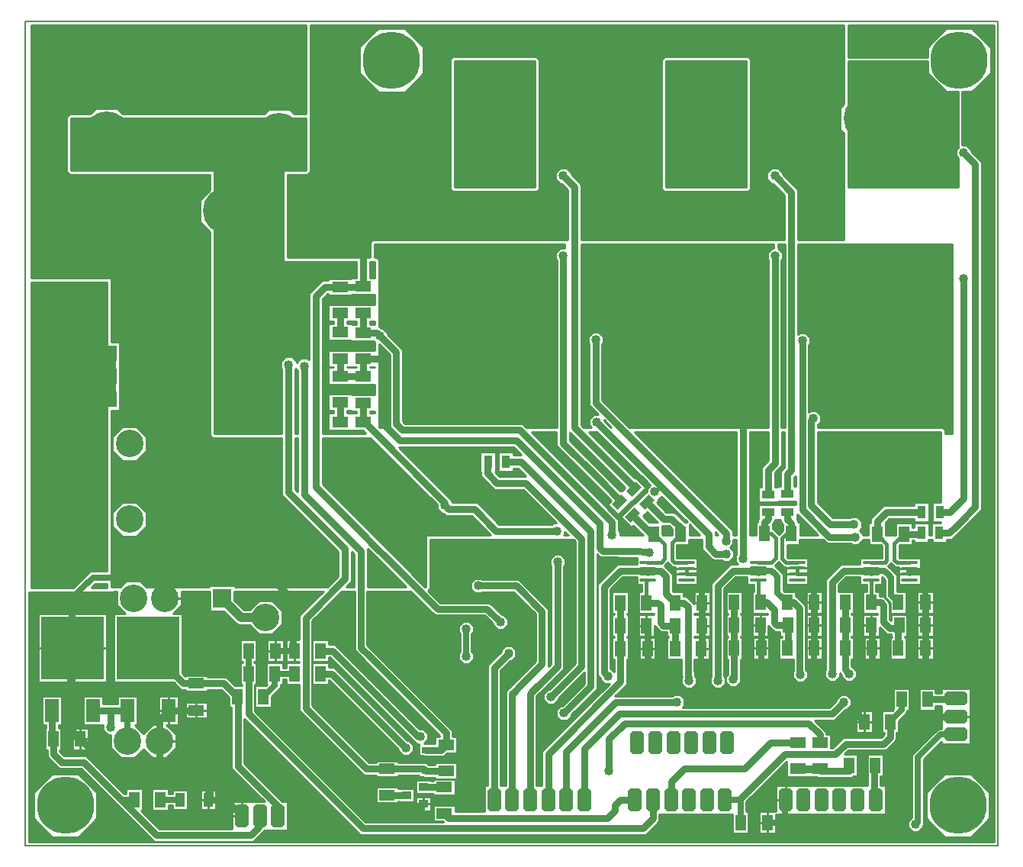
<source format=gbr>
G04 PROTEUS GERBER X2 FILE*
%TF.GenerationSoftware,Labcenter,Proteus,8.7-SP3-Build25561*%
%TF.CreationDate,2021-07-11T19:04:18+00:00*%
%TF.FileFunction,Copper,L2,Bot*%
%TF.FilePolarity,Positive*%
%TF.Part,Single*%
%TF.SameCoordinates,{258fd287-c93d-46cd-987c-e4f85f9f1f24}*%
%FSLAX45Y45*%
%MOMM*%
G01*
%TA.AperFunction,Conductor*%
%ADD10C,0.762000*%
%ADD15C,0.381000*%
%ADD14C,0.254000*%
%ADD12C,0.635000*%
%ADD40C,1.270000*%
%ADD13C,1.016000*%
%TA.AperFunction,WasherPad*%
%ADD16C,1.016000*%
%TA.AperFunction,ViaPad*%
%ADD17C,1.016000*%
%ADD18C,0.762000*%
%TA.AperFunction,ComponentPad*%
%ADD71C,5.080000*%
%TA.AperFunction,SMDPad,CuDef*%
%ADD23R,1.803400X1.143000*%
%TA.AperFunction,SMDPad,CuDef*%
%ADD20R,6.985000X6.985000*%
%ADD21R,1.524000X2.540000*%
%TA.AperFunction,SMDPad,CuDef*%
%ADD28R,1.143000X1.803400*%
%TA.AperFunction,ComponentPad*%
%ADD29C,6.350000*%
%AMPPAD035*
4,1,36,
0.901700,-0.025400,
0.901700,0.025400,
0.898160,0.061750,
0.887980,0.095370,
0.871810,0.125600,
0.850300,0.151800,
0.824110,0.173310,
0.793870,0.189480,
0.760250,0.199660,
0.723900,0.203200,
-0.723900,0.203200,
-0.760250,0.199660,
-0.793870,0.189480,
-0.824110,0.173310,
-0.850300,0.151800,
-0.871810,0.125600,
-0.887980,0.095370,
-0.898160,0.061750,
-0.901700,0.025400,
-0.901700,-0.025400,
-0.898160,-0.061750,
-0.887980,-0.095370,
-0.871810,-0.125600,
-0.850300,-0.151800,
-0.824110,-0.173310,
-0.793870,-0.189480,
-0.760250,-0.199660,
-0.723900,-0.203200,
0.723900,-0.203200,
0.760250,-0.199660,
0.793870,-0.189480,
0.824110,-0.173310,
0.850300,-0.151800,
0.871810,-0.125600,
0.887980,-0.095370,
0.898160,-0.061750,
0.901700,-0.025400,
0*%
%TA.AperFunction,SMDPad,CuDef*%
%ADD41PPAD035*%
%TA.AperFunction,SMDPad,CuDef*%
%ADD42R,1.016000X1.524000*%
%AMDIL027*
4,1,8,
-1.270000,0.457200,-0.965200,0.762000,0.965200,0.762000,1.270000,0.457200,1.270000,-0.457200,
0.965200,-0.762000,-0.965200,-0.762000,-1.270000,-0.457200,-1.270000,0.457200,
0*%
%TA.AperFunction,ComponentPad*%
%ADD33DIL027*%
%AMDIL028*
4,1,8,
-0.762000,0.965200,-0.457200,1.270000,0.457200,1.270000,0.762000,0.965200,0.762000,-0.965200,
0.457200,-1.270000,-0.457200,-1.270000,-0.762000,-0.965200,-0.762000,0.965200,
0*%
%TA.AperFunction,ComponentPad*%
%ADD34DIL028*%
%TA.AperFunction,OtherPad,Unknown*%
%ADD35C,6.350000*%
%TA.AperFunction,ComponentPad*%
%ADD36C,3.048000*%
%TA.AperFunction,SMDPad,CuDef*%
%ADD43R,0.939800X1.447800*%
%TA.AperFunction,SMDPad,CuDef*%
%ADD32R,1.016000X0.889000*%
%TA.AperFunction,SMDPad,CuDef*%
%ADD44R,2.108200X2.108200*%
%ADD30R,0.889000X0.635000*%
%AMPPAD039*
4,1,4,
-0.179610,-0.844140,
-0.844140,-0.179610,
0.179610,0.844140,
0.844140,0.179610,
-0.179610,-0.844140,
0*%
%ADD45PPAD039*%
%ADD46R,1.447800X0.939800*%
%TA.AperFunction,Profile*%
%ADD39C,0.203200*%
%TD.AperFunction*%
G36*
X+8933181Y+2153510D02*
X+9138510Y+1948181D01*
X+9271000Y+1948181D01*
X+9271000Y+1325038D01*
X+9250681Y+1304719D01*
X+9250681Y+1235281D01*
X+9271000Y+1214962D01*
X+9271000Y+889000D01*
X+8051800Y+889000D01*
X+8051800Y+2286000D01*
X+8933181Y+2286000D01*
X+8933181Y+2153510D01*
G37*
%LPC*%
G36*
X+8140700Y+1603655D02*
X+8140700Y+1698345D01*
X+8207655Y+1765300D01*
X+8302345Y+1765300D01*
X+8369300Y+1698345D01*
X+8369300Y+1603655D01*
X+8302345Y+1536700D01*
X+8207655Y+1536700D01*
X+8140700Y+1603655D01*
G37*
G36*
X+8566150Y+1215135D02*
X+8566150Y+1241437D01*
X+8584749Y+1260036D01*
X+8611051Y+1260036D01*
X+8629650Y+1241437D01*
X+8629650Y+1215135D01*
X+8611051Y+1196536D01*
X+8584749Y+1196536D01*
X+8566150Y+1215135D01*
G37*
G36*
X+8769350Y+1215135D02*
X+8769350Y+1241437D01*
X+8787949Y+1260036D01*
X+8814251Y+1260036D01*
X+8832850Y+1241437D01*
X+8832850Y+1215135D01*
X+8814251Y+1196536D01*
X+8787949Y+1196536D01*
X+8769350Y+1215135D01*
G37*
G36*
X+8566150Y+1567087D02*
X+8566150Y+1593389D01*
X+8584749Y+1611988D01*
X+8611051Y+1611988D01*
X+8629650Y+1593389D01*
X+8629650Y+1567087D01*
X+8611051Y+1548488D01*
X+8584749Y+1548488D01*
X+8566150Y+1567087D01*
G37*
G36*
X+8693150Y+1853749D02*
X+8693150Y+1880051D01*
X+8711749Y+1898650D01*
X+8738051Y+1898650D01*
X+8756650Y+1880051D01*
X+8756650Y+1853749D01*
X+8738051Y+1835150D01*
X+8711749Y+1835150D01*
X+8693150Y+1853749D01*
G37*
G36*
X+8274050Y+1244394D02*
X+8274050Y+1270696D01*
X+8292649Y+1289295D01*
X+8318951Y+1289295D01*
X+8337550Y+1270696D01*
X+8337550Y+1244394D01*
X+8318951Y+1225795D01*
X+8292649Y+1225795D01*
X+8274050Y+1244394D01*
G37*
G36*
X+9036050Y+1244394D02*
X+9036050Y+1270696D01*
X+9054649Y+1289295D01*
X+9080951Y+1289295D01*
X+9099550Y+1270696D01*
X+9099550Y+1244394D01*
X+9080951Y+1225795D01*
X+9054649Y+1225795D01*
X+9036050Y+1244394D01*
G37*
G36*
X+8477250Y+1929949D02*
X+8477250Y+1956251D01*
X+8495849Y+1974850D01*
X+8522151Y+1974850D01*
X+8540750Y+1956251D01*
X+8540750Y+1929949D01*
X+8522151Y+1911350D01*
X+8495849Y+1911350D01*
X+8477250Y+1929949D01*
G37*
G36*
X+8528050Y+2124274D02*
X+8528050Y+2150576D01*
X+8546649Y+2169175D01*
X+8572951Y+2169175D01*
X+8591550Y+2150576D01*
X+8591550Y+2124274D01*
X+8572951Y+2105675D01*
X+8546649Y+2105675D01*
X+8528050Y+2124274D01*
G37*
G36*
X+8782050Y+2124274D02*
X+8782050Y+2150576D01*
X+8800649Y+2169175D01*
X+8826951Y+2169175D01*
X+8845550Y+2150576D01*
X+8845550Y+2124274D01*
X+8826951Y+2105675D01*
X+8800649Y+2105675D01*
X+8782050Y+2124274D01*
G37*
G36*
X+8794750Y+1625149D02*
X+8794750Y+1651451D01*
X+8813349Y+1670050D01*
X+8839651Y+1670050D01*
X+8858250Y+1651451D01*
X+8858250Y+1625149D01*
X+8839651Y+1606550D01*
X+8813349Y+1606550D01*
X+8794750Y+1625149D01*
G37*
G36*
X+9074150Y+1447349D02*
X+9074150Y+1473651D01*
X+9092749Y+1492250D01*
X+9119051Y+1492250D01*
X+9137650Y+1473651D01*
X+9137650Y+1447349D01*
X+9119051Y+1428750D01*
X+9092749Y+1428750D01*
X+9074150Y+1447349D01*
G37*
%LPD*%
G36*
X+8001000Y+1810090D02*
X+7962901Y+1771991D01*
X+7962901Y+1530009D01*
X+8001000Y+1491910D01*
X+8001000Y+304800D01*
X+7498806Y+304800D01*
X+7498806Y+863954D01*
X+7327899Y+1034861D01*
X+7327899Y+1052823D01*
X+7275823Y+1104899D01*
X+7202177Y+1104899D01*
X+7150101Y+1052823D01*
X+7150101Y+979177D01*
X+7202177Y+927101D01*
X+7220139Y+927101D01*
X+7346408Y+800832D01*
X+7346408Y+304800D01*
X+5092699Y+304800D01*
X+5092699Y+920561D01*
X+4978399Y+1034861D01*
X+4978399Y+1052823D01*
X+4926323Y+1104899D01*
X+4852677Y+1104899D01*
X+4800601Y+1052823D01*
X+4800601Y+979177D01*
X+4852677Y+927101D01*
X+4870639Y+927101D01*
X+4940301Y+857439D01*
X+4940301Y+304800D01*
X+2772958Y+304800D01*
X+2743200Y+275042D01*
X+2743200Y+114300D01*
X+1828800Y+114300D01*
X+1828800Y+1028700D01*
X+2053042Y+1028700D01*
X+2082800Y+1058458D01*
X+2082800Y+1672042D01*
X+2082799Y+1672043D01*
X+2082798Y+2682240D01*
X+8001000Y+2682240D01*
X+8001000Y+1810090D01*
G37*
%LPC*%
G36*
X+4622800Y+2307042D02*
X+4622800Y+867958D01*
X+4593042Y+838200D01*
X+3661958Y+838200D01*
X+3632200Y+867958D01*
X+3632200Y+2307042D01*
X+3661958Y+2336800D01*
X+4593042Y+2336800D01*
X+4622800Y+2307042D01*
G37*
G36*
X+6974831Y+2307371D02*
X+6973549Y+867926D01*
X+6943796Y+838200D01*
X+6012742Y+838200D01*
X+5982990Y+867925D01*
X+5982970Y+888954D01*
X+5981681Y+2307003D01*
X+6011431Y+2336791D01*
X+6945054Y+2337162D01*
X+6974831Y+2307371D01*
G37*
G36*
X+2628901Y+2151406D02*
X+2628901Y+2445994D01*
X+2837206Y+2654299D01*
X+3131794Y+2654299D01*
X+3340099Y+2445994D01*
X+3340099Y+2151406D01*
X+3131794Y+1943101D01*
X+2837206Y+1943101D01*
X+2628901Y+2151406D01*
G37*
G36*
X+3194050Y+1161599D02*
X+3194050Y+1187901D01*
X+3212649Y+1206500D01*
X+3238951Y+1206500D01*
X+3257550Y+1187901D01*
X+3257550Y+1161599D01*
X+3238951Y+1143000D01*
X+3212649Y+1143000D01*
X+3194050Y+1161599D01*
G37*
G36*
X+3448050Y+1161599D02*
X+3448050Y+1187901D01*
X+3466649Y+1206500D01*
X+3492951Y+1206500D01*
X+3511550Y+1187901D01*
X+3511550Y+1161599D01*
X+3492951Y+1143000D01*
X+3466649Y+1143000D01*
X+3448050Y+1161599D01*
G37*
G36*
X+5226050Y+1161599D02*
X+5226050Y+1187901D01*
X+5244649Y+1206500D01*
X+5270951Y+1206500D01*
X+5289550Y+1187901D01*
X+5289550Y+1161599D01*
X+5270951Y+1143000D01*
X+5244649Y+1143000D01*
X+5226050Y+1161599D01*
G37*
G36*
X+5480050Y+1161599D02*
X+5480050Y+1187901D01*
X+5498649Y+1206500D01*
X+5524951Y+1206500D01*
X+5543550Y+1187901D01*
X+5543550Y+1161599D01*
X+5524951Y+1143000D01*
X+5498649Y+1143000D01*
X+5480050Y+1161599D01*
G37*
G36*
X+5734050Y+1161599D02*
X+5734050Y+1187901D01*
X+5752649Y+1206500D01*
X+5778951Y+1206500D01*
X+5797550Y+1187901D01*
X+5797550Y+1161599D01*
X+5778951Y+1143000D01*
X+5752649Y+1143000D01*
X+5734050Y+1161599D01*
G37*
G36*
X+7512050Y+1161599D02*
X+7512050Y+1187901D01*
X+7530649Y+1206500D01*
X+7556951Y+1206500D01*
X+7575550Y+1187901D01*
X+7575550Y+1161599D01*
X+7556951Y+1143000D01*
X+7530649Y+1143000D01*
X+7512050Y+1161599D01*
G37*
G36*
X+7766050Y+1161599D02*
X+7766050Y+1187901D01*
X+7784649Y+1206500D01*
X+7810951Y+1206500D01*
X+7829550Y+1187901D01*
X+7829550Y+1161599D01*
X+7810951Y+1143000D01*
X+7784649Y+1143000D01*
X+7766050Y+1161599D01*
G37*
G36*
X+3067050Y+1381569D02*
X+3067050Y+1407871D01*
X+3085649Y+1426470D01*
X+3111951Y+1426470D01*
X+3130550Y+1407871D01*
X+3130550Y+1381569D01*
X+3111951Y+1362970D01*
X+3085649Y+1362970D01*
X+3067050Y+1381569D01*
G37*
G36*
X+3321050Y+1381569D02*
X+3321050Y+1407871D01*
X+3339649Y+1426470D01*
X+3365951Y+1426470D01*
X+3384550Y+1407871D01*
X+3384550Y+1381569D01*
X+3365951Y+1362970D01*
X+3339649Y+1362970D01*
X+3321050Y+1381569D01*
G37*
G36*
X+4845050Y+1381569D02*
X+4845050Y+1407871D01*
X+4863649Y+1426470D01*
X+4889951Y+1426470D01*
X+4908550Y+1407871D01*
X+4908550Y+1381569D01*
X+4889951Y+1362970D01*
X+4863649Y+1362970D01*
X+4845050Y+1381569D01*
G37*
G36*
X+5099050Y+1381569D02*
X+5099050Y+1407871D01*
X+5117649Y+1426470D01*
X+5143951Y+1426470D01*
X+5162550Y+1407871D01*
X+5162550Y+1381569D01*
X+5143951Y+1362970D01*
X+5117649Y+1362970D01*
X+5099050Y+1381569D01*
G37*
G36*
X+5353050Y+1381569D02*
X+5353050Y+1407871D01*
X+5371649Y+1426470D01*
X+5397951Y+1426470D01*
X+5416550Y+1407871D01*
X+5416550Y+1381569D01*
X+5397951Y+1362970D01*
X+5371649Y+1362970D01*
X+5353050Y+1381569D01*
G37*
G36*
X+5607050Y+1381569D02*
X+5607050Y+1407871D01*
X+5625649Y+1426470D01*
X+5651951Y+1426470D01*
X+5670550Y+1407871D01*
X+5670550Y+1381569D01*
X+5651951Y+1362970D01*
X+5625649Y+1362970D01*
X+5607050Y+1381569D01*
G37*
G36*
X+7131050Y+1381569D02*
X+7131050Y+1407871D01*
X+7149649Y+1426470D01*
X+7175951Y+1426470D01*
X+7194550Y+1407871D01*
X+7194550Y+1381569D01*
X+7175951Y+1362970D01*
X+7149649Y+1362970D01*
X+7131050Y+1381569D01*
G37*
G36*
X+7385050Y+1381569D02*
X+7385050Y+1407871D01*
X+7403649Y+1426470D01*
X+7429951Y+1426470D01*
X+7448550Y+1407871D01*
X+7448550Y+1381569D01*
X+7429951Y+1362970D01*
X+7403649Y+1362970D01*
X+7385050Y+1381569D01*
G37*
G36*
X+7639050Y+1381569D02*
X+7639050Y+1407871D01*
X+7657649Y+1426470D01*
X+7683951Y+1426470D01*
X+7702550Y+1407871D01*
X+7702550Y+1381569D01*
X+7683951Y+1362970D01*
X+7657649Y+1362970D01*
X+7639050Y+1381569D01*
G37*
G36*
X+4718050Y+1601539D02*
X+4718050Y+1627841D01*
X+4736649Y+1646440D01*
X+4762951Y+1646440D01*
X+4781550Y+1627841D01*
X+4781550Y+1601539D01*
X+4762951Y+1582940D01*
X+4736649Y+1582940D01*
X+4718050Y+1601539D01*
G37*
G36*
X+4972050Y+1601539D02*
X+4972050Y+1627841D01*
X+4990649Y+1646440D01*
X+5016951Y+1646440D01*
X+5035550Y+1627841D01*
X+5035550Y+1601539D01*
X+5016951Y+1582940D01*
X+4990649Y+1582940D01*
X+4972050Y+1601539D01*
G37*
G36*
X+5226050Y+1601539D02*
X+5226050Y+1627841D01*
X+5244649Y+1646440D01*
X+5270951Y+1646440D01*
X+5289550Y+1627841D01*
X+5289550Y+1601539D01*
X+5270951Y+1582940D01*
X+5244649Y+1582940D01*
X+5226050Y+1601539D01*
G37*
G36*
X+5480050Y+1601539D02*
X+5480050Y+1627841D01*
X+5498649Y+1646440D01*
X+5524951Y+1646440D01*
X+5543550Y+1627841D01*
X+5543550Y+1601539D01*
X+5524951Y+1582940D01*
X+5498649Y+1582940D01*
X+5480050Y+1601539D01*
G37*
G36*
X+5734050Y+1601539D02*
X+5734050Y+1627841D01*
X+5752649Y+1646440D01*
X+5778951Y+1646440D01*
X+5797550Y+1627841D01*
X+5797550Y+1601539D01*
X+5778951Y+1582940D01*
X+5752649Y+1582940D01*
X+5734050Y+1601539D01*
G37*
G36*
X+7258050Y+1601539D02*
X+7258050Y+1627841D01*
X+7276649Y+1646440D01*
X+7302951Y+1646440D01*
X+7321550Y+1627841D01*
X+7321550Y+1601539D01*
X+7302951Y+1582940D01*
X+7276649Y+1582940D01*
X+7258050Y+1601539D01*
G37*
G36*
X+7512050Y+1601539D02*
X+7512050Y+1627841D01*
X+7530649Y+1646440D01*
X+7556951Y+1646440D01*
X+7575550Y+1627841D01*
X+7575550Y+1601539D01*
X+7556951Y+1582940D01*
X+7530649Y+1582940D01*
X+7512050Y+1601539D01*
G37*
G36*
X+7766050Y+1601539D02*
X+7766050Y+1627841D01*
X+7784649Y+1646440D01*
X+7810951Y+1646440D01*
X+7829550Y+1627841D01*
X+7829550Y+1601539D01*
X+7810951Y+1582940D01*
X+7784649Y+1582940D01*
X+7766050Y+1601539D01*
G37*
G36*
X+4845050Y+1821509D02*
X+4845050Y+1847811D01*
X+4863649Y+1866410D01*
X+4889951Y+1866410D01*
X+4908550Y+1847811D01*
X+4908550Y+1821509D01*
X+4889951Y+1802910D01*
X+4863649Y+1802910D01*
X+4845050Y+1821509D01*
G37*
G36*
X+5099050Y+1821509D02*
X+5099050Y+1847811D01*
X+5117649Y+1866410D01*
X+5143951Y+1866410D01*
X+5162550Y+1847811D01*
X+5162550Y+1821509D01*
X+5143951Y+1802910D01*
X+5117649Y+1802910D01*
X+5099050Y+1821509D01*
G37*
G36*
X+5353050Y+1821509D02*
X+5353050Y+1847811D01*
X+5371649Y+1866410D01*
X+5397951Y+1866410D01*
X+5416550Y+1847811D01*
X+5416550Y+1821509D01*
X+5397951Y+1802910D01*
X+5371649Y+1802910D01*
X+5353050Y+1821509D01*
G37*
G36*
X+5607050Y+1821509D02*
X+5607050Y+1847811D01*
X+5625649Y+1866410D01*
X+5651951Y+1866410D01*
X+5670550Y+1847811D01*
X+5670550Y+1821509D01*
X+5651951Y+1802910D01*
X+5625649Y+1802910D01*
X+5607050Y+1821509D01*
G37*
G36*
X+7131050Y+1821509D02*
X+7131050Y+1847811D01*
X+7149649Y+1866410D01*
X+7175951Y+1866410D01*
X+7194550Y+1847811D01*
X+7194550Y+1821509D01*
X+7175951Y+1802910D01*
X+7149649Y+1802910D01*
X+7131050Y+1821509D01*
G37*
G36*
X+7385050Y+1821509D02*
X+7385050Y+1847811D01*
X+7403649Y+1866410D01*
X+7429951Y+1866410D01*
X+7448550Y+1847811D01*
X+7448550Y+1821509D01*
X+7429951Y+1802910D01*
X+7403649Y+1802910D01*
X+7385050Y+1821509D01*
G37*
G36*
X+7639050Y+1821509D02*
X+7639050Y+1847811D01*
X+7657649Y+1866410D01*
X+7683951Y+1866410D01*
X+7702550Y+1847811D01*
X+7702550Y+1821509D01*
X+7683951Y+1802910D01*
X+7657649Y+1802910D01*
X+7639050Y+1821509D01*
G37*
G36*
X+4718050Y+2041479D02*
X+4718050Y+2067781D01*
X+4736649Y+2086380D01*
X+4762951Y+2086380D01*
X+4781550Y+2067781D01*
X+4781550Y+2041479D01*
X+4762951Y+2022880D01*
X+4736649Y+2022880D01*
X+4718050Y+2041479D01*
G37*
G36*
X+4972050Y+2041479D02*
X+4972050Y+2067781D01*
X+4990649Y+2086380D01*
X+5016951Y+2086380D01*
X+5035550Y+2067781D01*
X+5035550Y+2041479D01*
X+5016951Y+2022880D01*
X+4990649Y+2022880D01*
X+4972050Y+2041479D01*
G37*
G36*
X+5226050Y+2041479D02*
X+5226050Y+2067781D01*
X+5244649Y+2086380D01*
X+5270951Y+2086380D01*
X+5289550Y+2067781D01*
X+5289550Y+2041479D01*
X+5270951Y+2022880D01*
X+5244649Y+2022880D01*
X+5226050Y+2041479D01*
G37*
G36*
X+5480050Y+2041479D02*
X+5480050Y+2067781D01*
X+5498649Y+2086380D01*
X+5524951Y+2086380D01*
X+5543550Y+2067781D01*
X+5543550Y+2041479D01*
X+5524951Y+2022880D01*
X+5498649Y+2022880D01*
X+5480050Y+2041479D01*
G37*
G36*
X+5734050Y+2041479D02*
X+5734050Y+2067781D01*
X+5752649Y+2086380D01*
X+5778951Y+2086380D01*
X+5797550Y+2067781D01*
X+5797550Y+2041479D01*
X+5778951Y+2022880D01*
X+5752649Y+2022880D01*
X+5734050Y+2041479D01*
G37*
G36*
X+7258050Y+2041479D02*
X+7258050Y+2067781D01*
X+7276649Y+2086380D01*
X+7302951Y+2086380D01*
X+7321550Y+2067781D01*
X+7321550Y+2041479D01*
X+7302951Y+2022880D01*
X+7276649Y+2022880D01*
X+7258050Y+2041479D01*
G37*
G36*
X+7512050Y+2041479D02*
X+7512050Y+2067781D01*
X+7530649Y+2086380D01*
X+7556951Y+2086380D01*
X+7575550Y+2067781D01*
X+7575550Y+2041479D01*
X+7556951Y+2022880D01*
X+7530649Y+2022880D01*
X+7512050Y+2041479D01*
G37*
G36*
X+7766050Y+2041479D02*
X+7766050Y+2067781D01*
X+7784649Y+2086380D01*
X+7810951Y+2086380D01*
X+7829550Y+2067781D01*
X+7829550Y+2041479D01*
X+7810951Y+2022880D01*
X+7784649Y+2022880D01*
X+7766050Y+2041479D01*
G37*
G36*
X+4972050Y+1161599D02*
X+4972050Y+1187901D01*
X+4990649Y+1206500D01*
X+5016951Y+1206500D01*
X+5035550Y+1187901D01*
X+5035550Y+1161599D01*
X+5016951Y+1143000D01*
X+4990649Y+1143000D01*
X+4972050Y+1161599D01*
G37*
G36*
X+2813050Y+1381569D02*
X+2813050Y+1407871D01*
X+2831649Y+1426470D01*
X+2857951Y+1426470D01*
X+2876550Y+1407871D01*
X+2876550Y+1381569D01*
X+2857951Y+1362970D01*
X+2831649Y+1362970D01*
X+2813050Y+1381569D01*
G37*
G36*
X+2889250Y+1193349D02*
X+2889250Y+1219651D01*
X+2907849Y+1238250D01*
X+2934151Y+1238250D01*
X+2952750Y+1219651D01*
X+2952750Y+1193349D01*
X+2934151Y+1174750D01*
X+2907849Y+1174750D01*
X+2889250Y+1193349D01*
G37*
G36*
X+4679950Y+725062D02*
X+4679950Y+751364D01*
X+4698549Y+769963D01*
X+4724851Y+769963D01*
X+4743450Y+751364D01*
X+4743450Y+725062D01*
X+4724851Y+706463D01*
X+4698549Y+706463D01*
X+4679950Y+725062D01*
G37*
G36*
X+7169150Y+725062D02*
X+7169150Y+751364D01*
X+7187749Y+769963D01*
X+7214051Y+769963D01*
X+7232650Y+751364D01*
X+7232650Y+725062D01*
X+7214051Y+706463D01*
X+7187749Y+706463D01*
X+7169150Y+725062D01*
G37*
G36*
X+7080250Y+2110873D02*
X+7080250Y+2137175D01*
X+7098849Y+2155774D01*
X+7125151Y+2155774D01*
X+7143750Y+2137175D01*
X+7143750Y+2110873D01*
X+7125151Y+2092274D01*
X+7098849Y+2092274D01*
X+7080250Y+2110873D01*
G37*
G36*
X+2228850Y+1121155D02*
X+2228850Y+1147457D01*
X+2247449Y+1166056D01*
X+2273751Y+1166056D01*
X+2292350Y+1147457D01*
X+2292350Y+1121155D01*
X+2273751Y+1102556D01*
X+2247449Y+1102556D01*
X+2228850Y+1121155D01*
G37*
G36*
X+2432050Y+1121155D02*
X+2432050Y+1147457D01*
X+2450649Y+1166056D01*
X+2476951Y+1166056D01*
X+2495550Y+1147457D01*
X+2495550Y+1121155D01*
X+2476951Y+1102556D01*
X+2450649Y+1102556D01*
X+2432050Y+1121155D01*
G37*
G36*
X+2635250Y+1121155D02*
X+2635250Y+1147457D01*
X+2653849Y+1166056D01*
X+2680151Y+1166056D01*
X+2698750Y+1147457D01*
X+2698750Y+1121155D01*
X+2680151Y+1102556D01*
X+2653849Y+1102556D01*
X+2635250Y+1121155D01*
G37*
G36*
X+2330450Y+1297131D02*
X+2330450Y+1323433D01*
X+2349049Y+1342032D01*
X+2375351Y+1342032D01*
X+2393950Y+1323433D01*
X+2393950Y+1297131D01*
X+2375351Y+1278532D01*
X+2349049Y+1278532D01*
X+2330450Y+1297131D01*
G37*
G36*
X+2533650Y+1297131D02*
X+2533650Y+1323433D01*
X+2552249Y+1342032D01*
X+2578551Y+1342032D01*
X+2597150Y+1323433D01*
X+2597150Y+1297131D01*
X+2578551Y+1278532D01*
X+2552249Y+1278532D01*
X+2533650Y+1297131D01*
G37*
G36*
X+2228850Y+1473107D02*
X+2228850Y+1499409D01*
X+2247449Y+1518008D01*
X+2273751Y+1518008D01*
X+2292350Y+1499409D01*
X+2292350Y+1473107D01*
X+2273751Y+1454508D01*
X+2247449Y+1454508D01*
X+2228850Y+1473107D01*
G37*
G36*
X+2432050Y+1473107D02*
X+2432050Y+1499409D01*
X+2450649Y+1518008D01*
X+2476951Y+1518008D01*
X+2495550Y+1499409D01*
X+2495550Y+1473107D01*
X+2476951Y+1454508D01*
X+2450649Y+1454508D01*
X+2432050Y+1473107D01*
G37*
G36*
X+2635250Y+1473107D02*
X+2635250Y+1499409D01*
X+2653849Y+1518008D01*
X+2680151Y+1518008D01*
X+2698750Y+1499409D01*
X+2698750Y+1473107D01*
X+2680151Y+1454508D01*
X+2653849Y+1454508D01*
X+2635250Y+1473107D01*
G37*
G36*
X+2330450Y+1649083D02*
X+2330450Y+1675385D01*
X+2349049Y+1693984D01*
X+2375351Y+1693984D01*
X+2393950Y+1675385D01*
X+2393950Y+1649083D01*
X+2375351Y+1630484D01*
X+2349049Y+1630484D01*
X+2330450Y+1649083D01*
G37*
G36*
X+2533650Y+1649083D02*
X+2533650Y+1675385D01*
X+2552249Y+1693984D01*
X+2578551Y+1693984D01*
X+2597150Y+1675385D01*
X+2597150Y+1649083D01*
X+2578551Y+1630484D01*
X+2552249Y+1630484D01*
X+2533650Y+1649083D01*
G37*
G36*
X+2736850Y+1649083D02*
X+2736850Y+1675385D01*
X+2755449Y+1693984D01*
X+2781751Y+1693984D01*
X+2800350Y+1675385D01*
X+2800350Y+1649083D01*
X+2781751Y+1630484D01*
X+2755449Y+1630484D01*
X+2736850Y+1649083D01*
G37*
G36*
X+2940050Y+1649083D02*
X+2940050Y+1675385D01*
X+2958649Y+1693984D01*
X+2984951Y+1693984D01*
X+3003550Y+1675385D01*
X+3003550Y+1649083D01*
X+2984951Y+1630484D01*
X+2958649Y+1630484D01*
X+2940050Y+1649083D01*
G37*
G36*
X+3143250Y+1649083D02*
X+3143250Y+1675385D01*
X+3161849Y+1693984D01*
X+3188151Y+1693984D01*
X+3206750Y+1675385D01*
X+3206750Y+1649083D01*
X+3188151Y+1630484D01*
X+3161849Y+1630484D01*
X+3143250Y+1649083D01*
G37*
G36*
X+3346450Y+1649083D02*
X+3346450Y+1675385D01*
X+3365049Y+1693984D01*
X+3391351Y+1693984D01*
X+3409950Y+1675385D01*
X+3409950Y+1649083D01*
X+3391351Y+1630484D01*
X+3365049Y+1630484D01*
X+3346450Y+1649083D01*
G37*
G36*
X+2228850Y+1825059D02*
X+2228850Y+1851361D01*
X+2247449Y+1869960D01*
X+2273751Y+1869960D01*
X+2292350Y+1851361D01*
X+2292350Y+1825059D01*
X+2273751Y+1806460D01*
X+2247449Y+1806460D01*
X+2228850Y+1825059D01*
G37*
G36*
X+2432050Y+1825059D02*
X+2432050Y+1851361D01*
X+2450649Y+1869960D01*
X+2476951Y+1869960D01*
X+2495550Y+1851361D01*
X+2495550Y+1825059D01*
X+2476951Y+1806460D01*
X+2450649Y+1806460D01*
X+2432050Y+1825059D01*
G37*
G36*
X+2635250Y+1825059D02*
X+2635250Y+1851361D01*
X+2653849Y+1869960D01*
X+2680151Y+1869960D01*
X+2698750Y+1851361D01*
X+2698750Y+1825059D01*
X+2680151Y+1806460D01*
X+2653849Y+1806460D01*
X+2635250Y+1825059D01*
G37*
G36*
X+3244850Y+1825059D02*
X+3244850Y+1851361D01*
X+3263449Y+1869960D01*
X+3289751Y+1869960D01*
X+3308350Y+1851361D01*
X+3308350Y+1825059D01*
X+3289751Y+1806460D01*
X+3263449Y+1806460D01*
X+3244850Y+1825059D01*
G37*
G36*
X+3448050Y+1825059D02*
X+3448050Y+1851361D01*
X+3466649Y+1869960D01*
X+3492951Y+1869960D01*
X+3511550Y+1851361D01*
X+3511550Y+1825059D01*
X+3492951Y+1806460D01*
X+3466649Y+1806460D01*
X+3448050Y+1825059D01*
G37*
G36*
X+2330450Y+2001035D02*
X+2330450Y+2027337D01*
X+2349049Y+2045936D01*
X+2375351Y+2045936D01*
X+2393950Y+2027337D01*
X+2393950Y+2001035D01*
X+2375351Y+1982436D01*
X+2349049Y+1982436D01*
X+2330450Y+2001035D01*
G37*
G36*
X+2533650Y+2001035D02*
X+2533650Y+2027337D01*
X+2552249Y+2045936D01*
X+2578551Y+2045936D01*
X+2597150Y+2027337D01*
X+2597150Y+2001035D01*
X+2578551Y+1982436D01*
X+2552249Y+1982436D01*
X+2533650Y+2001035D01*
G37*
G36*
X+2228850Y+2177011D02*
X+2228850Y+2203313D01*
X+2247449Y+2221912D01*
X+2273751Y+2221912D01*
X+2292350Y+2203313D01*
X+2292350Y+2177011D01*
X+2273751Y+2158412D01*
X+2247449Y+2158412D01*
X+2228850Y+2177011D01*
G37*
G36*
X+2432050Y+2177011D02*
X+2432050Y+2203313D01*
X+2450649Y+2221912D01*
X+2476951Y+2221912D01*
X+2495550Y+2203313D01*
X+2495550Y+2177011D01*
X+2476951Y+2158412D01*
X+2450649Y+2158412D01*
X+2432050Y+2177011D01*
G37*
G36*
X+3448050Y+2177011D02*
X+3448050Y+2203313D01*
X+3466649Y+2221912D01*
X+3492951Y+2221912D01*
X+3511550Y+2203313D01*
X+3511550Y+2177011D01*
X+3492951Y+2158412D01*
X+3466649Y+2158412D01*
X+3448050Y+2177011D01*
G37*
G36*
X+4870450Y+2177011D02*
X+4870450Y+2203313D01*
X+4889049Y+2221912D01*
X+4915351Y+2221912D01*
X+4933950Y+2203313D01*
X+4933950Y+2177011D01*
X+4915351Y+2158412D01*
X+4889049Y+2158412D01*
X+4870450Y+2177011D01*
G37*
G36*
X+5073650Y+2177011D02*
X+5073650Y+2203313D01*
X+5092249Y+2221912D01*
X+5118551Y+2221912D01*
X+5137150Y+2203313D01*
X+5137150Y+2177011D01*
X+5118551Y+2158412D01*
X+5092249Y+2158412D01*
X+5073650Y+2177011D01*
G37*
G36*
X+2330450Y+2352987D02*
X+2330450Y+2379289D01*
X+2349049Y+2397888D01*
X+2375351Y+2397888D01*
X+2393950Y+2379289D01*
X+2393950Y+2352987D01*
X+2375351Y+2334388D01*
X+2349049Y+2334388D01*
X+2330450Y+2352987D01*
G37*
G36*
X+4768850Y+2352987D02*
X+4768850Y+2379289D01*
X+4787449Y+2397888D01*
X+4813751Y+2397888D01*
X+4832350Y+2379289D01*
X+4832350Y+2352987D01*
X+4813751Y+2334388D01*
X+4787449Y+2334388D01*
X+4768850Y+2352987D01*
G37*
G36*
X+4972050Y+2352987D02*
X+4972050Y+2379289D01*
X+4990649Y+2397888D01*
X+5016951Y+2397888D01*
X+5035550Y+2379289D01*
X+5035550Y+2352987D01*
X+5016951Y+2334388D01*
X+4990649Y+2334388D01*
X+4972050Y+2352987D01*
G37*
G36*
X+5175250Y+2352987D02*
X+5175250Y+2379289D01*
X+5193849Y+2397888D01*
X+5220151Y+2397888D01*
X+5238750Y+2379289D01*
X+5238750Y+2352987D01*
X+5220151Y+2334388D01*
X+5193849Y+2334388D01*
X+5175250Y+2352987D01*
G37*
G36*
X+5378450Y+2352987D02*
X+5378450Y+2379289D01*
X+5397049Y+2397888D01*
X+5423351Y+2397888D01*
X+5441950Y+2379289D01*
X+5441950Y+2352987D01*
X+5423351Y+2334388D01*
X+5397049Y+2334388D01*
X+5378450Y+2352987D01*
G37*
G36*
X+5581650Y+2352987D02*
X+5581650Y+2379289D01*
X+5600249Y+2397888D01*
X+5626551Y+2397888D01*
X+5645150Y+2379289D01*
X+5645150Y+2352987D01*
X+5626551Y+2334388D01*
X+5600249Y+2334388D01*
X+5581650Y+2352987D01*
G37*
G36*
X+5784850Y+2352987D02*
X+5784850Y+2379289D01*
X+5803449Y+2397888D01*
X+5829751Y+2397888D01*
X+5848350Y+2379289D01*
X+5848350Y+2352987D01*
X+5829751Y+2334388D01*
X+5803449Y+2334388D01*
X+5784850Y+2352987D01*
G37*
G36*
X+7207250Y+2352987D02*
X+7207250Y+2379289D01*
X+7225849Y+2397888D01*
X+7252151Y+2397888D01*
X+7270750Y+2379289D01*
X+7270750Y+2352987D01*
X+7252151Y+2334388D01*
X+7225849Y+2334388D01*
X+7207250Y+2352987D01*
G37*
G36*
X+7410450Y+2352987D02*
X+7410450Y+2379289D01*
X+7429049Y+2397888D01*
X+7455351Y+2397888D01*
X+7473950Y+2379289D01*
X+7473950Y+2352987D01*
X+7455351Y+2334388D01*
X+7429049Y+2334388D01*
X+7410450Y+2352987D01*
G37*
G36*
X+7613650Y+2352987D02*
X+7613650Y+2379289D01*
X+7632249Y+2397888D01*
X+7658551Y+2397888D01*
X+7677150Y+2379289D01*
X+7677150Y+2352987D01*
X+7658551Y+2334388D01*
X+7632249Y+2334388D01*
X+7613650Y+2352987D01*
G37*
G36*
X+2228850Y+2528963D02*
X+2228850Y+2555265D01*
X+2247449Y+2573864D01*
X+2273751Y+2573864D01*
X+2292350Y+2555265D01*
X+2292350Y+2528963D01*
X+2273751Y+2510364D01*
X+2247449Y+2510364D01*
X+2228850Y+2528963D01*
G37*
G36*
X+2432050Y+2528963D02*
X+2432050Y+2555265D01*
X+2450649Y+2573864D01*
X+2476951Y+2573864D01*
X+2495550Y+2555265D01*
X+2495550Y+2528963D01*
X+2476951Y+2510364D01*
X+2450649Y+2510364D01*
X+2432050Y+2528963D01*
G37*
G36*
X+3448050Y+2528963D02*
X+3448050Y+2555265D01*
X+3466649Y+2573864D01*
X+3492951Y+2573864D01*
X+3511550Y+2555265D01*
X+3511550Y+2528963D01*
X+3492951Y+2510364D01*
X+3466649Y+2510364D01*
X+3448050Y+2528963D01*
G37*
G36*
X+3651250Y+2528963D02*
X+3651250Y+2555265D01*
X+3669849Y+2573864D01*
X+3696151Y+2573864D01*
X+3714750Y+2555265D01*
X+3714750Y+2528963D01*
X+3696151Y+2510364D01*
X+3669849Y+2510364D01*
X+3651250Y+2528963D01*
G37*
G36*
X+3854450Y+2528963D02*
X+3854450Y+2555265D01*
X+3873049Y+2573864D01*
X+3899351Y+2573864D01*
X+3917950Y+2555265D01*
X+3917950Y+2528963D01*
X+3899351Y+2510364D01*
X+3873049Y+2510364D01*
X+3854450Y+2528963D01*
G37*
G36*
X+4057650Y+2528963D02*
X+4057650Y+2555265D01*
X+4076249Y+2573864D01*
X+4102551Y+2573864D01*
X+4121150Y+2555265D01*
X+4121150Y+2528963D01*
X+4102551Y+2510364D01*
X+4076249Y+2510364D01*
X+4057650Y+2528963D01*
G37*
G36*
X+4260850Y+2528963D02*
X+4260850Y+2555265D01*
X+4279449Y+2573864D01*
X+4305751Y+2573864D01*
X+4324350Y+2555265D01*
X+4324350Y+2528963D01*
X+4305751Y+2510364D01*
X+4279449Y+2510364D01*
X+4260850Y+2528963D01*
G37*
G36*
X+4464050Y+2528963D02*
X+4464050Y+2555265D01*
X+4482649Y+2573864D01*
X+4508951Y+2573864D01*
X+4527550Y+2555265D01*
X+4527550Y+2528963D01*
X+4508951Y+2510364D01*
X+4482649Y+2510364D01*
X+4464050Y+2528963D01*
G37*
G36*
X+4667250Y+2528963D02*
X+4667250Y+2555265D01*
X+4685849Y+2573864D01*
X+4712151Y+2573864D01*
X+4730750Y+2555265D01*
X+4730750Y+2528963D01*
X+4712151Y+2510364D01*
X+4685849Y+2510364D01*
X+4667250Y+2528963D01*
G37*
G36*
X+4870450Y+2528963D02*
X+4870450Y+2555265D01*
X+4889049Y+2573864D01*
X+4915351Y+2573864D01*
X+4933950Y+2555265D01*
X+4933950Y+2528963D01*
X+4915351Y+2510364D01*
X+4889049Y+2510364D01*
X+4870450Y+2528963D01*
G37*
G36*
X+5073650Y+2528963D02*
X+5073650Y+2555265D01*
X+5092249Y+2573864D01*
X+5118551Y+2573864D01*
X+5137150Y+2555265D01*
X+5137150Y+2528963D01*
X+5118551Y+2510364D01*
X+5092249Y+2510364D01*
X+5073650Y+2528963D01*
G37*
G36*
X+5276850Y+2528963D02*
X+5276850Y+2555265D01*
X+5295449Y+2573864D01*
X+5321751Y+2573864D01*
X+5340350Y+2555265D01*
X+5340350Y+2528963D01*
X+5321751Y+2510364D01*
X+5295449Y+2510364D01*
X+5276850Y+2528963D01*
G37*
G36*
X+5480050Y+2528963D02*
X+5480050Y+2555265D01*
X+5498649Y+2573864D01*
X+5524951Y+2573864D01*
X+5543550Y+2555265D01*
X+5543550Y+2528963D01*
X+5524951Y+2510364D01*
X+5498649Y+2510364D01*
X+5480050Y+2528963D01*
G37*
G36*
X+5683250Y+2528963D02*
X+5683250Y+2555265D01*
X+5701849Y+2573864D01*
X+5728151Y+2573864D01*
X+5746750Y+2555265D01*
X+5746750Y+2528963D01*
X+5728151Y+2510364D01*
X+5701849Y+2510364D01*
X+5683250Y+2528963D01*
G37*
G36*
X+5886450Y+2528963D02*
X+5886450Y+2555265D01*
X+5905049Y+2573864D01*
X+5931351Y+2573864D01*
X+5949950Y+2555265D01*
X+5949950Y+2528963D01*
X+5931351Y+2510364D01*
X+5905049Y+2510364D01*
X+5886450Y+2528963D01*
G37*
G36*
X+6089650Y+2528963D02*
X+6089650Y+2555265D01*
X+6108249Y+2573864D01*
X+6134551Y+2573864D01*
X+6153150Y+2555265D01*
X+6153150Y+2528963D01*
X+6134551Y+2510364D01*
X+6108249Y+2510364D01*
X+6089650Y+2528963D01*
G37*
G36*
X+6292850Y+2528963D02*
X+6292850Y+2555265D01*
X+6311449Y+2573864D01*
X+6337751Y+2573864D01*
X+6356350Y+2555265D01*
X+6356350Y+2528963D01*
X+6337751Y+2510364D01*
X+6311449Y+2510364D01*
X+6292850Y+2528963D01*
G37*
G36*
X+6496050Y+2528963D02*
X+6496050Y+2555265D01*
X+6514649Y+2573864D01*
X+6540951Y+2573864D01*
X+6559550Y+2555265D01*
X+6559550Y+2528963D01*
X+6540951Y+2510364D01*
X+6514649Y+2510364D01*
X+6496050Y+2528963D01*
G37*
G36*
X+6699250Y+2528963D02*
X+6699250Y+2555265D01*
X+6717849Y+2573864D01*
X+6744151Y+2573864D01*
X+6762750Y+2555265D01*
X+6762750Y+2528963D01*
X+6744151Y+2510364D01*
X+6717849Y+2510364D01*
X+6699250Y+2528963D01*
G37*
G36*
X+6902450Y+2528963D02*
X+6902450Y+2555265D01*
X+6921049Y+2573864D01*
X+6947351Y+2573864D01*
X+6965950Y+2555265D01*
X+6965950Y+2528963D01*
X+6947351Y+2510364D01*
X+6921049Y+2510364D01*
X+6902450Y+2528963D01*
G37*
G36*
X+7105650Y+2528963D02*
X+7105650Y+2555265D01*
X+7124249Y+2573864D01*
X+7150551Y+2573864D01*
X+7169150Y+2555265D01*
X+7169150Y+2528963D01*
X+7150551Y+2510364D01*
X+7124249Y+2510364D01*
X+7105650Y+2528963D01*
G37*
G36*
X+7308850Y+2528963D02*
X+7308850Y+2555265D01*
X+7327449Y+2573864D01*
X+7353751Y+2573864D01*
X+7372350Y+2555265D01*
X+7372350Y+2528963D01*
X+7353751Y+2510364D01*
X+7327449Y+2510364D01*
X+7308850Y+2528963D01*
G37*
G36*
X+7512050Y+2528963D02*
X+7512050Y+2555265D01*
X+7530649Y+2573864D01*
X+7556951Y+2573864D01*
X+7575550Y+2555265D01*
X+7575550Y+2528963D01*
X+7556951Y+2510364D01*
X+7530649Y+2510364D01*
X+7512050Y+2528963D01*
G37*
G36*
X+7715250Y+2528963D02*
X+7715250Y+2555265D01*
X+7733849Y+2573864D01*
X+7760151Y+2573864D01*
X+7778750Y+2555265D01*
X+7778750Y+2528963D01*
X+7760151Y+2510364D01*
X+7733849Y+2510364D01*
X+7715250Y+2528963D01*
G37*
%LPD*%
G36*
X+4572000Y+889000D02*
X+3683000Y+889000D01*
X+3683000Y+2286000D01*
X+4572000Y+2286000D01*
X+4572000Y+889000D01*
G37*
%LPC*%
G36*
X+4203700Y+1667155D02*
X+4203700Y+1761845D01*
X+4270655Y+1828800D01*
X+4365345Y+1828800D01*
X+4432300Y+1761845D01*
X+4432300Y+1667155D01*
X+4365345Y+1600200D01*
X+4270655Y+1600200D01*
X+4203700Y+1667155D01*
G37*
G36*
X+3981450Y+1039159D02*
X+3981450Y+1065461D01*
X+4000049Y+1084060D01*
X+4026351Y+1084060D01*
X+4044950Y+1065461D01*
X+4044950Y+1039159D01*
X+4026351Y+1020560D01*
X+4000049Y+1020560D01*
X+3981450Y+1039159D01*
G37*
G36*
X+3879850Y+1215135D02*
X+3879850Y+1241437D01*
X+3898449Y+1260036D01*
X+3924751Y+1260036D01*
X+3943350Y+1241437D01*
X+3943350Y+1215135D01*
X+3924751Y+1196536D01*
X+3898449Y+1196536D01*
X+3879850Y+1215135D01*
G37*
G36*
X+4083050Y+1215135D02*
X+4083050Y+1241437D01*
X+4101649Y+1260036D01*
X+4127951Y+1260036D01*
X+4146550Y+1241437D01*
X+4146550Y+1215135D01*
X+4127951Y+1196536D01*
X+4101649Y+1196536D01*
X+4083050Y+1215135D01*
G37*
G36*
X+3778250Y+1391111D02*
X+3778250Y+1417413D01*
X+3796849Y+1436012D01*
X+3823151Y+1436012D01*
X+3841750Y+1417413D01*
X+3841750Y+1391111D01*
X+3823151Y+1372512D01*
X+3796849Y+1372512D01*
X+3778250Y+1391111D01*
G37*
G36*
X+3981450Y+1391111D02*
X+3981450Y+1417413D01*
X+4000049Y+1436012D01*
X+4026351Y+1436012D01*
X+4044950Y+1417413D01*
X+4044950Y+1391111D01*
X+4026351Y+1372512D01*
X+4000049Y+1372512D01*
X+3981450Y+1391111D01*
G37*
G36*
X+3879850Y+1567087D02*
X+3879850Y+1593389D01*
X+3898449Y+1611988D01*
X+3924751Y+1611988D01*
X+3943350Y+1593389D01*
X+3943350Y+1567087D01*
X+3924751Y+1548488D01*
X+3898449Y+1548488D01*
X+3879850Y+1567087D01*
G37*
G36*
X+3778250Y+1743063D02*
X+3778250Y+1769365D01*
X+3796849Y+1787964D01*
X+3823151Y+1787964D01*
X+3841750Y+1769365D01*
X+3841750Y+1743063D01*
X+3823151Y+1724464D01*
X+3796849Y+1724464D01*
X+3778250Y+1743063D01*
G37*
G36*
X+3905250Y+1891849D02*
X+3905250Y+1918151D01*
X+3923849Y+1936750D01*
X+3950151Y+1936750D01*
X+3968750Y+1918151D01*
X+3968750Y+1891849D01*
X+3950151Y+1873250D01*
X+3923849Y+1873250D01*
X+3905250Y+1891849D01*
G37*
%LPD*%
G36*
X+6922769Y+889000D02*
X+6033769Y+889000D01*
X+6032500Y+2286000D01*
X+6924013Y+2286355D01*
X+6922769Y+889000D01*
G37*
%LPC*%
G36*
X+6553200Y+1667155D02*
X+6553200Y+1761845D01*
X+6620155Y+1828800D01*
X+6714845Y+1828800D01*
X+6781800Y+1761845D01*
X+6781800Y+1667155D01*
X+6714845Y+1600200D01*
X+6620155Y+1600200D01*
X+6553200Y+1667155D01*
G37*
G36*
X+6332219Y+1039159D02*
X+6332219Y+1065461D01*
X+6350818Y+1084060D01*
X+6377120Y+1084060D01*
X+6395719Y+1065461D01*
X+6395719Y+1039159D01*
X+6377120Y+1020560D01*
X+6350818Y+1020560D01*
X+6332219Y+1039159D01*
G37*
G36*
X+6230619Y+1215135D02*
X+6230619Y+1241437D01*
X+6249218Y+1260036D01*
X+6275520Y+1260036D01*
X+6294119Y+1241437D01*
X+6294119Y+1215135D01*
X+6275520Y+1196536D01*
X+6249218Y+1196536D01*
X+6230619Y+1215135D01*
G37*
G36*
X+6433819Y+1215135D02*
X+6433819Y+1241437D01*
X+6452418Y+1260036D01*
X+6478720Y+1260036D01*
X+6497319Y+1241437D01*
X+6497319Y+1215135D01*
X+6478720Y+1196536D01*
X+6452418Y+1196536D01*
X+6433819Y+1215135D01*
G37*
G36*
X+6129019Y+1391111D02*
X+6129019Y+1417413D01*
X+6147618Y+1436012D01*
X+6173920Y+1436012D01*
X+6192519Y+1417413D01*
X+6192519Y+1391111D01*
X+6173920Y+1372512D01*
X+6147618Y+1372512D01*
X+6129019Y+1391111D01*
G37*
G36*
X+6332219Y+1391111D02*
X+6332219Y+1417413D01*
X+6350818Y+1436012D01*
X+6377120Y+1436012D01*
X+6395719Y+1417413D01*
X+6395719Y+1391111D01*
X+6377120Y+1372512D01*
X+6350818Y+1372512D01*
X+6332219Y+1391111D01*
G37*
G36*
X+6230619Y+1567087D02*
X+6230619Y+1593389D01*
X+6249218Y+1611988D01*
X+6275520Y+1611988D01*
X+6294119Y+1593389D01*
X+6294119Y+1567087D01*
X+6275520Y+1548488D01*
X+6249218Y+1548488D01*
X+6230619Y+1567087D01*
G37*
G36*
X+6129019Y+1743063D02*
X+6129019Y+1769365D01*
X+6147618Y+1787964D01*
X+6173920Y+1787964D01*
X+6192519Y+1769365D01*
X+6192519Y+1743063D01*
X+6173920Y+1724464D01*
X+6147618Y+1724464D01*
X+6129019Y+1743063D01*
G37*
G36*
X+6254750Y+1891849D02*
X+6254750Y+1918151D01*
X+6273349Y+1936750D01*
X+6299651Y+1936750D01*
X+6318250Y+1918151D01*
X+6318250Y+1891849D01*
X+6299651Y+1873250D01*
X+6273349Y+1873250D01*
X+6254750Y+1891849D01*
G37*
%LPD*%
G36*
X+7351488Y-1778000D02*
X+7310119Y-1778000D01*
X+7310119Y+79581D01*
X+7322819Y+92281D01*
X+7322819Y+161719D01*
X+7273719Y+210819D01*
X+7272020Y+210819D01*
X+7272020Y+254000D01*
X+7351488Y+254000D01*
X+7351488Y-1778000D01*
G37*
G36*
X+9207500Y-1841500D02*
X+9131300Y-1841500D01*
X+9131300Y-1807758D01*
X+9101542Y-1778000D01*
X+7712600Y-1778000D01*
X+7712600Y-1747537D01*
X+7748555Y-1711582D01*
X+7748555Y-1642144D01*
X+7699455Y-1593044D01*
X+7630017Y-1593044D01*
X+7614919Y-1608142D01*
X+7614919Y-860219D01*
X+7627619Y-847519D01*
X+7627619Y-778081D01*
X+7578519Y-728981D01*
X+7509081Y-728981D01*
X+7493726Y-744336D01*
X+7493726Y+254000D01*
X+9207500Y+254000D01*
X+9207500Y-1841500D01*
G37*
%LPC*%
G36*
X+7893050Y-1622036D02*
X+7893050Y-1595734D01*
X+7911649Y-1577135D01*
X+7937951Y-1577135D01*
X+7956550Y-1595734D01*
X+7956550Y-1622036D01*
X+7937951Y-1640635D01*
X+7911649Y-1640635D01*
X+7893050Y-1622036D01*
G37*
G36*
X+7804150Y-1468057D02*
X+7804150Y-1441755D01*
X+7822749Y-1423156D01*
X+7849051Y-1423156D01*
X+7867650Y-1441755D01*
X+7867650Y-1468057D01*
X+7849051Y-1486656D01*
X+7822749Y-1486656D01*
X+7804150Y-1468057D01*
G37*
G36*
X+7715250Y-1314078D02*
X+7715250Y-1287776D01*
X+7733849Y-1269177D01*
X+7760151Y-1269177D01*
X+7778750Y-1287776D01*
X+7778750Y-1314078D01*
X+7760151Y-1332677D01*
X+7733849Y-1332677D01*
X+7715250Y-1314078D01*
G37*
G36*
X+7893050Y-1314078D02*
X+7893050Y-1287776D01*
X+7911649Y-1269177D01*
X+7937951Y-1269177D01*
X+7956550Y-1287776D01*
X+7956550Y-1314078D01*
X+7937951Y-1332677D01*
X+7911649Y-1332677D01*
X+7893050Y-1314078D01*
G37*
G36*
X+7804150Y-1160099D02*
X+7804150Y-1133797D01*
X+7822749Y-1115198D01*
X+7849051Y-1115198D01*
X+7867650Y-1133797D01*
X+7867650Y-1160099D01*
X+7849051Y-1178698D01*
X+7822749Y-1178698D01*
X+7804150Y-1160099D01*
G37*
G36*
X+7981950Y-852141D02*
X+7981950Y-825839D01*
X+8000549Y-807240D01*
X+8026851Y-807240D01*
X+8045450Y-825839D01*
X+8045450Y-852141D01*
X+8026851Y-870740D01*
X+8000549Y-870740D01*
X+7981950Y-852141D01*
G37*
G36*
X+8515350Y-852141D02*
X+8515350Y-825839D01*
X+8533949Y-807240D01*
X+8560251Y-807240D01*
X+8578850Y-825839D01*
X+8578850Y-852141D01*
X+8560251Y-870740D01*
X+8533949Y-870740D01*
X+8515350Y-852141D01*
G37*
G36*
X+8693150Y-852141D02*
X+8693150Y-825839D01*
X+8711749Y-807240D01*
X+8738051Y-807240D01*
X+8756650Y-825839D01*
X+8756650Y-852141D01*
X+8738051Y-870740D01*
X+8711749Y-870740D01*
X+8693150Y-852141D01*
G37*
G36*
X+8870950Y-852141D02*
X+8870950Y-825839D01*
X+8889549Y-807240D01*
X+8915851Y-807240D01*
X+8934450Y-825839D01*
X+8934450Y-852141D01*
X+8915851Y-870740D01*
X+8889549Y-870740D01*
X+8870950Y-852141D01*
G37*
G36*
X+8604250Y-698162D02*
X+8604250Y-671860D01*
X+8622849Y-653261D01*
X+8649151Y-653261D01*
X+8667750Y-671860D01*
X+8667750Y-698162D01*
X+8649151Y-716761D01*
X+8622849Y-716761D01*
X+8604250Y-698162D01*
G37*
G36*
X+8782050Y-698162D02*
X+8782050Y-671860D01*
X+8800649Y-653261D01*
X+8826951Y-653261D01*
X+8845550Y-671860D01*
X+8845550Y-698162D01*
X+8826951Y-716761D01*
X+8800649Y-716761D01*
X+8782050Y-698162D01*
G37*
G36*
X+8959850Y-698162D02*
X+8959850Y-671860D01*
X+8978449Y-653261D01*
X+9004751Y-653261D01*
X+9023350Y-671860D01*
X+9023350Y-698162D01*
X+9004751Y-716761D01*
X+8978449Y-716761D01*
X+8959850Y-698162D01*
G37*
G36*
X+7981950Y-544183D02*
X+7981950Y-517881D01*
X+8000549Y-499282D01*
X+8026851Y-499282D01*
X+8045450Y-517881D01*
X+8045450Y-544183D01*
X+8026851Y-562782D01*
X+8000549Y-562782D01*
X+7981950Y-544183D01*
G37*
G36*
X+8070850Y-390204D02*
X+8070850Y-363902D01*
X+8089449Y-345303D01*
X+8115751Y-345303D01*
X+8134350Y-363902D01*
X+8134350Y-390204D01*
X+8115751Y-408803D01*
X+8089449Y-408803D01*
X+8070850Y-390204D01*
G37*
G36*
X+8248650Y-390204D02*
X+8248650Y-363902D01*
X+8267249Y-345303D01*
X+8293551Y-345303D01*
X+8312150Y-363902D01*
X+8312150Y-390204D01*
X+8293551Y-408803D01*
X+8267249Y-408803D01*
X+8248650Y-390204D01*
G37*
G36*
X+8426450Y-390204D02*
X+8426450Y-363902D01*
X+8445049Y-345303D01*
X+8471351Y-345303D01*
X+8489950Y-363902D01*
X+8489950Y-390204D01*
X+8471351Y-408803D01*
X+8445049Y-408803D01*
X+8426450Y-390204D01*
G37*
G36*
X+7804150Y-236225D02*
X+7804150Y-209923D01*
X+7822749Y-191324D01*
X+7849051Y-191324D01*
X+7867650Y-209923D01*
X+7867650Y-236225D01*
X+7849051Y-254824D01*
X+7822749Y-254824D01*
X+7804150Y-236225D01*
G37*
G36*
X+7981950Y-236225D02*
X+7981950Y-209923D01*
X+8000549Y-191324D01*
X+8026851Y-191324D01*
X+8045450Y-209923D01*
X+8045450Y-236225D01*
X+8026851Y-254824D01*
X+8000549Y-254824D01*
X+7981950Y-236225D01*
G37*
G36*
X+8159750Y-236225D02*
X+8159750Y-209923D01*
X+8178349Y-191324D01*
X+8204651Y-191324D01*
X+8223250Y-209923D01*
X+8223250Y-236225D01*
X+8204651Y-254824D01*
X+8178349Y-254824D01*
X+8159750Y-236225D01*
G37*
G36*
X+8337550Y-236225D02*
X+8337550Y-209923D01*
X+8356149Y-191324D01*
X+8382451Y-191324D01*
X+8401050Y-209923D01*
X+8401050Y-236225D01*
X+8382451Y-254824D01*
X+8356149Y-254824D01*
X+8337550Y-236225D01*
G37*
G36*
X+8515350Y-236225D02*
X+8515350Y-209923D01*
X+8533949Y-191324D01*
X+8560251Y-191324D01*
X+8578850Y-209923D01*
X+8578850Y-236225D01*
X+8560251Y-254824D01*
X+8533949Y-254824D01*
X+8515350Y-236225D01*
G37*
G36*
X+8693150Y-236225D02*
X+8693150Y-209923D01*
X+8711749Y-191324D01*
X+8738051Y-191324D01*
X+8756650Y-209923D01*
X+8756650Y-236225D01*
X+8738051Y-254824D01*
X+8711749Y-254824D01*
X+8693150Y-236225D01*
G37*
G36*
X+7715250Y-82246D02*
X+7715250Y-55944D01*
X+7733849Y-37345D01*
X+7760151Y-37345D01*
X+7778750Y-55944D01*
X+7778750Y-82246D01*
X+7760151Y-100845D01*
X+7733849Y-100845D01*
X+7715250Y-82246D01*
G37*
G36*
X+7893050Y-82246D02*
X+7893050Y-55944D01*
X+7911649Y-37345D01*
X+7937951Y-37345D01*
X+7956550Y-55944D01*
X+7956550Y-82246D01*
X+7937951Y-100845D01*
X+7911649Y-100845D01*
X+7893050Y-82246D01*
G37*
G36*
X+8070850Y-82246D02*
X+8070850Y-55944D01*
X+8089449Y-37345D01*
X+8115751Y-37345D01*
X+8134350Y-55944D01*
X+8134350Y-82246D01*
X+8115751Y-100845D01*
X+8089449Y-100845D01*
X+8070850Y-82246D01*
G37*
G36*
X+8248650Y-82246D02*
X+8248650Y-55944D01*
X+8267249Y-37345D01*
X+8293551Y-37345D01*
X+8312150Y-55944D01*
X+8312150Y-82246D01*
X+8293551Y-100845D01*
X+8267249Y-100845D01*
X+8248650Y-82246D01*
G37*
G36*
X+8426450Y-82246D02*
X+8426450Y-55944D01*
X+8445049Y-37345D01*
X+8471351Y-37345D01*
X+8489950Y-55944D01*
X+8489950Y-82246D01*
X+8471351Y-100845D01*
X+8445049Y-100845D01*
X+8426450Y-82246D01*
G37*
G36*
X+8604250Y-82246D02*
X+8604250Y-55944D01*
X+8622849Y-37345D01*
X+8649151Y-37345D01*
X+8667750Y-55944D01*
X+8667750Y-82246D01*
X+8649151Y-100845D01*
X+8622849Y-100845D01*
X+8604250Y-82246D01*
G37*
G36*
X+8782050Y-82246D02*
X+8782050Y-55944D01*
X+8800649Y-37345D01*
X+8826951Y-37345D01*
X+8845550Y-55944D01*
X+8845550Y-82246D01*
X+8826951Y-100845D01*
X+8800649Y-100845D01*
X+8782050Y-82246D01*
G37*
%LPD*%
G36*
X+4907540Y+210819D02*
X+4854781Y+210819D01*
X+4805681Y+161719D01*
X+4805681Y+92281D01*
X+4818381Y+79581D01*
X+4818381Y-1778000D01*
X+4482076Y-1778000D01*
X+4436357Y-1732281D01*
X+3132648Y-1732281D01*
X+3106419Y-1706052D01*
X+3106419Y-910343D01*
X+2941319Y-745243D01*
X+2941319Y-727281D01*
X+2892219Y-678181D01*
X+2874257Y-678181D01*
X+2850957Y-654881D01*
X+2844800Y-654881D01*
X+2844800Y+84542D01*
X+2815042Y+114300D01*
X+2794000Y+114300D01*
X+2794000Y+254000D01*
X+4907279Y+254000D01*
X+4907540Y+210819D01*
G37*
%LPC*%
G36*
X+3181350Y-1510805D02*
X+3181350Y-1484503D01*
X+3199949Y-1465904D01*
X+3226251Y-1465904D01*
X+3244850Y-1484503D01*
X+3244850Y-1510805D01*
X+3226251Y-1529404D01*
X+3199949Y-1529404D01*
X+3181350Y-1510805D01*
G37*
G36*
X+3181350Y-1321251D02*
X+3181350Y-1294949D01*
X+3199949Y-1276350D01*
X+3226251Y-1276350D01*
X+3244850Y-1294949D01*
X+3244850Y-1321251D01*
X+3226251Y-1339850D01*
X+3199949Y-1339850D01*
X+3181350Y-1321251D01*
G37*
G36*
X+3181350Y-1158853D02*
X+3181350Y-1132551D01*
X+3199949Y-1113952D01*
X+3226251Y-1113952D01*
X+3244850Y-1132551D01*
X+3244850Y-1158853D01*
X+3226251Y-1177452D01*
X+3199949Y-1177452D01*
X+3181350Y-1158853D01*
G37*
G36*
X+4095750Y-630925D02*
X+4095750Y-604623D01*
X+4114349Y-586024D01*
X+4140651Y-586024D01*
X+4159250Y-604623D01*
X+4159250Y-630925D01*
X+4140651Y-649524D01*
X+4114349Y-649524D01*
X+4095750Y-630925D01*
G37*
G36*
X+4298950Y-630925D02*
X+4298950Y-604623D01*
X+4317549Y-586024D01*
X+4343851Y-586024D01*
X+4362450Y-604623D01*
X+4362450Y-630925D01*
X+4343851Y-649524D01*
X+4317549Y-649524D01*
X+4298950Y-630925D01*
G37*
G36*
X+3282950Y-278973D02*
X+3282950Y-252671D01*
X+3301549Y-234072D01*
X+3327851Y-234072D01*
X+3346450Y-252671D01*
X+3346450Y-278973D01*
X+3327851Y-297572D01*
X+3301549Y-297572D01*
X+3282950Y-278973D01*
G37*
G36*
X+3486150Y-278973D02*
X+3486150Y-252671D01*
X+3504749Y-234072D01*
X+3531051Y-234072D01*
X+3549650Y-252671D01*
X+3549650Y-278973D01*
X+3531051Y-297572D01*
X+3504749Y-297572D01*
X+3486150Y-278973D01*
G37*
G36*
X+3689350Y-278973D02*
X+3689350Y-252671D01*
X+3707949Y-234072D01*
X+3734251Y-234072D01*
X+3752850Y-252671D01*
X+3752850Y-278973D01*
X+3734251Y-297572D01*
X+3707949Y-297572D01*
X+3689350Y-278973D01*
G37*
G36*
X+3892550Y-278973D02*
X+3892550Y-252671D01*
X+3911149Y-234072D01*
X+3937451Y-234072D01*
X+3956050Y-252671D01*
X+3956050Y-278973D01*
X+3937451Y-297572D01*
X+3911149Y-297572D01*
X+3892550Y-278973D01*
G37*
G36*
X+4095750Y-278973D02*
X+4095750Y-252671D01*
X+4114349Y-234072D01*
X+4140651Y-234072D01*
X+4159250Y-252671D01*
X+4159250Y-278973D01*
X+4140651Y-297572D01*
X+4114349Y-297572D01*
X+4095750Y-278973D01*
G37*
G36*
X+3181350Y-102997D02*
X+3181350Y-76695D01*
X+3199949Y-58096D01*
X+3226251Y-58096D01*
X+3244850Y-76695D01*
X+3244850Y-102997D01*
X+3226251Y-121596D01*
X+3199949Y-121596D01*
X+3181350Y-102997D01*
G37*
G36*
X+3384550Y-102997D02*
X+3384550Y-76695D01*
X+3403149Y-58096D01*
X+3429451Y-58096D01*
X+3448050Y-76695D01*
X+3448050Y-102997D01*
X+3429451Y-121596D01*
X+3403149Y-121596D01*
X+3384550Y-102997D01*
G37*
G36*
X+3587750Y-102997D02*
X+3587750Y-76695D01*
X+3606349Y-58096D01*
X+3632651Y-58096D01*
X+3651250Y-76695D01*
X+3651250Y-102997D01*
X+3632651Y-121596D01*
X+3606349Y-121596D01*
X+3587750Y-102997D01*
G37*
G36*
X+3790950Y-102997D02*
X+3790950Y-76695D01*
X+3809549Y-58096D01*
X+3835851Y-58096D01*
X+3854450Y-76695D01*
X+3854450Y-102997D01*
X+3835851Y-121596D01*
X+3809549Y-121596D01*
X+3790950Y-102997D01*
G37*
G36*
X+3994150Y-102997D02*
X+3994150Y-76695D01*
X+4012749Y-58096D01*
X+4039051Y-58096D01*
X+4057650Y-76695D01*
X+4057650Y-102997D01*
X+4039051Y-121596D01*
X+4012749Y-121596D01*
X+3994150Y-102997D01*
G37*
G36*
X+4400550Y-102997D02*
X+4400550Y-76695D01*
X+4419149Y-58096D01*
X+4445451Y-58096D01*
X+4464050Y-76695D01*
X+4464050Y-102997D01*
X+4445451Y-121596D01*
X+4419149Y-121596D01*
X+4400550Y-102997D01*
G37*
G36*
X+3168650Y-1689551D02*
X+3168650Y-1663249D01*
X+3187249Y-1644650D01*
X+3213551Y-1644650D01*
X+3232150Y-1663249D01*
X+3232150Y-1689551D01*
X+3213551Y-1708150D01*
X+3187249Y-1708150D01*
X+3168650Y-1689551D01*
G37*
G36*
X+4095750Y-806901D02*
X+4095750Y-780599D01*
X+4114349Y-762000D01*
X+4140651Y-762000D01*
X+4159250Y-780599D01*
X+4159250Y-806901D01*
X+4140651Y-825500D01*
X+4114349Y-825500D01*
X+4095750Y-806901D01*
G37*
G36*
X+4349750Y-806901D02*
X+4349750Y-780599D01*
X+4368349Y-762000D01*
X+4394651Y-762000D01*
X+4413250Y-780599D01*
X+4413250Y-806901D01*
X+4394651Y-825500D01*
X+4368349Y-825500D01*
X+4349750Y-806901D01*
G37*
G36*
X+3892550Y-837065D02*
X+3892550Y-810763D01*
X+3911149Y-792164D01*
X+3937451Y-792164D01*
X+3956050Y-810763D01*
X+3956050Y-837065D01*
X+3937451Y-855664D01*
X+3911149Y-855664D01*
X+3892550Y-837065D01*
G37*
G36*
X+3384550Y-661089D02*
X+3384550Y-634787D01*
X+3403149Y-616188D01*
X+3429451Y-616188D01*
X+3448050Y-634787D01*
X+3448050Y-661089D01*
X+3429451Y-679688D01*
X+3403149Y-679688D01*
X+3384550Y-661089D01*
G37*
G36*
X+3790950Y-661089D02*
X+3790950Y-634787D01*
X+3809549Y-616188D01*
X+3835851Y-616188D01*
X+3854450Y-634787D01*
X+3854450Y-661089D01*
X+3835851Y-679688D01*
X+3809549Y-679688D01*
X+3790950Y-661089D01*
G37*
%LPD*%
G36*
X+2964181Y-969257D02*
X+2964181Y-1764966D01*
X+2977215Y-1778000D01*
X+2844800Y-1778000D01*
X+2844800Y-849876D01*
X+2964181Y-969257D01*
G37*
%LPC*%
G36*
X+2889250Y-1029151D02*
X+2889250Y-1002849D01*
X+2907849Y-984250D01*
X+2934151Y-984250D01*
X+2952750Y-1002849D01*
X+2952750Y-1029151D01*
X+2934151Y-1047750D01*
X+2907849Y-1047750D01*
X+2889250Y-1029151D01*
G37*
%LPD*%
G36*
X+7226300Y+210819D02*
X+7204281Y+210819D01*
X+7155181Y+161719D01*
X+7155181Y+92281D01*
X+7167881Y+79581D01*
X+7167881Y-1778000D01*
X+5625627Y-1778000D01*
X+5320531Y-1472904D01*
X+5320531Y-851595D01*
X+5333231Y-838895D01*
X+5333231Y-769457D01*
X+5284131Y-720357D01*
X+5214693Y-720357D01*
X+5165593Y-769457D01*
X+5165593Y-838895D01*
X+5178293Y-851595D01*
X+5178293Y-1531818D01*
X+5277156Y-1630681D01*
X+5223081Y-1630681D01*
X+5173981Y-1679781D01*
X+5173981Y-1749219D01*
X+5202762Y-1778000D01*
X+5116674Y-1778000D01*
X+5087619Y-1748945D01*
X+5087619Y+254000D01*
X+7226300Y+254000D01*
X+7226300Y+210819D01*
G37*
%LPC*%
G36*
X+5607050Y-1622036D02*
X+5607050Y-1595734D01*
X+5625649Y-1577135D01*
X+5651951Y-1577135D01*
X+5670550Y-1595734D01*
X+5670550Y-1622036D01*
X+5651951Y-1640635D01*
X+5625649Y-1640635D01*
X+5607050Y-1622036D01*
G37*
G36*
X+5518150Y-1468057D02*
X+5518150Y-1441755D01*
X+5536749Y-1423156D01*
X+5563051Y-1423156D01*
X+5581650Y-1441755D01*
X+5581650Y-1468057D01*
X+5563051Y-1486656D01*
X+5536749Y-1486656D01*
X+5518150Y-1468057D01*
G37*
G36*
X+5429250Y-1314078D02*
X+5429250Y-1287776D01*
X+5447849Y-1269177D01*
X+5474151Y-1269177D01*
X+5492750Y-1287776D01*
X+5492750Y-1314078D01*
X+5474151Y-1332677D01*
X+5447849Y-1332677D01*
X+5429250Y-1314078D01*
G37*
G36*
X+5607050Y-1314078D02*
X+5607050Y-1287776D01*
X+5625649Y-1269177D01*
X+5651951Y-1269177D01*
X+5670550Y-1287776D01*
X+5670550Y-1314078D01*
X+5651951Y-1332677D01*
X+5625649Y-1332677D01*
X+5607050Y-1314078D01*
G37*
G36*
X+5518150Y-1160099D02*
X+5518150Y-1133797D01*
X+5536749Y-1115198D01*
X+5563051Y-1115198D01*
X+5581650Y-1133797D01*
X+5581650Y-1160099D01*
X+5563051Y-1178698D01*
X+5536749Y-1178698D01*
X+5518150Y-1160099D01*
G37*
G36*
X+5695950Y-852141D02*
X+5695950Y-825839D01*
X+5714549Y-807240D01*
X+5740851Y-807240D01*
X+5759450Y-825839D01*
X+5759450Y-852141D01*
X+5740851Y-870740D01*
X+5714549Y-870740D01*
X+5695950Y-852141D01*
G37*
G36*
X+6584950Y-852141D02*
X+6584950Y-825839D01*
X+6603549Y-807240D01*
X+6629851Y-807240D01*
X+6648450Y-825839D01*
X+6648450Y-852141D01*
X+6629851Y-870740D01*
X+6603549Y-870740D01*
X+6584950Y-852141D01*
G37*
G36*
X+6496050Y-698162D02*
X+6496050Y-671860D01*
X+6514649Y-653261D01*
X+6540951Y-653261D01*
X+6559550Y-671860D01*
X+6559550Y-698162D01*
X+6540951Y-716761D01*
X+6514649Y-716761D01*
X+6496050Y-698162D01*
G37*
G36*
X+6673850Y-698162D02*
X+6673850Y-671860D01*
X+6692449Y-653261D01*
X+6718751Y-653261D01*
X+6737350Y-671860D01*
X+6737350Y-698162D01*
X+6718751Y-716761D01*
X+6692449Y-716761D01*
X+6673850Y-698162D01*
G37*
G36*
X+5695950Y-544183D02*
X+5695950Y-517881D01*
X+5714549Y-499282D01*
X+5740851Y-499282D01*
X+5759450Y-517881D01*
X+5759450Y-544183D01*
X+5740851Y-562782D01*
X+5714549Y-562782D01*
X+5695950Y-544183D01*
G37*
G36*
X+6584950Y-544183D02*
X+6584950Y-517881D01*
X+6603549Y-499282D01*
X+6629851Y-499282D01*
X+6648450Y-517881D01*
X+6648450Y-544183D01*
X+6629851Y-562782D01*
X+6603549Y-562782D01*
X+6584950Y-544183D01*
G37*
G36*
X+5784850Y-390204D02*
X+5784850Y-363902D01*
X+5803449Y-345303D01*
X+5829751Y-345303D01*
X+5848350Y-363902D01*
X+5848350Y-390204D01*
X+5829751Y-408803D01*
X+5803449Y-408803D01*
X+5784850Y-390204D01*
G37*
G36*
X+5962650Y-390204D02*
X+5962650Y-363902D01*
X+5981249Y-345303D01*
X+6007551Y-345303D01*
X+6026150Y-363902D01*
X+6026150Y-390204D01*
X+6007551Y-408803D01*
X+5981249Y-408803D01*
X+5962650Y-390204D01*
G37*
G36*
X+5518150Y-236225D02*
X+5518150Y-209923D01*
X+5536749Y-191324D01*
X+5563051Y-191324D01*
X+5581650Y-209923D01*
X+5581650Y-236225D01*
X+5563051Y-254824D01*
X+5536749Y-254824D01*
X+5518150Y-236225D01*
G37*
G36*
X+5695950Y-236225D02*
X+5695950Y-209923D01*
X+5714549Y-191324D01*
X+5740851Y-191324D01*
X+5759450Y-209923D01*
X+5759450Y-236225D01*
X+5740851Y-254824D01*
X+5714549Y-254824D01*
X+5695950Y-236225D01*
G37*
G36*
X+5873750Y-236225D02*
X+5873750Y-209923D01*
X+5892349Y-191324D01*
X+5918651Y-191324D01*
X+5937250Y-209923D01*
X+5937250Y-236225D01*
X+5918651Y-254824D01*
X+5892349Y-254824D01*
X+5873750Y-236225D01*
G37*
G36*
X+6051550Y-236225D02*
X+6051550Y-209923D01*
X+6070149Y-191324D01*
X+6096451Y-191324D01*
X+6115050Y-209923D01*
X+6115050Y-236225D01*
X+6096451Y-254824D01*
X+6070149Y-254824D01*
X+6051550Y-236225D01*
G37*
G36*
X+6229350Y-236225D02*
X+6229350Y-209923D01*
X+6247949Y-191324D01*
X+6274251Y-191324D01*
X+6292850Y-209923D01*
X+6292850Y-236225D01*
X+6274251Y-254824D01*
X+6247949Y-254824D01*
X+6229350Y-236225D01*
G37*
G36*
X+6407150Y-236225D02*
X+6407150Y-209923D01*
X+6425749Y-191324D01*
X+6452051Y-191324D01*
X+6470650Y-209923D01*
X+6470650Y-236225D01*
X+6452051Y-254824D01*
X+6425749Y-254824D01*
X+6407150Y-236225D01*
G37*
G36*
X+5429250Y-82246D02*
X+5429250Y-55944D01*
X+5447849Y-37345D01*
X+5474151Y-37345D01*
X+5492750Y-55944D01*
X+5492750Y-82246D01*
X+5474151Y-100845D01*
X+5447849Y-100845D01*
X+5429250Y-82246D01*
G37*
G36*
X+5607050Y-82246D02*
X+5607050Y-55944D01*
X+5625649Y-37345D01*
X+5651951Y-37345D01*
X+5670550Y-55944D01*
X+5670550Y-82246D01*
X+5651951Y-100845D01*
X+5625649Y-100845D01*
X+5607050Y-82246D01*
G37*
G36*
X+5784850Y-82246D02*
X+5784850Y-55944D01*
X+5803449Y-37345D01*
X+5829751Y-37345D01*
X+5848350Y-55944D01*
X+5848350Y-82246D01*
X+5829751Y-100845D01*
X+5803449Y-100845D01*
X+5784850Y-82246D01*
G37*
G36*
X+5962650Y-82246D02*
X+5962650Y-55944D01*
X+5981249Y-37345D01*
X+6007551Y-37345D01*
X+6026150Y-55944D01*
X+6026150Y-82246D01*
X+6007551Y-100845D01*
X+5981249Y-100845D01*
X+5962650Y-82246D01*
G37*
G36*
X+6140450Y-82246D02*
X+6140450Y-55944D01*
X+6159049Y-37345D01*
X+6185351Y-37345D01*
X+6203950Y-55944D01*
X+6203950Y-82246D01*
X+6185351Y-100845D01*
X+6159049Y-100845D01*
X+6140450Y-82246D01*
G37*
G36*
X+6318250Y-82246D02*
X+6318250Y-55944D01*
X+6336849Y-37345D01*
X+6363151Y-37345D01*
X+6381750Y-55944D01*
X+6381750Y-82246D01*
X+6363151Y-100845D01*
X+6336849Y-100845D01*
X+6318250Y-82246D01*
G37*
G36*
X+6800850Y-914851D02*
X+6800850Y-888549D01*
X+6819449Y-869950D01*
X+6845751Y-869950D01*
X+6864350Y-888549D01*
X+6864350Y-914851D01*
X+6845751Y-933450D01*
X+6819449Y-933450D01*
X+6800850Y-914851D01*
G37*
%LPD*%
G36*
X+5424475Y-1778000D02*
X+5421876Y-1778000D01*
X+5341619Y-1697743D01*
X+5341619Y-1695144D01*
X+5424475Y-1778000D01*
G37*
G36*
X-177800Y-3556000D02*
X-345720Y-3556000D01*
X-301269Y-3511549D01*
X-177800Y-3511549D01*
X-177800Y-3556000D01*
G37*
G36*
X-177800Y-3371851D02*
X-359131Y-3371851D01*
X-543280Y-3556000D01*
X-1016000Y-3556000D01*
X-1016000Y-165100D01*
X-177800Y-165100D01*
X-177800Y-3371851D01*
G37*
%LPC*%
G36*
X-608324Y-1638300D02*
X-534676Y-1638300D01*
X-482600Y-1690376D01*
X-482600Y-1764024D01*
X-534676Y-1816100D01*
X-608324Y-1816100D01*
X-660400Y-1764024D01*
X-660400Y-1690376D01*
X-608324Y-1638300D01*
G37*
G36*
X-756739Y-249200D02*
X-767261Y-249200D01*
X-774700Y-241761D01*
X-774700Y-231239D01*
X-767261Y-223800D01*
X-756739Y-223800D01*
X-749300Y-231239D01*
X-749300Y-241761D01*
X-756739Y-249200D01*
G37*
G36*
X-584200Y-1037945D02*
X-584200Y-943255D01*
X-517245Y-876300D01*
X-422555Y-876300D01*
X-355600Y-943255D01*
X-355600Y-1037945D01*
X-422555Y-1104900D01*
X-517245Y-1104900D01*
X-584200Y-1037945D01*
G37*
G36*
X-475161Y-3149600D02*
X-464639Y-3149600D01*
X-457200Y-3157039D01*
X-457200Y-3167561D01*
X-464639Y-3175000D01*
X-475161Y-3175000D01*
X-482600Y-3167561D01*
X-482600Y-3157039D01*
X-475161Y-3149600D01*
G37*
G36*
X-449761Y-2298700D02*
X-439239Y-2298700D01*
X-431800Y-2306139D01*
X-431800Y-2316661D01*
X-439239Y-2324100D01*
X-449761Y-2324100D01*
X-457200Y-2316661D01*
X-457200Y-2306139D01*
X-449761Y-2298700D01*
G37*
G36*
X-819150Y-2847919D02*
X-819150Y-2821617D01*
X-800551Y-2803018D01*
X-774249Y-2803018D01*
X-755650Y-2821617D01*
X-755650Y-2847919D01*
X-774249Y-2866518D01*
X-800551Y-2866518D01*
X-819150Y-2847919D01*
G37*
G36*
X-920750Y-2671943D02*
X-920750Y-2645641D01*
X-902151Y-2627042D01*
X-875849Y-2627042D01*
X-857250Y-2645641D01*
X-857250Y-2671943D01*
X-875849Y-2690542D01*
X-902151Y-2690542D01*
X-920750Y-2671943D01*
G37*
G36*
X-717550Y-2671943D02*
X-717550Y-2645641D01*
X-698951Y-2627042D01*
X-672649Y-2627042D01*
X-654050Y-2645641D01*
X-654050Y-2671943D01*
X-672649Y-2690542D01*
X-698951Y-2690542D01*
X-717550Y-2671943D01*
G37*
G36*
X-819150Y-2495967D02*
X-819150Y-2469665D01*
X-800551Y-2451066D01*
X-774249Y-2451066D01*
X-755650Y-2469665D01*
X-755650Y-2495967D01*
X-774249Y-2514566D01*
X-800551Y-2514566D01*
X-819150Y-2495967D01*
G37*
G36*
X-730250Y-1270451D02*
X-730250Y-1244149D01*
X-711651Y-1225550D01*
X-685349Y-1225550D01*
X-666750Y-1244149D01*
X-666750Y-1270451D01*
X-685349Y-1289050D01*
X-711651Y-1289050D01*
X-730250Y-1270451D01*
G37*
G36*
X-717550Y-2319991D02*
X-717550Y-2293689D01*
X-698951Y-2275090D01*
X-672649Y-2275090D01*
X-654050Y-2293689D01*
X-654050Y-2319991D01*
X-672649Y-2338590D01*
X-698951Y-2338590D01*
X-717550Y-2319991D01*
G37*
G36*
X-844550Y-2349951D02*
X-844550Y-2323649D01*
X-825951Y-2305050D01*
X-799649Y-2305050D01*
X-781050Y-2323649D01*
X-781050Y-2349951D01*
X-799649Y-2368550D01*
X-825951Y-2368550D01*
X-844550Y-2349951D01*
G37*
G36*
X-615950Y-2144015D02*
X-615950Y-2117713D01*
X-597351Y-2099114D01*
X-571049Y-2099114D01*
X-552450Y-2117713D01*
X-552450Y-2144015D01*
X-571049Y-2162614D01*
X-597351Y-2162614D01*
X-615950Y-2144015D01*
G37*
G36*
X-958850Y-1067251D02*
X-958850Y-1040949D01*
X-940251Y-1022350D01*
X-913949Y-1022350D01*
X-895350Y-1040949D01*
X-895350Y-1067251D01*
X-913949Y-1085850D01*
X-940251Y-1085850D01*
X-958850Y-1067251D01*
G37*
G36*
X-920750Y-1616087D02*
X-920750Y-1589785D01*
X-902151Y-1571186D01*
X-875849Y-1571186D01*
X-857250Y-1589785D01*
X-857250Y-1616087D01*
X-875849Y-1634686D01*
X-902151Y-1634686D01*
X-920750Y-1616087D01*
G37*
G36*
X-819150Y-1440111D02*
X-819150Y-1413809D01*
X-800551Y-1395210D01*
X-774249Y-1395210D01*
X-755650Y-1413809D01*
X-755650Y-1440111D01*
X-774249Y-1458710D01*
X-800551Y-1458710D01*
X-819150Y-1440111D01*
G37*
G36*
X-412750Y-1440111D02*
X-412750Y-1413809D01*
X-394151Y-1395210D01*
X-367849Y-1395210D01*
X-349250Y-1413809D01*
X-349250Y-1440111D01*
X-367849Y-1458710D01*
X-394151Y-1458710D01*
X-412750Y-1440111D01*
G37*
G36*
X-920750Y-1264135D02*
X-920750Y-1237833D01*
X-902151Y-1219234D01*
X-875849Y-1219234D01*
X-857250Y-1237833D01*
X-857250Y-1264135D01*
X-875849Y-1282734D01*
X-902151Y-1282734D01*
X-920750Y-1264135D01*
G37*
G36*
X-819150Y-1088159D02*
X-819150Y-1061857D01*
X-800551Y-1043258D01*
X-774249Y-1043258D01*
X-755650Y-1061857D01*
X-755650Y-1088159D01*
X-774249Y-1106758D01*
X-800551Y-1106758D01*
X-819150Y-1088159D01*
G37*
G36*
X-920750Y-912183D02*
X-920750Y-885881D01*
X-902151Y-867282D01*
X-875849Y-867282D01*
X-857250Y-885881D01*
X-857250Y-912183D01*
X-875849Y-930782D01*
X-902151Y-930782D01*
X-920750Y-912183D01*
G37*
G36*
X-920750Y-560231D02*
X-920750Y-533929D01*
X-902151Y-515330D01*
X-875849Y-515330D01*
X-857250Y-533929D01*
X-857250Y-560231D01*
X-875849Y-578830D01*
X-902151Y-578830D01*
X-920750Y-560231D01*
G37*
G36*
X-514350Y-560231D02*
X-514350Y-533929D01*
X-495751Y-515330D01*
X-469449Y-515330D01*
X-450850Y-533929D01*
X-450850Y-560231D01*
X-469449Y-578830D01*
X-495751Y-578830D01*
X-514350Y-560231D01*
G37*
G36*
X-615950Y-384255D02*
X-615950Y-357953D01*
X-597351Y-339354D01*
X-571049Y-339354D01*
X-552450Y-357953D01*
X-552450Y-384255D01*
X-571049Y-402854D01*
X-597351Y-402854D01*
X-615950Y-384255D01*
G37*
G36*
X-412750Y-384255D02*
X-412750Y-357953D01*
X-394151Y-339354D01*
X-367849Y-339354D01*
X-349250Y-357953D01*
X-349250Y-384255D01*
X-367849Y-402854D01*
X-394151Y-402854D01*
X-412750Y-384255D01*
G37*
%LPD*%
G36*
X+2032000Y+1701800D02*
X+1911690Y+1701800D01*
X+1860891Y+1752599D01*
X+1618909Y+1752599D01*
X+1568110Y+1701800D01*
X+6690Y+1701800D01*
X-56809Y+1765299D01*
X-298791Y+1765299D01*
X-362290Y+1701800D01*
X-592542Y+1701800D01*
X-622300Y+1672042D01*
X-622300Y+1058458D01*
X-592542Y+1028700D01*
X+965200Y+1028700D01*
X+965200Y+857588D01*
X+854448Y+746836D01*
X+854448Y+504854D01*
X+965200Y+394102D01*
X+965200Y-1862542D01*
X+994958Y-1892300D01*
X+1765301Y-1892300D01*
X+1765301Y-2528421D01*
X+2391532Y-3154652D01*
X+2391532Y-3424240D01*
X+2272472Y-3543300D01*
X+1248409Y-3543300D01*
X+1248409Y-3532291D01*
X+961391Y-3532291D01*
X+961391Y-3543300D01*
X+262306Y-3543300D01*
X+198807Y-3479801D01*
X+40993Y-3479801D01*
X-22506Y-3543300D01*
X-127000Y-3543300D01*
X-127000Y-1588769D01*
X-31751Y-1588769D01*
X-31751Y-824231D01*
X-127000Y-824231D01*
X-127000Y-114300D01*
X-1016000Y-114300D01*
X-1016000Y+2682240D01*
X+2031999Y+2682240D01*
X+2032000Y+1701800D01*
G37*
%LPC*%
G36*
X+185700Y-1455239D02*
X+185700Y-1465761D01*
X+178261Y-1473200D01*
X+167739Y-1473200D01*
X+160300Y-1465761D01*
X+160300Y-1455239D01*
X+167739Y-1447800D01*
X+178261Y-1447800D01*
X+185700Y-1455239D01*
G37*
G36*
X+185700Y-947239D02*
X+185700Y-957761D01*
X+178261Y-965200D01*
X+167739Y-965200D01*
X+160300Y-957761D01*
X+160300Y-947239D01*
X+167739Y-939800D01*
X+178261Y-939800D01*
X+185700Y-947239D01*
G37*
G36*
X+185700Y-1201239D02*
X+185700Y-1211761D01*
X+178261Y-1219200D01*
X+167739Y-1219200D01*
X+160300Y-1211761D01*
X+160300Y-1201239D01*
X+167739Y-1193800D01*
X+178261Y-1193800D01*
X+185700Y-1201239D01*
G37*
G36*
X+876300Y-1148261D02*
X+876300Y-1137739D01*
X+883739Y-1130300D01*
X+894261Y-1130300D01*
X+901700Y-1137739D01*
X+901700Y-1148261D01*
X+894261Y-1155700D01*
X+883739Y-1155700D01*
X+876300Y-1148261D01*
G37*
G36*
X-765009Y+651098D02*
X-765009Y+785884D01*
X-669702Y+881191D01*
X-534916Y+881191D01*
X-439609Y+785884D01*
X-439609Y+651098D01*
X-534916Y+555791D01*
X-669702Y+555791D01*
X-765009Y+651098D01*
G37*
G36*
X-756739Y+50800D02*
X-767261Y+50800D01*
X-774700Y+58239D01*
X-774700Y+68761D01*
X-767261Y+76200D01*
X-756739Y+76200D01*
X-749300Y+68761D01*
X-749300Y+58239D01*
X-756739Y+50800D01*
G37*
G36*
X-266700Y+2186376D02*
X-266700Y+2260024D01*
X-214624Y+2312100D01*
X-140976Y+2312100D01*
X-88900Y+2260024D01*
X-88900Y+2186376D01*
X-140976Y+2134300D01*
X-214624Y+2134300D01*
X-266700Y+2186376D01*
G37*
G36*
X+1651000Y+2173676D02*
X+1651000Y+2247324D01*
X+1703076Y+2299400D01*
X+1776724Y+2299400D01*
X+1828800Y+2247324D01*
X+1828800Y+2173676D01*
X+1776724Y+2121600D01*
X+1703076Y+2121600D01*
X+1651000Y+2173676D01*
G37*
G36*
X+1517650Y-3415133D02*
X+1517650Y-3357267D01*
X+1558567Y-3316350D01*
X+1616433Y-3316350D01*
X+1657350Y-3357267D01*
X+1657350Y-3415133D01*
X+1616433Y-3456050D01*
X+1558567Y-3456050D01*
X+1517650Y-3415133D01*
G37*
G36*
X-25161Y-3149600D02*
X-14639Y-3149600D01*
X-7200Y-3157039D01*
X-7200Y-3167561D01*
X-14639Y-3175000D01*
X-25161Y-3175000D01*
X-32600Y-3167561D01*
X-32600Y-3157039D01*
X-25161Y-3149600D01*
G37*
G36*
X+239Y-2298700D02*
X+10761Y-2298700D01*
X+18200Y-2306139D01*
X+18200Y-2316661D01*
X+10761Y-2324100D01*
X+239Y-2324100D01*
X-7200Y-2316661D01*
X-7200Y-2306139D01*
X+239Y-2298700D01*
G37*
G36*
X+1117600Y-3220539D02*
X+1117600Y-3231061D01*
X+1110161Y-3238500D01*
X+1099639Y-3238500D01*
X+1092200Y-3231061D01*
X+1092200Y-3220539D01*
X+1099639Y-3213100D01*
X+1110161Y-3213100D01*
X+1117600Y-3220539D01*
G37*
G36*
X-114299Y-2034707D02*
X-114299Y-1876893D01*
X-2707Y-1765301D01*
X+155107Y-1765301D01*
X+266699Y-1876893D01*
X+266699Y-2034707D01*
X+155107Y-2146299D01*
X-2707Y-2146299D01*
X-114299Y-2034707D01*
G37*
G36*
X+356350Y-1984733D02*
X+356350Y-1926867D01*
X+397267Y-1885950D01*
X+455133Y-1885950D01*
X+496050Y-1926867D01*
X+496050Y-1984733D01*
X+455133Y-2025650D01*
X+397267Y-2025650D01*
X+356350Y-1984733D01*
G37*
G36*
X-114299Y-2872907D02*
X-114299Y-2715093D01*
X-2707Y-2603501D01*
X+155107Y-2603501D01*
X+266699Y-2715093D01*
X+266699Y-2872907D01*
X+155107Y-2984499D01*
X-2707Y-2984499D01*
X-114299Y-2872907D01*
G37*
G36*
X+356350Y-2822933D02*
X+356350Y-2765067D01*
X+397267Y-2724150D01*
X+455133Y-2724150D01*
X+496050Y-2765067D01*
X+496050Y-2822933D01*
X+455133Y-2863850D01*
X+397267Y-2863850D01*
X+356350Y-2822933D01*
G37*
G36*
X+476250Y-971756D02*
X+476250Y-945454D01*
X+494849Y-926855D01*
X+521151Y-926855D01*
X+539750Y-945454D01*
X+539750Y-971756D01*
X+521151Y-990355D01*
X+494849Y-990355D01*
X+476250Y-971756D01*
G37*
G36*
X+730250Y-971756D02*
X+730250Y-945454D01*
X+748849Y-926855D01*
X+775151Y-926855D01*
X+793750Y-945454D01*
X+793750Y-971756D01*
X+775151Y-990355D01*
X+748849Y-990355D01*
X+730250Y-971756D01*
G37*
G36*
X+349250Y-751786D02*
X+349250Y-725484D01*
X+367849Y-706885D01*
X+394151Y-706885D01*
X+412750Y-725484D01*
X+412750Y-751786D01*
X+394151Y-770385D01*
X+367849Y-770385D01*
X+349250Y-751786D01*
G37*
G36*
X+603250Y-751786D02*
X+603250Y-725484D01*
X+621849Y-706885D01*
X+648151Y-706885D01*
X+666750Y-725484D01*
X+666750Y-751786D01*
X+648151Y-770385D01*
X+621849Y-770385D01*
X+603250Y-751786D01*
G37*
G36*
X-31750Y-531816D02*
X-31750Y-505514D01*
X-13151Y-486915D01*
X+13151Y-486915D01*
X+31750Y-505514D01*
X+31750Y-531816D01*
X+13151Y-550415D01*
X-13151Y-550415D01*
X-31750Y-531816D01*
G37*
G36*
X+476250Y-531816D02*
X+476250Y-505514D01*
X+494849Y-486915D01*
X+521151Y-486915D01*
X+539750Y-505514D01*
X+539750Y-531816D01*
X+521151Y-550415D01*
X+494849Y-550415D01*
X+476250Y-531816D01*
G37*
G36*
X+730250Y-531816D02*
X+730250Y-505514D01*
X+748849Y-486915D01*
X+775151Y-486915D01*
X+793750Y-505514D01*
X+793750Y-531816D01*
X+775151Y-550415D01*
X+748849Y-550415D01*
X+730250Y-531816D01*
G37*
G36*
X+349250Y-311846D02*
X+349250Y-285544D01*
X+367849Y-266945D01*
X+394151Y-266945D01*
X+412750Y-285544D01*
X+412750Y-311846D01*
X+394151Y-330445D01*
X+367849Y-330445D01*
X+349250Y-311846D01*
G37*
G36*
X+603250Y-311846D02*
X+603250Y-285544D01*
X+621849Y-266945D01*
X+648151Y-266945D01*
X+666750Y-285544D01*
X+666750Y-311846D01*
X+648151Y-330445D01*
X+621849Y-330445D01*
X+603250Y-311846D01*
G37*
G36*
X-31750Y-91876D02*
X-31750Y-65574D01*
X-13151Y-46975D01*
X+13151Y-46975D01*
X+31750Y-65574D01*
X+31750Y-91876D01*
X+13151Y-110475D01*
X-13151Y-110475D01*
X-31750Y-91876D01*
G37*
G36*
X+476250Y-91876D02*
X+476250Y-65574D01*
X+494849Y-46975D01*
X+521151Y-46975D01*
X+539750Y-65574D01*
X+539750Y-91876D01*
X+521151Y-110475D01*
X+494849Y-110475D01*
X+476250Y-91876D01*
G37*
G36*
X+730250Y-91876D02*
X+730250Y-65574D01*
X+748849Y-46975D01*
X+775151Y-46975D01*
X+793750Y-65574D01*
X+793750Y-91876D01*
X+775151Y-110475D01*
X+748849Y-110475D01*
X+730250Y-91876D01*
G37*
G36*
X-412750Y+128094D02*
X-412750Y+154396D01*
X-394151Y+172995D01*
X-367849Y+172995D01*
X-349250Y+154396D01*
X-349250Y+128094D01*
X-367849Y+109495D01*
X-394151Y+109495D01*
X-412750Y+128094D01*
G37*
G36*
X-158750Y+128094D02*
X-158750Y+154396D01*
X-140151Y+172995D01*
X-113849Y+172995D01*
X-95250Y+154396D01*
X-95250Y+128094D01*
X-113849Y+109495D01*
X-140151Y+109495D01*
X-158750Y+128094D01*
G37*
G36*
X+349250Y+128094D02*
X+349250Y+154396D01*
X+367849Y+172995D01*
X+394151Y+172995D01*
X+412750Y+154396D01*
X+412750Y+128094D01*
X+394151Y+109495D01*
X+367849Y+109495D01*
X+349250Y+128094D01*
G37*
G36*
X+603250Y+128094D02*
X+603250Y+154396D01*
X+621849Y+172995D01*
X+648151Y+172995D01*
X+666750Y+154396D01*
X+666750Y+128094D01*
X+648151Y+109495D01*
X+621849Y+109495D01*
X+603250Y+128094D01*
G37*
G36*
X-539750Y+348064D02*
X-539750Y+374366D01*
X-521151Y+392965D01*
X-494849Y+392965D01*
X-476250Y+374366D01*
X-476250Y+348064D01*
X-494849Y+329465D01*
X-521151Y+329465D01*
X-539750Y+348064D01*
G37*
G36*
X-285750Y+348064D02*
X-285750Y+374366D01*
X-267151Y+392965D01*
X-240849Y+392965D01*
X-222250Y+374366D01*
X-222250Y+348064D01*
X-240849Y+329465D01*
X-267151Y+329465D01*
X-285750Y+348064D01*
G37*
G36*
X-31750Y+348064D02*
X-31750Y+374366D01*
X-13151Y+392965D01*
X+13151Y+392965D01*
X+31750Y+374366D01*
X+31750Y+348064D01*
X+13151Y+329465D01*
X-13151Y+329465D01*
X-31750Y+348064D01*
G37*
G36*
X+476250Y+348064D02*
X+476250Y+374366D01*
X+494849Y+392965D01*
X+521151Y+392965D01*
X+539750Y+374366D01*
X+539750Y+348064D01*
X+521151Y+329465D01*
X+494849Y+329465D01*
X+476250Y+348064D01*
G37*
G36*
X+730250Y+348064D02*
X+730250Y+374366D01*
X+748849Y+392965D01*
X+775151Y+392965D01*
X+793750Y+374366D01*
X+793750Y+348064D01*
X+775151Y+329465D01*
X+748849Y+329465D01*
X+730250Y+348064D01*
G37*
G36*
X+349250Y+568034D02*
X+349250Y+594336D01*
X+367849Y+612935D01*
X+394151Y+612935D01*
X+412750Y+594336D01*
X+412750Y+568034D01*
X+394151Y+549435D01*
X+367849Y+549435D01*
X+349250Y+568034D01*
G37*
G36*
X+603250Y+568034D02*
X+603250Y+594336D01*
X+621849Y+612935D01*
X+648151Y+612935D01*
X+666750Y+594336D01*
X+666750Y+568034D01*
X+648151Y+549435D01*
X+621849Y+549435D01*
X+603250Y+568034D01*
G37*
G36*
X+222250Y+788004D02*
X+222250Y+814306D01*
X+240849Y+832905D01*
X+267151Y+832905D01*
X+285750Y+814306D01*
X+285750Y+788004D01*
X+267151Y+769405D01*
X+240849Y+769405D01*
X+222250Y+788004D01*
G37*
G36*
X+476250Y+788004D02*
X+476250Y+814306D01*
X+494849Y+832905D01*
X+521151Y+832905D01*
X+539750Y+814306D01*
X+539750Y+788004D01*
X+521151Y+769405D01*
X+494849Y+769405D01*
X+476250Y+788004D01*
G37*
G36*
X+730250Y+788004D02*
X+730250Y+814306D01*
X+748849Y+832905D01*
X+775151Y+832905D01*
X+793750Y+814306D01*
X+793750Y+788004D01*
X+775151Y+769405D01*
X+748849Y+769405D01*
X+730250Y+788004D01*
G37*
G36*
X+768350Y-795781D02*
X+768350Y-769479D01*
X+786949Y-750880D01*
X+813251Y-750880D01*
X+831850Y-769479D01*
X+831850Y-795781D01*
X+813251Y-814380D01*
X+786949Y-814380D01*
X+768350Y-795781D01*
G37*
G36*
X-31750Y-333844D02*
X-31750Y-307542D01*
X-13151Y-288943D01*
X+13151Y-288943D01*
X+31750Y-307542D01*
X+31750Y-333844D01*
X+13151Y-352443D01*
X-13151Y-352443D01*
X-31750Y-333844D01*
G37*
G36*
X+768350Y+128093D02*
X+768350Y+154395D01*
X+786949Y+172994D01*
X+813251Y+172994D01*
X+831850Y+154395D01*
X+831850Y+128093D01*
X+813251Y+109494D01*
X+786949Y+109494D01*
X+768350Y+128093D01*
G37*
G36*
X+95250Y-3347285D02*
X+95250Y-3320983D01*
X+113849Y-3302384D01*
X+140151Y-3302384D01*
X+158750Y-3320983D01*
X+158750Y-3347285D01*
X+140151Y-3365884D01*
X+113849Y-3365884D01*
X+95250Y-3347285D01*
G37*
G36*
X+1924050Y-3347285D02*
X+1924050Y-3320983D01*
X+1942649Y-3302384D01*
X+1968951Y-3302384D01*
X+1987550Y-3320983D01*
X+1987550Y-3347285D01*
X+1968951Y-3365884D01*
X+1942649Y-3365884D01*
X+1924050Y-3347285D01*
G37*
G36*
X+2127250Y-3347285D02*
X+2127250Y-3320983D01*
X+2145849Y-3302384D01*
X+2172151Y-3302384D01*
X+2190750Y-3320983D01*
X+2190750Y-3347285D01*
X+2172151Y-3365884D01*
X+2145849Y-3365884D01*
X+2127250Y-3347285D01*
G37*
G36*
X+704850Y-2995333D02*
X+704850Y-2969031D01*
X+723449Y-2950432D01*
X+749751Y-2950432D01*
X+768350Y-2969031D01*
X+768350Y-2995333D01*
X+749751Y-3013932D01*
X+723449Y-3013932D01*
X+704850Y-2995333D01*
G37*
G36*
X+908050Y-2995333D02*
X+908050Y-2969031D01*
X+926649Y-2950432D01*
X+952951Y-2950432D01*
X+971550Y-2969031D01*
X+971550Y-2995333D01*
X+952951Y-3013932D01*
X+926649Y-3013932D01*
X+908050Y-2995333D01*
G37*
G36*
X+1111250Y-2995333D02*
X+1111250Y-2969031D01*
X+1129849Y-2950432D01*
X+1156151Y-2950432D01*
X+1174750Y-2969031D01*
X+1174750Y-2995333D01*
X+1156151Y-3013932D01*
X+1129849Y-3013932D01*
X+1111250Y-2995333D01*
G37*
G36*
X+1314450Y-2995333D02*
X+1314450Y-2969031D01*
X+1333049Y-2950432D01*
X+1359351Y-2950432D01*
X+1377950Y-2969031D01*
X+1377950Y-2995333D01*
X+1359351Y-3013932D01*
X+1333049Y-3013932D01*
X+1314450Y-2995333D01*
G37*
G36*
X+1517650Y-2995333D02*
X+1517650Y-2969031D01*
X+1536249Y-2950432D01*
X+1562551Y-2950432D01*
X+1581150Y-2969031D01*
X+1581150Y-2995333D01*
X+1562551Y-3013932D01*
X+1536249Y-3013932D01*
X+1517650Y-2995333D01*
G37*
G36*
X+1720850Y-2995333D02*
X+1720850Y-2969031D01*
X+1739449Y-2950432D01*
X+1765751Y-2950432D01*
X+1784350Y-2969031D01*
X+1784350Y-2995333D01*
X+1765751Y-3013932D01*
X+1739449Y-3013932D01*
X+1720850Y-2995333D01*
G37*
G36*
X+806450Y-2819357D02*
X+806450Y-2793055D01*
X+825049Y-2774456D01*
X+851351Y-2774456D01*
X+869950Y-2793055D01*
X+869950Y-2819357D01*
X+851351Y-2837956D01*
X+825049Y-2837956D01*
X+806450Y-2819357D01*
G37*
G36*
X+1009650Y-2819357D02*
X+1009650Y-2793055D01*
X+1028249Y-2774456D01*
X+1054551Y-2774456D01*
X+1073150Y-2793055D01*
X+1073150Y-2819357D01*
X+1054551Y-2837956D01*
X+1028249Y-2837956D01*
X+1009650Y-2819357D01*
G37*
G36*
X+1212850Y-2819357D02*
X+1212850Y-2793055D01*
X+1231449Y-2774456D01*
X+1257751Y-2774456D01*
X+1276350Y-2793055D01*
X+1276350Y-2819357D01*
X+1257751Y-2837956D01*
X+1231449Y-2837956D01*
X+1212850Y-2819357D01*
G37*
G36*
X+1416050Y-2819357D02*
X+1416050Y-2793055D01*
X+1434649Y-2774456D01*
X+1460951Y-2774456D01*
X+1479550Y-2793055D01*
X+1479550Y-2819357D01*
X+1460951Y-2837956D01*
X+1434649Y-2837956D01*
X+1416050Y-2819357D01*
G37*
G36*
X+1619250Y-2819357D02*
X+1619250Y-2793055D01*
X+1637849Y-2774456D01*
X+1664151Y-2774456D01*
X+1682750Y-2793055D01*
X+1682750Y-2819357D01*
X+1664151Y-2837956D01*
X+1637849Y-2837956D01*
X+1619250Y-2819357D01*
G37*
G36*
X+1822450Y-2819357D02*
X+1822450Y-2793055D01*
X+1841049Y-2774456D01*
X+1867351Y-2774456D01*
X+1885950Y-2793055D01*
X+1885950Y-2819357D01*
X+1867351Y-2837956D01*
X+1841049Y-2837956D01*
X+1822450Y-2819357D01*
G37*
G36*
X+704850Y-2643381D02*
X+704850Y-2617079D01*
X+723449Y-2598480D01*
X+749751Y-2598480D01*
X+768350Y-2617079D01*
X+768350Y-2643381D01*
X+749751Y-2661980D01*
X+723449Y-2661980D01*
X+704850Y-2643381D01*
G37*
G36*
X+908050Y-2643381D02*
X+908050Y-2617079D01*
X+926649Y-2598480D01*
X+952951Y-2598480D01*
X+971550Y-2617079D01*
X+971550Y-2643381D01*
X+952951Y-2661980D01*
X+926649Y-2661980D01*
X+908050Y-2643381D01*
G37*
G36*
X+1111250Y-2643381D02*
X+1111250Y-2617079D01*
X+1129849Y-2598480D01*
X+1156151Y-2598480D01*
X+1174750Y-2617079D01*
X+1174750Y-2643381D01*
X+1156151Y-2661980D01*
X+1129849Y-2661980D01*
X+1111250Y-2643381D01*
G37*
G36*
X+1314450Y-2643381D02*
X+1314450Y-2617079D01*
X+1333049Y-2598480D01*
X+1359351Y-2598480D01*
X+1377950Y-2617079D01*
X+1377950Y-2643381D01*
X+1359351Y-2661980D01*
X+1333049Y-2661980D01*
X+1314450Y-2643381D01*
G37*
G36*
X+1517650Y-2643381D02*
X+1517650Y-2617079D01*
X+1536249Y-2598480D01*
X+1562551Y-2598480D01*
X+1581150Y-2617079D01*
X+1581150Y-2643381D01*
X+1562551Y-2661980D01*
X+1536249Y-2661980D01*
X+1517650Y-2643381D01*
G37*
G36*
X+196850Y-2467405D02*
X+196850Y-2441103D01*
X+215449Y-2422504D01*
X+241751Y-2422504D01*
X+260350Y-2441103D01*
X+260350Y-2467405D01*
X+241751Y-2486004D01*
X+215449Y-2486004D01*
X+196850Y-2467405D01*
G37*
G36*
X+603250Y-2467405D02*
X+603250Y-2441103D01*
X+621849Y-2422504D01*
X+648151Y-2422504D01*
X+666750Y-2441103D01*
X+666750Y-2467405D01*
X+648151Y-2486004D01*
X+621849Y-2486004D01*
X+603250Y-2467405D01*
G37*
G36*
X+806450Y-2467405D02*
X+806450Y-2441103D01*
X+825049Y-2422504D01*
X+851351Y-2422504D01*
X+869950Y-2441103D01*
X+869950Y-2467405D01*
X+851351Y-2486004D01*
X+825049Y-2486004D01*
X+806450Y-2467405D01*
G37*
G36*
X+1009650Y-2467405D02*
X+1009650Y-2441103D01*
X+1028249Y-2422504D01*
X+1054551Y-2422504D01*
X+1073150Y-2441103D01*
X+1073150Y-2467405D01*
X+1054551Y-2486004D01*
X+1028249Y-2486004D01*
X+1009650Y-2467405D01*
G37*
G36*
X+1212850Y-2467405D02*
X+1212850Y-2441103D01*
X+1231449Y-2422504D01*
X+1257751Y-2422504D01*
X+1276350Y-2441103D01*
X+1276350Y-2467405D01*
X+1257751Y-2486004D01*
X+1231449Y-2486004D01*
X+1212850Y-2467405D01*
G37*
G36*
X+1416050Y-2467405D02*
X+1416050Y-2441103D01*
X+1434649Y-2422504D01*
X+1460951Y-2422504D01*
X+1479550Y-2441103D01*
X+1479550Y-2467405D01*
X+1460951Y-2486004D01*
X+1434649Y-2486004D01*
X+1416050Y-2467405D01*
G37*
G36*
X+704850Y-2291429D02*
X+704850Y-2265127D01*
X+723449Y-2246528D01*
X+749751Y-2246528D01*
X+768350Y-2265127D01*
X+768350Y-2291429D01*
X+749751Y-2310028D01*
X+723449Y-2310028D01*
X+704850Y-2291429D01*
G37*
G36*
X+908050Y-2291429D02*
X+908050Y-2265127D01*
X+926649Y-2246528D01*
X+952951Y-2246528D01*
X+971550Y-2265127D01*
X+971550Y-2291429D01*
X+952951Y-2310028D01*
X+926649Y-2310028D01*
X+908050Y-2291429D01*
G37*
G36*
X+1111250Y-2291429D02*
X+1111250Y-2265127D01*
X+1129849Y-2246528D01*
X+1156151Y-2246528D01*
X+1174750Y-2265127D01*
X+1174750Y-2291429D01*
X+1156151Y-2310028D01*
X+1129849Y-2310028D01*
X+1111250Y-2291429D01*
G37*
G36*
X+1314450Y-2291429D02*
X+1314450Y-2265127D01*
X+1333049Y-2246528D01*
X+1359351Y-2246528D01*
X+1377950Y-2265127D01*
X+1377950Y-2291429D01*
X+1359351Y-2310028D01*
X+1333049Y-2310028D01*
X+1314450Y-2291429D01*
G37*
G36*
X+1517650Y-2291429D02*
X+1517650Y-2265127D01*
X+1536249Y-2246528D01*
X+1562551Y-2246528D01*
X+1581150Y-2265127D01*
X+1581150Y-2291429D01*
X+1562551Y-2310028D01*
X+1536249Y-2310028D01*
X+1517650Y-2291429D01*
G37*
G36*
X+603250Y-2115453D02*
X+603250Y-2089151D01*
X+621849Y-2070552D01*
X+648151Y-2070552D01*
X+666750Y-2089151D01*
X+666750Y-2115453D01*
X+648151Y-2134052D01*
X+621849Y-2134052D01*
X+603250Y-2115453D01*
G37*
G36*
X+806450Y-2115453D02*
X+806450Y-2089151D01*
X+825049Y-2070552D01*
X+851351Y-2070552D01*
X+869950Y-2089151D01*
X+869950Y-2115453D01*
X+851351Y-2134052D01*
X+825049Y-2134052D01*
X+806450Y-2115453D01*
G37*
G36*
X+1009650Y-2115453D02*
X+1009650Y-2089151D01*
X+1028249Y-2070552D01*
X+1054551Y-2070552D01*
X+1073150Y-2089151D01*
X+1073150Y-2115453D01*
X+1054551Y-2134052D01*
X+1028249Y-2134052D01*
X+1009650Y-2115453D01*
G37*
G36*
X+1212850Y-2115453D02*
X+1212850Y-2089151D01*
X+1231449Y-2070552D01*
X+1257751Y-2070552D01*
X+1276350Y-2089151D01*
X+1276350Y-2115453D01*
X+1257751Y-2134052D01*
X+1231449Y-2134052D01*
X+1212850Y-2115453D01*
G37*
G36*
X+1416050Y-2115453D02*
X+1416050Y-2089151D01*
X+1434649Y-2070552D01*
X+1460951Y-2070552D01*
X+1479550Y-2089151D01*
X+1479550Y-2115453D01*
X+1460951Y-2134052D01*
X+1434649Y-2134052D01*
X+1416050Y-2115453D01*
G37*
G36*
X+704850Y-1939477D02*
X+704850Y-1913175D01*
X+723449Y-1894576D01*
X+749751Y-1894576D01*
X+768350Y-1913175D01*
X+768350Y-1939477D01*
X+749751Y-1958076D01*
X+723449Y-1958076D01*
X+704850Y-1939477D01*
G37*
G36*
X+603250Y-1763501D02*
X+603250Y-1737199D01*
X+621849Y-1718600D01*
X+648151Y-1718600D01*
X+666750Y-1737199D01*
X+666750Y-1763501D01*
X+648151Y-1782100D01*
X+621849Y-1782100D01*
X+603250Y-1763501D01*
G37*
G36*
X+806450Y-1763501D02*
X+806450Y-1737199D01*
X+825049Y-1718600D01*
X+851351Y-1718600D01*
X+869950Y-1737199D01*
X+869950Y-1763501D01*
X+851351Y-1782100D01*
X+825049Y-1782100D01*
X+806450Y-1763501D01*
G37*
G36*
X+501650Y-1587525D02*
X+501650Y-1561223D01*
X+520249Y-1542624D01*
X+546551Y-1542624D01*
X+565150Y-1561223D01*
X+565150Y-1587525D01*
X+546551Y-1606124D01*
X+520249Y-1606124D01*
X+501650Y-1587525D01*
G37*
G36*
X+704850Y-1587525D02*
X+704850Y-1561223D01*
X+723449Y-1542624D01*
X+749751Y-1542624D01*
X+768350Y-1561223D01*
X+768350Y-1587525D01*
X+749751Y-1606124D01*
X+723449Y-1606124D01*
X+704850Y-1587525D01*
G37*
G36*
X+400050Y-1411549D02*
X+400050Y-1385247D01*
X+418649Y-1366648D01*
X+444951Y-1366648D01*
X+463550Y-1385247D01*
X+463550Y-1411549D01*
X+444951Y-1430148D01*
X+418649Y-1430148D01*
X+400050Y-1411549D01*
G37*
G36*
X+603250Y-1411549D02*
X+603250Y-1385247D01*
X+621849Y-1366648D01*
X+648151Y-1366648D01*
X+666750Y-1385247D01*
X+666750Y-1411549D01*
X+648151Y-1430148D01*
X+621849Y-1430148D01*
X+603250Y-1411549D01*
G37*
G36*
X+806450Y-1411549D02*
X+806450Y-1385247D01*
X+825049Y-1366648D01*
X+851351Y-1366648D01*
X+869950Y-1385247D01*
X+869950Y-1411549D01*
X+851351Y-1430148D01*
X+825049Y-1430148D01*
X+806450Y-1411549D01*
G37*
G36*
X-6350Y-707645D02*
X-6350Y-681343D01*
X+12249Y-662744D01*
X+38551Y-662744D01*
X+57150Y-681343D01*
X+57150Y-707645D01*
X+38551Y-726244D01*
X+12249Y-726244D01*
X-6350Y-707645D01*
G37*
G36*
X+298450Y-531669D02*
X+298450Y-505367D01*
X+317049Y-486768D01*
X+343351Y-486768D01*
X+361950Y-505367D01*
X+361950Y-531669D01*
X+343351Y-550268D01*
X+317049Y-550268D01*
X+298450Y-531669D01*
G37*
G36*
X+806450Y-355693D02*
X+806450Y-329391D01*
X+825049Y-310792D01*
X+851351Y-310792D01*
X+869950Y-329391D01*
X+869950Y-355693D01*
X+851351Y-374292D01*
X+825049Y-374292D01*
X+806450Y-355693D01*
G37*
G36*
X-692150Y+240849D02*
X-692150Y+267151D01*
X-673551Y+285750D01*
X-647249Y+285750D01*
X-628650Y+267151D01*
X-628650Y+240849D01*
X-647249Y+222250D01*
X-673551Y+222250D01*
X-692150Y+240849D01*
G37*
G36*
X-107950Y+524187D02*
X-107950Y+550489D01*
X-89351Y+569088D01*
X-63049Y+569088D01*
X-44450Y+550489D01*
X-44450Y+524187D01*
X-63049Y+505588D01*
X-89351Y+505588D01*
X-107950Y+524187D01*
G37*
G36*
X-107950Y+876139D02*
X-107950Y+902441D01*
X-89351Y+921040D01*
X-63049Y+921040D01*
X-44450Y+902441D01*
X-44450Y+876139D01*
X-63049Y+857540D01*
X-89351Y+857540D01*
X-107950Y+876139D01*
G37*
G36*
X-920750Y+1228091D02*
X-920750Y+1254393D01*
X-902151Y+1272992D01*
X-875849Y+1272992D01*
X-857250Y+1254393D01*
X-857250Y+1228091D01*
X-875849Y+1209492D01*
X-902151Y+1209492D01*
X-920750Y+1228091D01*
G37*
G36*
X-920750Y+1580043D02*
X-920750Y+1606345D01*
X-902151Y+1624944D01*
X-875849Y+1624944D01*
X-857250Y+1606345D01*
X-857250Y+1580043D01*
X-875849Y+1561444D01*
X-902151Y+1561444D01*
X-920750Y+1580043D01*
G37*
G36*
X-920750Y+1931995D02*
X-920750Y+1958297D01*
X-902151Y+1976896D01*
X-875849Y+1976896D01*
X-857250Y+1958297D01*
X-857250Y+1931995D01*
X-875849Y+1913396D01*
X-902151Y+1913396D01*
X-920750Y+1931995D01*
G37*
G36*
X+95250Y+1931995D02*
X+95250Y+1958297D01*
X+113849Y+1976896D01*
X+140151Y+1976896D01*
X+158750Y+1958297D01*
X+158750Y+1931995D01*
X+140151Y+1913396D01*
X+113849Y+1913396D01*
X+95250Y+1931995D01*
G37*
G36*
X+298450Y+1931995D02*
X+298450Y+1958297D01*
X+317049Y+1976896D01*
X+343351Y+1976896D01*
X+361950Y+1958297D01*
X+361950Y+1931995D01*
X+343351Y+1913396D01*
X+317049Y+1913396D01*
X+298450Y+1931995D01*
G37*
G36*
X+501650Y+1931995D02*
X+501650Y+1958297D01*
X+520249Y+1976896D01*
X+546551Y+1976896D01*
X+565150Y+1958297D01*
X+565150Y+1931995D01*
X+546551Y+1913396D01*
X+520249Y+1913396D01*
X+501650Y+1931995D01*
G37*
G36*
X+704850Y+1931995D02*
X+704850Y+1958297D01*
X+723449Y+1976896D01*
X+749751Y+1976896D01*
X+768350Y+1958297D01*
X+768350Y+1931995D01*
X+749751Y+1913396D01*
X+723449Y+1913396D01*
X+704850Y+1931995D01*
G37*
G36*
X+908050Y+1931995D02*
X+908050Y+1958297D01*
X+926649Y+1976896D01*
X+952951Y+1976896D01*
X+971550Y+1958297D01*
X+971550Y+1931995D01*
X+952951Y+1913396D01*
X+926649Y+1913396D01*
X+908050Y+1931995D01*
G37*
G36*
X+1314450Y+1931995D02*
X+1314450Y+1958297D01*
X+1333049Y+1976896D01*
X+1359351Y+1976896D01*
X+1377950Y+1958297D01*
X+1377950Y+1931995D01*
X+1359351Y+1913396D01*
X+1333049Y+1913396D01*
X+1314450Y+1931995D01*
G37*
G36*
X+1517650Y+1931995D02*
X+1517650Y+1958297D01*
X+1536249Y+1976896D01*
X+1562551Y+1976896D01*
X+1581150Y+1958297D01*
X+1581150Y+1931995D01*
X+1562551Y+1913396D01*
X+1536249Y+1913396D01*
X+1517650Y+1931995D01*
G37*
G36*
X-819150Y+2107971D02*
X-819150Y+2134273D01*
X-800551Y+2152872D01*
X-774249Y+2152872D01*
X-755650Y+2134273D01*
X-755650Y+2107971D01*
X-774249Y+2089372D01*
X-800551Y+2089372D01*
X-819150Y+2107971D01*
G37*
G36*
X-920750Y+2283947D02*
X-920750Y+2310249D01*
X-902151Y+2328848D01*
X-875849Y+2328848D01*
X-857250Y+2310249D01*
X-857250Y+2283947D01*
X-875849Y+2265348D01*
X-902151Y+2265348D01*
X-920750Y+2283947D01*
G37*
G36*
X-717550Y+2283947D02*
X-717550Y+2310249D01*
X-698951Y+2328848D01*
X-672649Y+2328848D01*
X-654050Y+2310249D01*
X-654050Y+2283947D01*
X-672649Y+2265348D01*
X-698951Y+2265348D01*
X-717550Y+2283947D01*
G37*
G36*
X-819150Y+2459923D02*
X-819150Y+2486225D01*
X-800551Y+2504824D01*
X-774249Y+2504824D01*
X-755650Y+2486225D01*
X-755650Y+2459923D01*
X-774249Y+2441324D01*
X-800551Y+2441324D01*
X-819150Y+2459923D01*
G37*
G36*
X-615950Y+2459923D02*
X-615950Y+2486225D01*
X-597351Y+2504824D01*
X-571049Y+2504824D01*
X-552450Y+2486225D01*
X-552450Y+2459923D01*
X-571049Y+2441324D01*
X-597351Y+2441324D01*
X-615950Y+2459923D01*
G37*
G36*
X+196850Y+2459923D02*
X+196850Y+2486225D01*
X+215449Y+2504824D01*
X+241751Y+2504824D01*
X+260350Y+2486225D01*
X+260350Y+2459923D01*
X+241751Y+2441324D01*
X+215449Y+2441324D01*
X+196850Y+2459923D01*
G37*
G36*
X+400050Y+2459923D02*
X+400050Y+2486225D01*
X+418649Y+2504824D01*
X+444951Y+2504824D01*
X+463550Y+2486225D01*
X+463550Y+2459923D01*
X+444951Y+2441324D01*
X+418649Y+2441324D01*
X+400050Y+2459923D01*
G37*
G36*
X+603250Y+2459923D02*
X+603250Y+2486225D01*
X+621849Y+2504824D01*
X+648151Y+2504824D01*
X+666750Y+2486225D01*
X+666750Y+2459923D01*
X+648151Y+2441324D01*
X+621849Y+2441324D01*
X+603250Y+2459923D01*
G37*
G36*
X+806450Y+2459923D02*
X+806450Y+2486225D01*
X+825049Y+2504824D01*
X+851351Y+2504824D01*
X+869950Y+2486225D01*
X+869950Y+2459923D01*
X+851351Y+2441324D01*
X+825049Y+2441324D01*
X+806450Y+2459923D01*
G37*
G36*
X+1009650Y+2459923D02*
X+1009650Y+2486225D01*
X+1028249Y+2504824D01*
X+1054551Y+2504824D01*
X+1073150Y+2486225D01*
X+1073150Y+2459923D01*
X+1054551Y+2441324D01*
X+1028249Y+2441324D01*
X+1009650Y+2459923D01*
G37*
G36*
X+1212850Y+2459923D02*
X+1212850Y+2486225D01*
X+1231449Y+2504824D01*
X+1257751Y+2504824D01*
X+1276350Y+2486225D01*
X+1276350Y+2459923D01*
X+1257751Y+2441324D01*
X+1231449Y+2441324D01*
X+1212850Y+2459923D01*
G37*
G36*
X+1416050Y+2459923D02*
X+1416050Y+2486225D01*
X+1434649Y+2504824D01*
X+1460951Y+2504824D01*
X+1479550Y+2486225D01*
X+1479550Y+2459923D01*
X+1460951Y+2441324D01*
X+1434649Y+2441324D01*
X+1416050Y+2459923D01*
G37*
G36*
X+679450Y-3369282D02*
X+679450Y-3342980D01*
X+698049Y-3324381D01*
X+724351Y-3324381D01*
X+742950Y-3342980D01*
X+742950Y-3369282D01*
X+724351Y-3387881D01*
X+698049Y-3387881D01*
X+679450Y-3369282D01*
G37*
G36*
X-565150Y+18256D02*
X-565150Y+44558D01*
X-546551Y+63157D01*
X-520249Y+63157D01*
X-501650Y+44558D01*
X-501650Y+18256D01*
X-520249Y-343D01*
X-546551Y-343D01*
X-565150Y+18256D01*
G37*
G36*
X-920750Y+326214D02*
X-920750Y+352516D01*
X-902151Y+371115D01*
X-875849Y+371115D01*
X-857250Y+352516D01*
X-857250Y+326214D01*
X-875849Y+307615D01*
X-902151Y+307615D01*
X-920750Y+326214D01*
G37*
G36*
X-565150Y+1866004D02*
X-565150Y+1892306D01*
X-546551Y+1910905D01*
X-520249Y+1910905D01*
X-501650Y+1892306D01*
X-501650Y+1866004D01*
X-520249Y+1847405D01*
X-546551Y+1847405D01*
X-565150Y+1866004D01*
G37*
%LPD*%
G36*
X+7346408Y-2220209D02*
X+7302501Y-2264116D01*
X+7302501Y-2429511D01*
X+7268211Y-2429511D01*
X+7268211Y-2432711D01*
X+7238999Y-2432711D01*
X+7238999Y-2279461D01*
X+7270561Y-2247899D01*
X+7270563Y-2247899D01*
X+7315199Y-2203263D01*
X+7315199Y-1828800D01*
X+7346408Y-1828800D01*
X+7346408Y-2220209D01*
G37*
G36*
X+5816602Y-2381062D02*
X+5852259Y-2416719D01*
X+5816601Y-2452377D01*
X+5816601Y-2483165D01*
X+5682961Y-2616805D01*
X+5678272Y-2612116D01*
X+5522016Y-2768372D01*
X+5642350Y-2888706D01*
X+5666598Y-2864458D01*
X+5773940Y-2971800D01*
X+5520284Y-2971800D01*
X+5520284Y-2934977D01*
X+5507584Y-2922277D01*
X+5507584Y-2796324D01*
X+4540060Y-1828800D01*
X+4813301Y-1828800D01*
X+4813301Y-1982963D01*
X+5418942Y-2588604D01*
X+5380595Y-2626951D01*
X+5500929Y-2747285D01*
X+5652529Y-2595685D01*
X+5657217Y-2600373D01*
X+5813473Y-2444117D01*
X+5693139Y-2323783D01*
X+5681390Y-2335532D01*
X+5174658Y-1828800D01*
X+5264340Y-1828800D01*
X+5816602Y-2381062D01*
G37*
G36*
X+9080500Y-2607311D02*
X+8982711Y-2607311D01*
X+8982711Y-2828289D01*
X+9080500Y-2828289D01*
X+9080500Y-2835911D01*
X+8979511Y-2835911D01*
X+8979511Y-2971800D01*
X+8949689Y-2971800D01*
X+8949689Y-2835911D01*
X+8779511Y-2835911D01*
X+8779511Y-2882334D01*
X+8767618Y-2882334D01*
X+8767618Y-2830264D01*
X+8577120Y-2830264D01*
X+8577120Y-2971800D01*
X+8467618Y-2971800D01*
X+8467618Y-2834029D01*
X+8507648Y-2793999D01*
X+8782711Y-2793999D01*
X+8782711Y-2828289D01*
X+8952889Y-2828289D01*
X+8952889Y-2607311D01*
X+8782711Y-2607311D01*
X+8782711Y-2641601D01*
X+8444526Y-2641601D01*
X+8300761Y-2785366D01*
X+8300761Y-2830264D01*
X+8277120Y-2830264D01*
X+8277120Y-2971800D01*
X+8216749Y-2971800D01*
X+8216749Y-2957043D01*
X+8178680Y-2918974D01*
X+8207118Y-2890537D01*
X+8207118Y-2816891D01*
X+8155042Y-2764815D01*
X+8081396Y-2764815D01*
X+8068696Y-2777515D01*
X+7885197Y-2777515D01*
X+7717680Y-2609998D01*
X+7717680Y-1828800D01*
X+9080500Y-1828800D01*
X+9080500Y-2607311D01*
G37*
%LPC*%
G36*
X+7969250Y-2511546D02*
X+7969250Y-2485244D01*
X+7987849Y-2466645D01*
X+8014151Y-2466645D01*
X+8032750Y-2485244D01*
X+8032750Y-2511546D01*
X+8014151Y-2530145D01*
X+7987849Y-2530145D01*
X+7969250Y-2511546D01*
G37*
G36*
X+7842250Y-2291576D02*
X+7842250Y-2265274D01*
X+7860849Y-2246675D01*
X+7887151Y-2246675D01*
X+7905750Y-2265274D01*
X+7905750Y-2291576D01*
X+7887151Y-2310175D01*
X+7860849Y-2310175D01*
X+7842250Y-2291576D01*
G37*
G36*
X+8096250Y-2291576D02*
X+8096250Y-2265274D01*
X+8114849Y-2246675D01*
X+8141151Y-2246675D01*
X+8159750Y-2265274D01*
X+8159750Y-2291576D01*
X+8141151Y-2310175D01*
X+8114849Y-2310175D01*
X+8096250Y-2291576D01*
G37*
G36*
X+8350250Y-2291576D02*
X+8350250Y-2265274D01*
X+8368849Y-2246675D01*
X+8395151Y-2246675D01*
X+8413750Y-2265274D01*
X+8413750Y-2291576D01*
X+8395151Y-2310175D01*
X+8368849Y-2310175D01*
X+8350250Y-2291576D01*
G37*
G36*
X+8477250Y-2071606D02*
X+8477250Y-2045304D01*
X+8495849Y-2026705D01*
X+8522151Y-2026705D01*
X+8540750Y-2045304D01*
X+8540750Y-2071606D01*
X+8522151Y-2090205D01*
X+8495849Y-2090205D01*
X+8477250Y-2071606D01*
G37*
G36*
X+8731250Y-2071606D02*
X+8731250Y-2045304D01*
X+8749849Y-2026705D01*
X+8776151Y-2026705D01*
X+8794750Y-2045304D01*
X+8794750Y-2071606D01*
X+8776151Y-2090205D01*
X+8749849Y-2090205D01*
X+8731250Y-2071606D01*
G37*
G36*
X+7969250Y-2181592D02*
X+7969250Y-2155290D01*
X+7987849Y-2136691D01*
X+8014151Y-2136691D01*
X+8032750Y-2155290D01*
X+8032750Y-2181592D01*
X+8014151Y-2200191D01*
X+7987849Y-2200191D01*
X+7969250Y-2181592D01*
G37*
G36*
X+8769350Y-2291429D02*
X+8769350Y-2265127D01*
X+8787949Y-2246528D01*
X+8814251Y-2246528D01*
X+8832850Y-2265127D01*
X+8832850Y-2291429D01*
X+8814251Y-2310028D01*
X+8787949Y-2310028D01*
X+8769350Y-2291429D01*
G37*
%LPD*%
G36*
X+7489920Y-2745181D02*
X+7716539Y-2971800D01*
X+7517856Y-2971800D01*
X+7517856Y-2828764D01*
X+7498806Y-2828764D01*
X+7498806Y-2808873D01*
X+7489189Y-2799256D01*
X+7489189Y-2744450D01*
X+7489920Y-2745181D01*
G37*
G36*
X+7162801Y-2140139D02*
X+7086601Y-2216339D01*
X+7086601Y-2432711D01*
X+7052311Y-2432711D01*
X+7052311Y-2602889D01*
X+7273289Y-2602889D01*
X+7273289Y-2599689D01*
X+7467601Y-2599689D01*
X+7467601Y-2629511D01*
X+7268211Y-2629511D01*
X+7268211Y-2632711D01*
X+7052311Y-2632711D01*
X+7052311Y-2790704D01*
X+7046408Y-2796607D01*
X+7046408Y-2828764D01*
X+7027358Y-2828764D01*
X+7027358Y-2971800D01*
X+6959337Y-2971800D01*
X+6959337Y-2564582D01*
X+6959599Y-2564320D01*
X+6959599Y-1828800D01*
X+7162801Y-1828800D01*
X+7162801Y-2140139D01*
G37*
%LPC*%
G36*
X+6978650Y-2426151D02*
X+6978650Y-2399849D01*
X+6997249Y-2381250D01*
X+7023551Y-2381250D01*
X+7042150Y-2399849D01*
X+7042150Y-2426151D01*
X+7023551Y-2444750D01*
X+6997249Y-2444750D01*
X+6978650Y-2426151D01*
G37*
G36*
X+6978650Y-2172151D02*
X+6978650Y-2145849D01*
X+6997249Y-2127250D01*
X+7023551Y-2127250D01*
X+7042150Y-2145849D01*
X+7042150Y-2172151D01*
X+7023551Y-2190750D01*
X+6997249Y-2190750D01*
X+6978650Y-2172151D01*
G37*
%LPD*%
G36*
X+6807201Y-2501198D02*
X+6806939Y-2501460D01*
X+6806939Y-2971800D01*
X+6772443Y-2971800D01*
X+6772443Y-2917631D01*
X+5683611Y-1828800D01*
X+6807201Y-1828800D01*
X+6807201Y-2501198D01*
G37*
%LPC*%
G36*
X+6724650Y-2197551D02*
X+6724650Y-2171249D01*
X+6743249Y-2152650D01*
X+6769551Y-2152650D01*
X+6788150Y-2171249D01*
X+6788150Y-2197551D01*
X+6769551Y-2216150D01*
X+6743249Y-2216150D01*
X+6724650Y-2197551D01*
G37*
G36*
X+6318250Y-2291576D02*
X+6318250Y-2265274D01*
X+6336849Y-2246675D01*
X+6363151Y-2246675D01*
X+6381750Y-2265274D01*
X+6381750Y-2291576D01*
X+6363151Y-2310175D01*
X+6336849Y-2310175D01*
X+6318250Y-2291576D01*
G37*
G36*
X+6191250Y-2181592D02*
X+6191250Y-2155290D01*
X+6209849Y-2136691D01*
X+6236151Y-2136691D01*
X+6254750Y-2155290D01*
X+6254750Y-2181592D01*
X+6236151Y-2200191D01*
X+6209849Y-2200191D01*
X+6191250Y-2181592D01*
G37*
%LPD*%
G36*
X+6596740Y-2957448D02*
X+6611092Y-2971800D01*
X+6578599Y-2971800D01*
X+6578599Y-2939307D01*
X+6596740Y-2957448D01*
G37*
G36*
X+6407340Y-2971800D02*
X+6290749Y-2971800D01*
X+6290749Y-2855209D01*
X+6407340Y-2971800D01*
G37*
G36*
X+4946840Y-2971800D02*
X+4898098Y-2971800D01*
X+4907787Y-2962111D01*
X+4907787Y-2932747D01*
X+4946840Y-2971800D01*
G37*
G36*
X+3487446Y-2630006D02*
X+3487446Y-2679945D01*
X+3539522Y-2732021D01*
X+3557484Y-2732021D01*
X+3587845Y-2762382D01*
X+3873044Y-2762382D01*
X+4082462Y-2971800D01*
X+3365500Y-2971800D01*
X+3365500Y-3543300D01*
X+3356119Y-3543300D01*
X+2218164Y-2405345D01*
X+2218164Y-1892300D01*
X+2749740Y-1892300D01*
X+3487446Y-2630006D01*
G37*
%LPC*%
G36*
X+2407739Y-2001800D02*
X+2418261Y-2001800D01*
X+2425700Y-2009239D01*
X+2425700Y-2019761D01*
X+2418261Y-2027200D01*
X+2407739Y-2027200D01*
X+2400300Y-2019761D01*
X+2400300Y-2009239D01*
X+2407739Y-2001800D01*
G37*
G36*
X+2661739Y-1991800D02*
X+2672261Y-1991800D01*
X+2679700Y-1999239D01*
X+2679700Y-2009761D01*
X+2672261Y-2017200D01*
X+2661739Y-2017200D01*
X+2654300Y-2009761D01*
X+2654300Y-1999239D01*
X+2661739Y-1991800D01*
G37*
G36*
X+2635250Y-2489651D02*
X+2635250Y-2463349D01*
X+2653849Y-2444750D01*
X+2680151Y-2444750D01*
X+2698750Y-2463349D01*
X+2698750Y-2489651D01*
X+2680151Y-2508250D01*
X+2653849Y-2508250D01*
X+2635250Y-2489651D01*
G37*
G36*
X+3041650Y-2467405D02*
X+3041650Y-2441103D01*
X+3060249Y-2422504D01*
X+3086551Y-2422504D01*
X+3105150Y-2441103D01*
X+3105150Y-2467405D01*
X+3086551Y-2486004D01*
X+3060249Y-2486004D01*
X+3041650Y-2467405D01*
G37*
%LPD*%
G36*
X+2739087Y-3141788D02*
X+3140599Y-3543300D01*
X+2720302Y-3543300D01*
X+2720302Y-3123003D01*
X+2739087Y-3141788D01*
G37*
G36*
X+2567904Y-3180066D02*
X+2567904Y-3543300D01*
X+2487992Y-3543300D01*
X+2543930Y-3487362D01*
X+2543930Y-3156092D01*
X+2567904Y-3180066D01*
G37*
G36*
X+4426142Y-2082802D02*
X+4339589Y-2082802D01*
X+4339589Y-2048511D01*
X+4169411Y-2048511D01*
X+4169411Y-2269489D01*
X+4339589Y-2269489D01*
X+4339589Y-2235198D01*
X+4391631Y-2235198D01*
X+4473166Y-2316733D01*
X+4185976Y-2316733D01*
X+4138732Y-2269489D01*
X+4139589Y-2269489D01*
X+4139589Y-2048511D01*
X+3969411Y-2048511D01*
X+3969411Y-2269489D01*
X+3973434Y-2269489D01*
X+3973434Y-2319711D01*
X+4122854Y-2469131D01*
X+4444171Y-2469131D01*
X+4811429Y-2836389D01*
X+4782065Y-2836389D01*
X+4769365Y-2849089D01*
X+4175271Y-2849089D01*
X+3936166Y-2609984D01*
X+3665244Y-2609984D01*
X+3665244Y-2606299D01*
X+3652544Y-2593599D01*
X+3652544Y-2579584D01*
X+3066859Y-1993899D01*
X+4337239Y-1993899D01*
X+4426142Y-2082802D01*
G37*
%LPC*%
G36*
X+4413250Y-2553151D02*
X+4413250Y-2526849D01*
X+4431849Y-2508250D01*
X+4458151Y-2508250D01*
X+4476750Y-2526849D01*
X+4476750Y-2553151D01*
X+4458151Y-2571750D01*
X+4431849Y-2571750D01*
X+4413250Y-2553151D01*
G37*
G36*
X+3524250Y-2181592D02*
X+3524250Y-2155290D01*
X+3542849Y-2136691D01*
X+3569151Y-2136691D01*
X+3587750Y-2155290D01*
X+3587750Y-2181592D01*
X+3569151Y-2200191D01*
X+3542849Y-2200191D01*
X+3524250Y-2181592D01*
G37*
G36*
X+3702050Y-2181592D02*
X+3702050Y-2155290D01*
X+3720649Y-2136691D01*
X+3746951Y-2136691D01*
X+3765550Y-2155290D01*
X+3765550Y-2181592D01*
X+3746951Y-2200191D01*
X+3720649Y-2200191D01*
X+3702050Y-2181592D01*
G37*
G36*
X+3346450Y-2137450D02*
X+3346450Y-2111148D01*
X+3365049Y-2092549D01*
X+3391351Y-2092549D01*
X+3409950Y-2111148D01*
X+3409950Y-2137450D01*
X+3391351Y-2156049D01*
X+3365049Y-2156049D01*
X+3346450Y-2137450D01*
G37*
%LPD*%
G36*
X+1938006Y-2485606D02*
X+1917699Y-2465299D01*
X+1917699Y-1892300D01*
X+1938006Y-1892300D01*
X+1938006Y-2485606D01*
G37*
G36*
X+5880102Y-2774762D02*
X+5927620Y-2822280D01*
X+5927620Y-2822282D01*
X+5934471Y-2829133D01*
X+5846793Y-2829133D01*
X+5774358Y-2756698D01*
X+5793950Y-2737106D01*
X+5798639Y-2741795D01*
X+5822887Y-2717547D01*
X+5880102Y-2774762D01*
G37*
G36*
X+6264673Y-2829133D02*
X+6240081Y-2829133D01*
X+6223722Y-2812774D01*
X+6223720Y-2812774D01*
X+6125466Y-2714520D01*
X+6035380Y-2714520D01*
X+5930647Y-2609787D01*
X+5954895Y-2585539D01*
X+5944889Y-2575533D01*
X+5977981Y-2542441D01*
X+6264673Y-2829133D01*
G37*
G36*
X+6100251Y-2904825D02*
X+6100251Y-2971800D01*
X+6000430Y-2971800D01*
X+5990749Y-2962119D01*
X+5990749Y-2866918D01*
X+6062344Y-2866918D01*
X+6100251Y-2904825D01*
G37*
G36*
X+7467601Y-2429511D02*
X+7454899Y-2429511D01*
X+7454899Y-2327240D01*
X+7467601Y-2314538D01*
X+7467601Y-2429511D01*
G37*
G36*
X+7302501Y-2828088D02*
X+7327358Y-2852945D01*
X+7327358Y-2918643D01*
X+7286356Y-2959646D01*
X+7226581Y-2899871D01*
X+7217856Y-2899871D01*
X+7217856Y-2840679D01*
X+7238999Y-2819536D01*
X+7238999Y-2802889D01*
X+7273289Y-2802889D01*
X+7273289Y-2799689D01*
X+7302501Y-2799689D01*
X+7302501Y-2828088D01*
G37*
G36*
X+5371901Y-2241563D02*
X+5573630Y-2443292D01*
X+5541539Y-2475383D01*
X+5536851Y-2470695D01*
X+5526702Y-2480844D01*
X+4965699Y-1919841D01*
X+4965699Y-1835361D01*
X+5371901Y-2241563D01*
G37*
G36*
X+2794000Y-112751D02*
X+2743199Y-112751D01*
X+2743199Y+63500D01*
X+2794000Y+63500D01*
X+2794000Y-112751D01*
G37*
G36*
X+2794000Y-630751D02*
X+2743199Y-630751D01*
X+2743199Y-603249D01*
X+2794000Y-603249D01*
X+2794000Y-630751D01*
G37*
G36*
X+2032000Y+1079500D02*
X+1778000Y+1079500D01*
X+1778000Y+63500D01*
X+2590801Y+63500D01*
X+2590801Y-112751D01*
X+2538731Y-112751D01*
X+2538731Y-122751D01*
X+2284731Y-122751D01*
X+2284731Y-141801D01*
X+2210922Y-141801D01*
X+2065766Y-286957D01*
X+2065766Y-1020679D01*
X+2051028Y-1005941D01*
X+1977382Y-1005941D01*
X+1930399Y-1052924D01*
X+1930399Y-1042677D01*
X+1878323Y-990601D01*
X+1804677Y-990601D01*
X+1752601Y-1042677D01*
X+1752601Y-1116323D01*
X+1765301Y-1129023D01*
X+1765301Y-1841500D01*
X+1016000Y-1841500D01*
X+1016000Y+1079500D01*
X-571500Y+1079500D01*
X-571500Y+1651000D01*
X+2032000Y+1651000D01*
X+2032000Y+1079500D01*
G37*
%LPC*%
G36*
X+1176300Y-1148261D02*
X+1176300Y-1137739D01*
X+1183739Y-1130300D01*
X+1194261Y-1130300D01*
X+1201700Y-1137739D01*
X+1201700Y-1148261D01*
X+1194261Y-1155700D01*
X+1183739Y-1155700D01*
X+1176300Y-1148261D01*
G37*
G36*
X+1032247Y+578500D02*
X+1032247Y+673190D01*
X+1099202Y+740145D01*
X+1193892Y+740145D01*
X+1260847Y+673190D01*
X+1260847Y+578500D01*
X+1193892Y+511545D01*
X+1099202Y+511545D01*
X+1032247Y+578500D01*
G37*
G36*
X-266700Y+1436376D02*
X-266700Y+1510024D01*
X-214624Y+1562100D01*
X-140976Y+1562100D01*
X-88900Y+1510024D01*
X-88900Y+1436376D01*
X-140976Y+1384300D01*
X-214624Y+1384300D01*
X-266700Y+1436376D01*
G37*
G36*
X+1651000Y+1423676D02*
X+1651000Y+1497324D01*
X+1703076Y+1549400D01*
X+1776724Y+1549400D01*
X+1828800Y+1497324D01*
X+1828800Y+1423676D01*
X+1776724Y+1371600D01*
X+1703076Y+1371600D01*
X+1651000Y+1423676D01*
G37*
G36*
X+1440436Y-548341D02*
X+1440436Y-522039D01*
X+1459035Y-503440D01*
X+1485337Y-503440D01*
X+1503936Y-522039D01*
X+1503936Y-548341D01*
X+1485337Y-566940D01*
X+1459035Y-566940D01*
X+1440436Y-548341D01*
G37*
G36*
X+1313436Y-328371D02*
X+1313436Y-302069D01*
X+1332035Y-283470D01*
X+1358337Y-283470D01*
X+1376936Y-302069D01*
X+1376936Y-328371D01*
X+1358337Y-346970D01*
X+1332035Y-346970D01*
X+1313436Y-328371D01*
G37*
G36*
X+1567436Y-328371D02*
X+1567436Y-302069D01*
X+1586035Y-283470D01*
X+1612337Y-283470D01*
X+1630936Y-302069D01*
X+1630936Y-328371D01*
X+1612337Y-346970D01*
X+1586035Y-346970D01*
X+1567436Y-328371D01*
G37*
G36*
X+1440436Y-108401D02*
X+1440436Y-82099D01*
X+1459035Y-63500D01*
X+1485337Y-63500D01*
X+1503936Y-82099D01*
X+1503936Y-108401D01*
X+1485337Y-127000D01*
X+1459035Y-127000D01*
X+1440436Y-108401D01*
G37*
G36*
X+1313436Y+111569D02*
X+1313436Y+137871D01*
X+1332035Y+156470D01*
X+1358337Y+156470D01*
X+1376936Y+137871D01*
X+1376936Y+111569D01*
X+1358337Y+92970D01*
X+1332035Y+92970D01*
X+1313436Y+111569D01*
G37*
G36*
X+1682750Y-76651D02*
X+1682750Y-50349D01*
X+1701349Y-31750D01*
X+1727651Y-31750D01*
X+1746250Y-50349D01*
X+1746250Y-76651D01*
X+1727651Y-95250D01*
X+1701349Y-95250D01*
X+1682750Y-76651D01*
G37*
G36*
X+1174750Y+939349D02*
X+1174750Y+965651D01*
X+1193349Y+984250D01*
X+1219651Y+984250D01*
X+1238250Y+965651D01*
X+1238250Y+939349D01*
X+1219651Y+920750D01*
X+1193349Y+920750D01*
X+1174750Y+939349D01*
G37*
G36*
X+1555750Y+1129849D02*
X+1555750Y+1156151D01*
X+1574349Y+1174750D01*
X+1600651Y+1174750D01*
X+1619250Y+1156151D01*
X+1619250Y+1129849D01*
X+1600651Y+1111250D01*
X+1574349Y+1111250D01*
X+1555750Y+1129849D01*
G37*
G36*
X+1186436Y-1428221D02*
X+1186436Y-1401919D01*
X+1205035Y-1383320D01*
X+1231337Y-1383320D01*
X+1249936Y-1401919D01*
X+1249936Y-1428221D01*
X+1231337Y-1446820D01*
X+1205035Y-1446820D01*
X+1186436Y-1428221D01*
G37*
G36*
X+1948436Y-108401D02*
X+1948436Y-82099D01*
X+1967035Y-63500D01*
X+1993337Y-63500D01*
X+2011936Y-82099D01*
X+2011936Y-108401D01*
X+1993337Y-127000D01*
X+1967035Y-127000D01*
X+1948436Y-108401D01*
G37*
G36*
X+1606550Y-1604197D02*
X+1606550Y-1577895D01*
X+1625149Y-1559296D01*
X+1651451Y-1559296D01*
X+1670050Y-1577895D01*
X+1670050Y-1604197D01*
X+1651451Y-1622796D01*
X+1625149Y-1622796D01*
X+1606550Y-1604197D01*
G37*
G36*
X+1504950Y-1428221D02*
X+1504950Y-1401919D01*
X+1523549Y-1383320D01*
X+1549851Y-1383320D01*
X+1568450Y-1401919D01*
X+1568450Y-1428221D01*
X+1549851Y-1446820D01*
X+1523549Y-1446820D01*
X+1504950Y-1428221D01*
G37*
G36*
X+1403350Y-1252245D02*
X+1403350Y-1225943D01*
X+1421949Y-1207344D01*
X+1448251Y-1207344D01*
X+1466850Y-1225943D01*
X+1466850Y-1252245D01*
X+1448251Y-1270844D01*
X+1421949Y-1270844D01*
X+1403350Y-1252245D01*
G37*
G36*
X+1606550Y-1252245D02*
X+1606550Y-1225943D01*
X+1625149Y-1207344D01*
X+1651451Y-1207344D01*
X+1670050Y-1225943D01*
X+1670050Y-1252245D01*
X+1651451Y-1270844D01*
X+1625149Y-1270844D01*
X+1606550Y-1252245D01*
G37*
G36*
X+1301750Y-1076269D02*
X+1301750Y-1049967D01*
X+1320349Y-1031368D01*
X+1346651Y-1031368D01*
X+1365250Y-1049967D01*
X+1365250Y-1076269D01*
X+1346651Y-1094868D01*
X+1320349Y-1094868D01*
X+1301750Y-1076269D01*
G37*
G36*
X+1504950Y-1076269D02*
X+1504950Y-1049967D01*
X+1523549Y-1031368D01*
X+1549851Y-1031368D01*
X+1568450Y-1049967D01*
X+1568450Y-1076269D01*
X+1549851Y-1094868D01*
X+1523549Y-1094868D01*
X+1504950Y-1076269D01*
G37*
G36*
X+1403350Y-900293D02*
X+1403350Y-873991D01*
X+1421949Y-855392D01*
X+1448251Y-855392D01*
X+1466850Y-873991D01*
X+1466850Y-900293D01*
X+1448251Y-918892D01*
X+1421949Y-918892D01*
X+1403350Y-900293D01*
G37*
G36*
X+1301750Y-724317D02*
X+1301750Y-698015D01*
X+1320349Y-679416D01*
X+1346651Y-679416D01*
X+1365250Y-698015D01*
X+1365250Y-724317D01*
X+1346651Y-742916D01*
X+1320349Y-742916D01*
X+1301750Y-724317D01*
G37*
G36*
X+1504950Y-724317D02*
X+1504950Y-698015D01*
X+1523549Y-679416D01*
X+1549851Y-679416D01*
X+1568450Y-698015D01*
X+1568450Y-724317D01*
X+1549851Y-742916D01*
X+1523549Y-742916D01*
X+1504950Y-724317D01*
G37*
G36*
X+1301750Y+331539D02*
X+1301750Y+357841D01*
X+1320349Y+376440D01*
X+1346651Y+376440D01*
X+1365250Y+357841D01*
X+1365250Y+331539D01*
X+1346651Y+312940D01*
X+1320349Y+312940D01*
X+1301750Y+331539D01*
G37*
G36*
X+1403350Y+1211419D02*
X+1403350Y+1237721D01*
X+1421949Y+1256320D01*
X+1448251Y+1256320D01*
X+1466850Y+1237721D01*
X+1466850Y+1211419D01*
X+1448251Y+1192820D01*
X+1421949Y+1192820D01*
X+1403350Y+1211419D01*
G37*
G36*
X+1174750Y-1648191D02*
X+1174750Y-1621889D01*
X+1193349Y-1603290D01*
X+1219651Y-1603290D01*
X+1238250Y-1621889D01*
X+1238250Y-1648191D01*
X+1219651Y-1666790D01*
X+1193349Y-1666790D01*
X+1174750Y-1648191D01*
G37*
G36*
X+196850Y+1277410D02*
X+196850Y+1303712D01*
X+215449Y+1322311D01*
X+241751Y+1322311D01*
X+260350Y+1303712D01*
X+260350Y+1277410D01*
X+241751Y+1258811D01*
X+215449Y+1258811D01*
X+196850Y+1277410D01*
G37*
G36*
X+374650Y+1277410D02*
X+374650Y+1303712D01*
X+393249Y+1322311D01*
X+419551Y+1322311D01*
X+438150Y+1303712D01*
X+438150Y+1277410D01*
X+419551Y+1258811D01*
X+393249Y+1258811D01*
X+374650Y+1277410D01*
G37*
G36*
X+552450Y+1277410D02*
X+552450Y+1303712D01*
X+571049Y+1322311D01*
X+597351Y+1322311D01*
X+615950Y+1303712D01*
X+615950Y+1277410D01*
X+597351Y+1258811D01*
X+571049Y+1258811D01*
X+552450Y+1277410D01*
G37*
G36*
X+730250Y+1277410D02*
X+730250Y+1303712D01*
X+748849Y+1322311D01*
X+775151Y+1322311D01*
X+793750Y+1303712D01*
X+793750Y+1277410D01*
X+775151Y+1258811D01*
X+748849Y+1258811D01*
X+730250Y+1277410D01*
G37*
G36*
X+908050Y+1277410D02*
X+908050Y+1303712D01*
X+926649Y+1322311D01*
X+952951Y+1322311D01*
X+971550Y+1303712D01*
X+971550Y+1277410D01*
X+952951Y+1258811D01*
X+926649Y+1258811D01*
X+908050Y+1277410D01*
G37*
%LPD*%
G36*
X+2794000Y-1111251D02*
X+2743199Y-1111251D01*
X+2743199Y-1111249D01*
X+2794000Y-1111249D01*
X+2794000Y-1111251D01*
G37*
G36*
X+2284731Y-313249D02*
X+2541269Y-313249D01*
X+2541269Y-303249D01*
X+2794000Y-303249D01*
X+2794000Y-412751D01*
X+2284731Y-412751D01*
X+2284731Y-603249D01*
X+2336801Y-603249D01*
X+2336801Y-620751D01*
X+2284731Y-620751D01*
X+2284731Y-811249D01*
X+2538731Y-811249D01*
X+2538731Y-821249D01*
X+2791027Y-821249D01*
X+2794000Y-824222D01*
X+2794000Y-920751D01*
X+2284731Y-920751D01*
X+2284731Y-1111249D01*
X+2336801Y-1111249D01*
X+2336801Y-1111251D01*
X+2284731Y-1111251D01*
X+2284731Y-1301749D01*
X+2794000Y-1301749D01*
X+2794000Y-1411251D01*
X+2541269Y-1411251D01*
X+2541269Y-1401251D01*
X+2284731Y-1401251D01*
X+2284731Y-1591749D01*
X+2336801Y-1591749D01*
X+2336801Y-1619251D01*
X+2284731Y-1619251D01*
X+2284731Y-1809749D01*
X+2667189Y-1809749D01*
X+2698940Y-1841500D01*
X+2218164Y-1841500D01*
X+2218164Y-350079D01*
X+2274044Y-294199D01*
X+2284731Y-294199D01*
X+2284731Y-313249D01*
G37*
G36*
X+2794000Y-1619251D02*
X+2743199Y-1619251D01*
X+2743199Y-1601749D01*
X+2794000Y-1601749D01*
X+2794000Y-1619251D01*
G37*
G36*
X+2590801Y-630751D02*
X+2541269Y-630751D01*
X+2541269Y-620751D01*
X+2489199Y-620751D01*
X+2489199Y-603249D01*
X+2590801Y-603249D01*
X+2590801Y-630751D01*
G37*
G36*
X+2590801Y-1111251D02*
X+2489199Y-1111251D01*
X+2489199Y-1111249D01*
X+2590801Y-1111249D01*
X+2590801Y-1111251D01*
G37*
G36*
X+1925306Y-1131663D02*
X+1938006Y-1144363D01*
X+1938006Y-1841500D01*
X+1917699Y-1841500D01*
X+1917699Y-1129023D01*
X+1925306Y-1121416D01*
X+1925306Y-1131663D01*
G37*
G36*
X+2538731Y-1601749D02*
X+2590801Y-1601749D01*
X+2590801Y-1619251D01*
X+2489199Y-1619251D01*
X+2489199Y-1591749D01*
X+2538731Y-1591749D01*
X+2538731Y-1601749D01*
G37*
G36*
X+9672320Y-6370320D02*
X-1036320Y-6370320D01*
X-1036320Y-3606800D01*
X-105958Y-3606800D01*
X-93258Y-3594100D01*
X-65519Y-3594100D01*
X-65519Y-3747103D01*
X+29129Y-3841751D01*
X-97269Y-3841751D01*
X-97269Y-4606289D01*
X+566693Y-4606289D01*
X+646423Y-4686019D01*
X+695211Y-4686019D01*
X+695211Y-4705069D01*
X+941589Y-4705069D01*
X+941589Y-4686019D01*
X+1092943Y-4686019D01*
X+1179831Y-4772907D01*
X+1179831Y-4885689D01*
X+1208635Y-4885689D01*
X+1208635Y-5560487D01*
X+1574521Y-5926373D01*
X+1213766Y-5926373D01*
X+1213766Y-6228081D01*
X+407564Y-6228081D01*
X+208173Y-6028689D01*
X+219269Y-6028689D01*
X+219269Y-5782311D01*
X+38931Y-5782311D01*
X+38931Y-5840731D01*
X+28046Y-5840731D01*
X+21696Y-5834381D01*
X+13866Y-5834381D01*
X+2611Y-5823127D01*
X-402320Y-5418195D01*
X-648525Y-5418195D01*
X-697138Y-5369582D01*
X-697138Y-5355589D01*
X-678931Y-5355589D01*
X-678931Y-5109211D01*
X-710681Y-5109211D01*
X-710681Y-5074919D01*
X-672581Y-5074919D01*
X-672581Y-4754881D01*
X-891019Y-4754881D01*
X-891019Y-5074919D01*
X-852919Y-5074919D01*
X-852919Y-5109211D01*
X-859269Y-5109211D01*
X-859269Y-5355589D01*
X-839376Y-5355589D01*
X-839376Y-5428496D01*
X-707439Y-5560433D01*
X-461234Y-5560433D01*
X-45050Y-5976619D01*
X-45048Y-5976619D01*
X+348650Y-6370319D01*
X+1451857Y-6370319D01*
X+1574261Y-6247915D01*
X+1574713Y-6246411D01*
X+1832204Y-6246411D01*
X+1832204Y-5926373D01*
X+1775673Y-5926373D01*
X+1350873Y-5501573D01*
X+1350873Y-5007449D01*
X+2637543Y-6294119D01*
X+5807957Y-6294119D01*
X+5957619Y-6144457D01*
X+5957619Y-6065519D01*
X+6767831Y-6065519D01*
X+6767831Y-6282689D01*
X+6948169Y-6282689D01*
X+6948169Y-6036311D01*
X+6922769Y-6036311D01*
X+6922769Y-5928607D01*
X+7369811Y-5481565D01*
X+7369811Y-5650669D01*
X+7699593Y-5650669D01*
X+7708043Y-5659119D01*
X+8093957Y-5659119D01*
X+8105387Y-5647689D01*
X+8154669Y-5647689D01*
X+8154669Y-5401311D01*
X+8011997Y-5401311D01*
X+8055859Y-5357449D01*
X+8476774Y-5357449D01*
X+8592192Y-5242031D01*
X+8592192Y-5165089D01*
X+8611869Y-5165089D01*
X+8611869Y-5034372D01*
X+8708185Y-4938056D01*
X+8708185Y-4916405D01*
X+8733585Y-4916405D01*
X+8733585Y-4670027D01*
X+8553247Y-4670027D01*
X+8553247Y-4909802D01*
X+8544338Y-4918711D01*
X+8431531Y-4918711D01*
X+8431531Y-5165089D01*
X+8449954Y-5165089D01*
X+8449954Y-5183117D01*
X+8417860Y-5215211D01*
X+7996944Y-5215211D01*
X+7955283Y-5256873D01*
X+7880936Y-5331220D01*
X+7860689Y-5331220D01*
X+7860689Y-5180331D01*
X+7808619Y-5180331D01*
X+7808619Y-5151386D01*
X+7681860Y-5024627D01*
X+7902949Y-5024627D01*
X+8017757Y-4909819D01*
X+8035719Y-4909819D01*
X+8084819Y-4860719D01*
X+8084819Y-4791281D01*
X+8035719Y-4742181D01*
X+7966281Y-4742181D01*
X+7917181Y-4791281D01*
X+7917181Y-4809243D01*
X+7844035Y-4882389D01*
X+6216324Y-4882389D01*
X+6237050Y-4861663D01*
X+6237050Y-4792225D01*
X+6187950Y-4743125D01*
X+6118512Y-4743125D01*
X+6105812Y-4755825D01*
X+5466652Y-4755825D01*
X+5595619Y-4626858D01*
X+5595619Y-4350591D01*
X+5614669Y-4350591D01*
X+5614669Y-4104213D01*
X+5595619Y-4104213D01*
X+5595619Y-4096591D01*
X+5614669Y-4096591D01*
X+5614669Y-3850213D01*
X+5595619Y-3850213D01*
X+5595619Y-3842591D01*
X+5614669Y-3842591D01*
X+5614669Y-3596213D01*
X+5434331Y-3596213D01*
X+5434331Y-3842591D01*
X+5453381Y-3842591D01*
X+5453381Y-3850213D01*
X+5434331Y-3850213D01*
X+5434331Y-4096591D01*
X+5453381Y-4096591D01*
X+5453381Y-4104213D01*
X+5434331Y-4104213D01*
X+5434331Y-4350591D01*
X+5453381Y-4350591D01*
X+5453381Y-4486397D01*
X+5418740Y-4451756D01*
X+5415568Y-4451756D01*
X+5415568Y-3572531D01*
X+5551480Y-3436619D01*
X+5705811Y-3436619D01*
X+5705811Y-3521741D01*
X+5762431Y-3521741D01*
X+5762431Y-3596213D01*
X+5724331Y-3596213D01*
X+5724331Y-3842591D01*
X+5899185Y-3842591D01*
X+5899185Y-3850213D01*
X+5724331Y-3850213D01*
X+5724331Y-4096591D01*
X+5904669Y-4096591D01*
X+5904669Y-3979538D01*
X+5969652Y-4044521D01*
X+6041831Y-4044521D01*
X+6041831Y-4096591D01*
X+6060881Y-4096591D01*
X+6060881Y-4104213D01*
X+6041831Y-4104213D01*
X+6041831Y-4350591D01*
X+6202899Y-4350591D01*
X+6202899Y-4525476D01*
X+6207460Y-4545202D01*
X+6202681Y-4549981D01*
X+6202681Y-4619419D01*
X+6251781Y-4668519D01*
X+6321219Y-4668519D01*
X+6370319Y-4619419D01*
X+6370319Y-4549981D01*
X+6356037Y-4535699D01*
X+6350908Y-4513516D01*
X+6345137Y-4466560D01*
X+6345137Y-4350591D01*
X+6512169Y-4350591D01*
X+6512169Y-4104213D01*
X+6345137Y-4104213D01*
X+6345137Y-4096591D01*
X+6522169Y-4096591D01*
X+6522169Y-3850213D01*
X+6345137Y-3850213D01*
X+6345137Y-3842591D01*
X+6522169Y-3842591D01*
X+6522169Y-3596213D01*
X+6341831Y-3596213D01*
X+6341831Y-3731827D01*
X+6258287Y-3648283D01*
X+6222169Y-3648283D01*
X+6222169Y-3596213D01*
X+6109387Y-3596213D01*
X+6105250Y-3592076D01*
X+6105250Y-3401575D01*
X+6014277Y-3310603D01*
X+6050644Y-3274236D01*
X+6064347Y-3287940D01*
X+6101878Y-3325471D01*
X+6135811Y-3325471D01*
X+6135811Y-3521741D01*
X+6382189Y-3521741D01*
X+6382189Y-3220063D01*
X+6153234Y-3220063D01*
X+6153234Y-3080591D01*
X+6285669Y-3080591D01*
X+6285669Y-3022600D01*
X+6431281Y-3022600D01*
X+6431281Y-3128258D01*
X+6554936Y-3251913D01*
X+6651386Y-3251913D01*
X+6664086Y-3264613D01*
X+6733524Y-3264613D01*
X+6782624Y-3215513D01*
X+6782624Y-3146075D01*
X+6743550Y-3107002D01*
X+6780063Y-3070489D01*
X+6780063Y-3022600D01*
X+6812019Y-3022600D01*
X+6812019Y-3182670D01*
X+6799319Y-3195370D01*
X+6799319Y-3264808D01*
X+6828892Y-3294381D01*
X+6743444Y-3294381D01*
X+6532881Y-3504944D01*
X+6532881Y-4537281D01*
X+6520181Y-4549981D01*
X+6520181Y-4619419D01*
X+6569281Y-4668519D01*
X+6638719Y-4668519D01*
X+6687819Y-4619419D01*
X+6687819Y-4549981D01*
X+6675119Y-4537281D01*
X+6675119Y-3563858D01*
X+6802358Y-3436619D01*
X+6932918Y-3436619D01*
X+6932918Y-3521372D01*
X+7004038Y-3521372D01*
X+7004039Y-3595844D01*
X+6987438Y-3595844D01*
X+6987438Y-3842222D01*
X+7160988Y-3842222D01*
X+7160988Y-3849844D01*
X+6987438Y-3849844D01*
X+6987438Y-4096222D01*
X+7167776Y-4096222D01*
X+7167776Y-3978519D01*
X+7233409Y-4044152D01*
X+7296438Y-4044152D01*
X+7296438Y-4096222D01*
X+7315488Y-4096222D01*
X+7315488Y-4103844D01*
X+7286438Y-4103844D01*
X+7286438Y-4350222D01*
X+7441420Y-4350222D01*
X+7441420Y-4478990D01*
X+7435233Y-4485177D01*
X+7435233Y-4554615D01*
X+7484333Y-4603715D01*
X+7553771Y-4603715D01*
X+7602871Y-4554615D01*
X+7602871Y-4485177D01*
X+7583658Y-4465964D01*
X+7583658Y-3754490D01*
X+7477082Y-3647914D01*
X+7466776Y-3647914D01*
X+7466776Y-3595844D01*
X+7345014Y-3595844D01*
X+7334882Y-3585712D01*
X+7334882Y-3405133D01*
X+7239546Y-3309798D01*
X+7246042Y-3303301D01*
X+7280975Y-3268368D01*
X+7337709Y-3325102D01*
X+7362918Y-3325102D01*
X+7362918Y-3521372D01*
X+7609296Y-3521372D01*
X+7609296Y-3219694D01*
X+7379573Y-3219694D01*
X+7373403Y-3213524D01*
X+7373403Y-3080222D01*
X+7512776Y-3080222D01*
X+7512776Y-3022600D01*
X+7774523Y-3022600D01*
X+7816635Y-3064712D01*
X+8080158Y-3064712D01*
X+8093131Y-3077685D01*
X+8162569Y-3077685D01*
X+8211669Y-3028585D01*
X+8211669Y-3022600D01*
X+8282200Y-3022600D01*
X+8282200Y-3081722D01*
X+8421922Y-3081722D01*
X+8429392Y-3089192D01*
X+8429392Y-3222464D01*
X+8429058Y-3222464D01*
X+8429058Y-3221194D01*
X+8182680Y-3221194D01*
X+8182680Y-3294381D01*
X+7971543Y-3294381D01*
X+7802881Y-3463043D01*
X+7802881Y-4461081D01*
X+7790181Y-4473781D01*
X+7790181Y-4543219D01*
X+7839281Y-4592319D01*
X+7908719Y-4592319D01*
X+7957819Y-4543219D01*
X+7957819Y-4502395D01*
X+7980681Y-4525257D01*
X+7980681Y-4543219D01*
X+8029781Y-4592319D01*
X+8099219Y-4592319D01*
X+8148319Y-4543219D01*
X+8148319Y-4473781D01*
X+8099219Y-4424681D01*
X+8090988Y-4424681D01*
X+8090988Y-4350222D01*
X+8110038Y-4350222D01*
X+8110038Y-4103844D01*
X+8090988Y-4103844D01*
X+8090988Y-4096222D01*
X+8110038Y-4096222D01*
X+8110038Y-3849844D01*
X+8090988Y-3849844D01*
X+8090988Y-3842222D01*
X+8110038Y-3842222D01*
X+8110038Y-3595844D01*
X+7945119Y-3595844D01*
X+7945119Y-3521957D01*
X+8030457Y-3436619D01*
X+8182680Y-3436619D01*
X+8182680Y-3522872D01*
X+8253800Y-3522872D01*
X+8253800Y-3595844D01*
X+8219700Y-3595844D01*
X+8219700Y-3842222D01*
X+8373132Y-3842222D01*
X+8373132Y-3849844D01*
X+8219700Y-3849844D01*
X+8219700Y-4096222D01*
X+8400038Y-4096222D01*
X+8400038Y-3992663D01*
X+8479738Y-4071619D01*
X+8528700Y-4071619D01*
X+8528700Y-4096222D01*
X+8537750Y-4096222D01*
X+8537750Y-4103844D01*
X+8518700Y-4103844D01*
X+8518700Y-4350222D01*
X+8699038Y-4350222D01*
X+8699038Y-4103844D01*
X+8679988Y-4103844D01*
X+8679988Y-4096222D01*
X+8709038Y-4096222D01*
X+8709038Y-3849844D01*
X+8528700Y-3849844D01*
X+8528700Y-3919908D01*
X+8515370Y-3906702D01*
X+8515370Y-3719139D01*
X+8444145Y-3647914D01*
X+8400038Y-3647914D01*
X+8400038Y-3595844D01*
X+8357938Y-3595844D01*
X+8357938Y-3522872D01*
X+8429058Y-3522872D01*
X+8429058Y-3432654D01*
X+8463100Y-3466696D01*
X+8463100Y-3664861D01*
X+8518700Y-3720460D01*
X+8518700Y-3842222D01*
X+8699038Y-3842222D01*
X+8699038Y-3595844D01*
X+8592638Y-3595844D01*
X+8592638Y-3413041D01*
X+8492804Y-3313208D01*
X+8494662Y-3311351D01*
X+8525333Y-3280680D01*
X+8571255Y-3326602D01*
X+8612680Y-3326602D01*
X+8612680Y-3522872D01*
X+8859058Y-3522872D01*
X+8859058Y-3221194D01*
X+8618995Y-3221194D01*
X+8618995Y-3085543D01*
X+8622816Y-3081722D01*
X+8762538Y-3081722D01*
X+8762538Y-3029652D01*
X+8784591Y-3029652D01*
X+8784591Y-3051809D01*
X+8944609Y-3051809D01*
X+8944609Y-3022600D01*
X+8984591Y-3022600D01*
X+8984591Y-3051809D01*
X+9144609Y-3051809D01*
X+9144609Y-3017519D01*
X+9204167Y-3017519D01*
X+9532619Y-2689067D01*
X+9532619Y+1172457D01*
X+9418319Y+1286757D01*
X+9418319Y+1304719D01*
X+9369219Y+1353819D01*
X+9316720Y+1353819D01*
X+9316720Y+1948181D01*
X+9428890Y+1948181D01*
X+9634219Y+2153510D01*
X+9634219Y+2443890D01*
X+9428890Y+2649219D01*
X+9138510Y+2649219D01*
X+8933181Y+2443890D01*
X+8933181Y+2331720D01*
X+8051800Y+2331720D01*
X+8051800Y+2687320D01*
X+9672320Y+2687320D01*
X+9672320Y-6370320D01*
G37*
%LPC*%
G36*
X-935469Y-3841751D02*
X-170931Y-3841751D01*
X-170931Y-4606289D01*
X-935469Y-4606289D01*
X-935469Y-3841751D01*
G37*
G36*
X+622819Y-5074919D02*
X+485741Y-5074919D01*
X+591819Y-5180997D01*
X+591819Y-5334603D01*
X+483203Y-5443219D01*
X+329597Y-5443219D01*
X+231400Y-5345022D01*
X+133203Y-5443219D01*
X-20403Y-5443219D01*
X-129019Y-5334603D01*
X-129019Y-5189219D01*
X-168819Y-5189219D01*
X-217919Y-5140119D01*
X-217919Y-5074919D01*
X-433819Y-5074919D01*
X-433819Y-4754881D01*
X-215381Y-4754881D01*
X-215381Y-4843781D01*
X-52819Y-4843781D01*
X-52819Y-4754881D01*
X+165619Y-4754881D01*
X+165619Y-5074919D01*
X+135741Y-5074919D01*
X+231400Y-5170578D01*
X+329597Y-5072381D01*
X+404381Y-5072381D01*
X+404381Y-4754881D01*
X+622819Y-4754881D01*
X+622819Y-5074919D01*
G37*
G36*
X-559269Y-5109211D02*
X-378931Y-5109211D01*
X-378931Y-5355589D01*
X-559269Y-5355589D01*
X-559269Y-5109211D01*
G37*
G36*
X+941589Y-4824731D02*
X+941589Y-5005069D01*
X+695211Y-5005069D01*
X+695211Y-4824731D01*
X+941589Y-4824731D01*
G37*
G36*
X+7586438Y-3595844D02*
X+7766776Y-3595844D01*
X+7766776Y-3842222D01*
X+7586438Y-3842222D01*
X+7586438Y-3595844D01*
G37*
G36*
X+8818700Y-3595844D02*
X+8999038Y-3595844D01*
X+8999038Y-3842222D01*
X+8818700Y-3842222D01*
X+8818700Y-3595844D01*
G37*
G36*
X+5734331Y-4104213D02*
X+5914669Y-4104213D01*
X+5914669Y-4350591D01*
X+5734331Y-4350591D01*
X+5734331Y-4104213D01*
G37*
G36*
X+6877776Y-3842222D02*
X+6858726Y-3842222D01*
X+6858726Y-3849844D01*
X+6877776Y-3849844D01*
X+6877776Y-4096222D01*
X+6858726Y-4096222D01*
X+6858726Y-4103844D01*
X+6877776Y-4103844D01*
X+6877776Y-4350222D01*
X+6858726Y-4350222D01*
X+6858726Y-4533111D01*
X+6862475Y-4536860D01*
X+6862475Y-4606298D01*
X+6813375Y-4655398D01*
X+6743937Y-4655398D01*
X+6694837Y-4606298D01*
X+6694837Y-4536860D01*
X+6716488Y-4515209D01*
X+6716488Y-4350222D01*
X+6697438Y-4350222D01*
X+6697438Y-4103844D01*
X+6716488Y-4103844D01*
X+6716488Y-4096222D01*
X+6697438Y-4096222D01*
X+6697438Y-3849844D01*
X+6716488Y-3849844D01*
X+6716488Y-3842222D01*
X+6697438Y-3842222D01*
X+6697438Y-3595844D01*
X+6877776Y-3595844D01*
X+6877776Y-3842222D01*
G37*
G36*
X+7586438Y-3849844D02*
X+7766776Y-3849844D01*
X+7766776Y-4096222D01*
X+7586438Y-4096222D01*
X+7586438Y-3849844D01*
G37*
G36*
X+8818700Y-3849844D02*
X+8999038Y-3849844D01*
X+8999038Y-4096222D01*
X+8818700Y-4096222D01*
X+8818700Y-3849844D01*
G37*
G36*
X+6997438Y-4103844D02*
X+7177776Y-4103844D01*
X+7177776Y-4350222D01*
X+6997438Y-4350222D01*
X+6997438Y-4103844D01*
G37*
G36*
X+7586438Y-4103844D02*
X+7766776Y-4103844D01*
X+7766776Y-4350222D01*
X+7586438Y-4350222D01*
X+7586438Y-4103844D01*
G37*
G36*
X+8229700Y-4103844D02*
X+8410038Y-4103844D01*
X+8410038Y-4350222D01*
X+8229700Y-4350222D01*
X+8229700Y-4103844D01*
G37*
G36*
X+8818700Y-4103844D02*
X+8999038Y-4103844D01*
X+8999038Y-4350222D01*
X+8818700Y-4350222D01*
X+8818700Y-4103844D01*
G37*
G36*
X+8444669Y-5647689D02*
X+8409619Y-5647689D01*
X+8409619Y-5745481D01*
X+8465719Y-5745481D01*
X+8465719Y-6065519D01*
X+7248169Y-6065519D01*
X+7248169Y-6282689D01*
X+7067831Y-6282689D01*
X+7067831Y-6036311D01*
X+7247281Y-6036311D01*
X+7247281Y-5745481D01*
X+8267381Y-5745481D01*
X+8267381Y-5647689D01*
X+8264331Y-5647689D01*
X+8264331Y-5401311D01*
X+8444669Y-5401311D01*
X+8444669Y-5647689D01*
G37*
G36*
X+509269Y-5840731D02*
X+551181Y-5840731D01*
X+551181Y-5796281D01*
X+718819Y-5796281D01*
X+718819Y-6014719D01*
X+551181Y-6014719D01*
X+551181Y-5970269D01*
X+509269Y-5970269D01*
X+509269Y-6028689D01*
X+328931Y-6028689D01*
X+328931Y-5782311D01*
X+509269Y-5782311D01*
X+509269Y-5840731D01*
G37*
G36*
X+866141Y-5796281D02*
X+1033779Y-5796281D01*
X+1033779Y-6014719D01*
X+866141Y-6014719D01*
X+866141Y-5796281D01*
G37*
G36*
X+9023585Y-4722097D02*
X+9085581Y-4722097D01*
X+9085581Y-4672281D01*
X+9405619Y-4672281D01*
X+9405619Y-5290719D01*
X+9085581Y-5290719D01*
X+9085581Y-5268114D01*
X+8891268Y-5462427D01*
X+8891268Y-6180497D01*
X+8886444Y-6185321D01*
X+8886444Y-6212263D01*
X+8837344Y-6261363D01*
X+8767906Y-6261363D01*
X+8718806Y-6212263D01*
X+8718806Y-6142825D01*
X+8761732Y-6099899D01*
X+8761732Y-5408771D01*
X+9053772Y-5116731D01*
X+9085581Y-5116731D01*
X+9085581Y-4864335D01*
X+9023585Y-4864335D01*
X+9023585Y-4916405D01*
X+8843247Y-4916405D01*
X+8843247Y-4670027D01*
X+9023585Y-4670027D01*
X+9023585Y-4722097D01*
G37*
G36*
X+8920481Y-6114190D02*
X+8920481Y-5823810D01*
X+9125810Y-5618481D01*
X+9416190Y-5618481D01*
X+9621519Y-5823810D01*
X+9621519Y-6114190D01*
X+9416190Y-6319519D01*
X+9125810Y-6319519D01*
X+8920481Y-6114190D01*
G37*
G36*
X-985519Y-6114190D02*
X-985519Y-5823810D01*
X-780190Y-5618481D01*
X-489810Y-5618481D01*
X-284481Y-5823810D01*
X-284481Y-6114190D01*
X-489810Y-6319519D01*
X-780190Y-6319519D01*
X-985519Y-6114190D01*
G37*
G36*
X+8321869Y-5165089D02*
X+8141531Y-5165089D01*
X+8141531Y-4918711D01*
X+8321869Y-4918711D01*
X+8321869Y-5165089D01*
G37*
G36*
X+7715250Y-3442151D02*
X+7715250Y-3415849D01*
X+7733849Y-3397250D01*
X+7760151Y-3397250D01*
X+7778750Y-3415849D01*
X+7778750Y-3442151D01*
X+7760151Y-3460750D01*
X+7733849Y-3460750D01*
X+7715250Y-3442151D01*
G37*
G36*
X+6396899Y-3376661D02*
X+6396899Y-3350359D01*
X+6415498Y-3331760D01*
X+6441800Y-3331760D01*
X+6460399Y-3350359D01*
X+6460399Y-3376661D01*
X+6441800Y-3395260D01*
X+6415498Y-3395260D01*
X+6396899Y-3376661D01*
G37*
%LPD*%
G36*
X+5021581Y-3039357D02*
X+5021581Y-4395161D01*
X+4735552Y-4681190D01*
X+4717590Y-4681190D01*
X+4668490Y-4730290D01*
X+4668490Y-4799728D01*
X+4717590Y-4848828D01*
X+4787028Y-4848828D01*
X+4836128Y-4799728D01*
X+4836128Y-4781766D01*
X+5123181Y-4494713D01*
X+5123181Y-4618743D01*
X+4879093Y-4862831D01*
X+4861131Y-4862831D01*
X+4812031Y-4911931D01*
X+4812031Y-4981369D01*
X+4861131Y-5030469D01*
X+4930569Y-5030469D01*
X+4979669Y-4981369D01*
X+4979669Y-4963407D01*
X+5265419Y-4677657D01*
X+5265419Y-3185497D01*
X+5295015Y-3215093D01*
X+5705811Y-3220439D01*
X+5705811Y-3294381D01*
X+5492566Y-3294381D01*
X+5273330Y-3513617D01*
X+5273330Y-4525460D01*
X+5300202Y-4552332D01*
X+5300202Y-4570294D01*
X+5349302Y-4619394D01*
X+5401931Y-4619394D01*
X+4653381Y-5367944D01*
X+4653381Y-5745481D01*
X+4595619Y-5745481D01*
X+4595619Y-4757437D01*
X+4897164Y-4455893D01*
X+4897164Y-3315179D01*
X+4909864Y-3302479D01*
X+4909864Y-3233041D01*
X+4860764Y-3183941D01*
X+4791326Y-3183941D01*
X+4742226Y-3233041D01*
X+4742226Y-3302479D01*
X+4754926Y-3315179D01*
X+4754926Y-4396977D01*
X+4726462Y-4425442D01*
X+4726462Y-3787158D01*
X+4400735Y-3461431D01*
X+3992171Y-3461431D01*
X+3979471Y-3448731D01*
X+3910033Y-3448731D01*
X+3860933Y-3497831D01*
X+3860933Y-3567269D01*
X+3910033Y-3616369D01*
X+3979471Y-3616369D01*
X+3992171Y-3603669D01*
X+4341821Y-3603669D01*
X+4584224Y-3846072D01*
X+4584224Y-4370300D01*
X+4253381Y-4701142D01*
X+4253381Y-5745481D01*
X+4195619Y-5745481D01*
X+4195619Y-4471127D01*
X+4299916Y-4366830D01*
X+4317878Y-4366830D01*
X+4366978Y-4317730D01*
X+4366978Y-4248292D01*
X+4317878Y-4199192D01*
X+4248440Y-4199192D01*
X+4199340Y-4248292D01*
X+4199340Y-4266254D01*
X+4053381Y-4412213D01*
X+4053381Y-5745481D01*
X+4015281Y-5745481D01*
X+4015281Y-6036845D01*
X+3691889Y-6036845D01*
X+3691889Y-5967731D01*
X+3445511Y-5967731D01*
X+3445511Y-6148069D01*
X+3558293Y-6148069D01*
X+3562105Y-6151881D01*
X+2696457Y-6151881D01*
X+1468119Y-4923543D01*
X+1468119Y-4631689D01*
X+1487169Y-4631689D01*
X+1487169Y-4385311D01*
X+1461769Y-4385311D01*
X+1461769Y-4377689D01*
X+1487169Y-4377689D01*
X+1487169Y-4131311D01*
X+1306831Y-4131311D01*
X+1306831Y-4377689D01*
X+1332231Y-4377689D01*
X+1332231Y-4385311D01*
X+1306831Y-4385311D01*
X+1306831Y-4631689D01*
X+1325881Y-4631689D01*
X+1325881Y-4639311D01*
X+1247387Y-4639311D01*
X+1151857Y-4543781D01*
X+941589Y-4543781D01*
X+941589Y-4524731D01*
X+695211Y-4524731D01*
X+695211Y-4533655D01*
X+667269Y-4505713D01*
X+667269Y-3841751D01*
X+560671Y-3841751D01*
X+655319Y-3747103D01*
X+655319Y-3594100D01*
X+966471Y-3594100D01*
X+966471Y-3814229D01*
X+1124793Y-3814229D01*
X+1280583Y-3970019D01*
X+1409097Y-3970019D01*
X+1510697Y-4071619D01*
X+1664303Y-4071619D01*
X+1772919Y-3963003D01*
X+1772919Y-3809397D01*
X+1664303Y-3700781D01*
X+1510697Y-3700781D01*
X+1409097Y-3802381D01*
X+1350017Y-3802381D01*
X+1243329Y-3695693D01*
X+1243329Y-3594100D01*
X+2228856Y-3594100D01*
X+1960881Y-3862075D01*
X+1960881Y-4131311D01*
X+1814831Y-4131311D01*
X+1814831Y-4377689D01*
X+1960881Y-4377689D01*
X+1960881Y-4385311D01*
X+1814831Y-4385311D01*
X+1814831Y-4443731D01*
X+1777169Y-4443731D01*
X+1777169Y-4385311D01*
X+1596831Y-4385311D01*
X+1596831Y-4631689D01*
X+1599215Y-4631689D01*
X+1591593Y-4639311D01*
X+1469831Y-4639311D01*
X+1469831Y-4885689D01*
X+1650169Y-4885689D01*
X+1650169Y-4763927D01*
X+1751769Y-4662327D01*
X+1751769Y-4631689D01*
X+1777169Y-4631689D01*
X+1777169Y-4573269D01*
X+1814831Y-4573269D01*
X+1814831Y-4631689D01*
X+1960881Y-4631689D01*
X+1960881Y-4919203D01*
X+2002543Y-4960864D01*
X+2677498Y-5635819D01*
X+2810511Y-5635819D01*
X+2810511Y-5654869D01*
X+3056889Y-5654869D01*
X+3056889Y-5635819D01*
X+3288031Y-5635819D01*
X+3288031Y-5653666D01*
X+3329692Y-5653666D01*
X+3336042Y-5660016D01*
X+3466169Y-5660016D01*
X+3466169Y-5677243D01*
X+3712547Y-5677243D01*
X+3712547Y-5496905D01*
X+3466169Y-5496905D01*
X+3466169Y-5517778D01*
X+3394957Y-5517778D01*
X+3370760Y-5493581D01*
X+3056889Y-5493581D01*
X+3056889Y-5474531D01*
X+2810511Y-5474531D01*
X+2810511Y-5493581D01*
X+2736412Y-5493581D01*
X+2103119Y-4860288D01*
X+2103119Y-3920989D01*
X+2430008Y-3594100D01*
X+2572984Y-3594100D01*
X+2572984Y-4248360D01*
X+3518239Y-5193615D01*
X+3518239Y-5206905D01*
X+3466169Y-5206905D01*
X+3466169Y-5282828D01*
X+3344710Y-5282828D01*
X+3385819Y-5241719D01*
X+3385819Y-5172281D01*
X+3336719Y-5123181D01*
X+3299716Y-5123181D01*
X+2359916Y-4183381D01*
X+2285169Y-4183381D01*
X+2285169Y-4131311D01*
X+2104831Y-4131311D01*
X+2104831Y-4377689D01*
X+2285169Y-4377689D01*
X+2285169Y-4325619D01*
X+2301002Y-4325619D01*
X+3253502Y-5278119D01*
X+3254581Y-5278119D01*
X+3267281Y-5290819D01*
X+3288031Y-5290819D01*
X+3288031Y-5418716D01*
X+3329692Y-5418716D01*
X+3336042Y-5425066D01*
X+3561942Y-5425066D01*
X+3599765Y-5387243D01*
X+3712547Y-5387243D01*
X+3712547Y-5206905D01*
X+3660477Y-5206905D01*
X+3660477Y-5134701D01*
X+2715222Y-4189446D01*
X+2715222Y-3594100D01*
X+3198583Y-3594100D01*
X+3466868Y-3862385D01*
X+4015809Y-3862385D01*
X+4107181Y-3953757D01*
X+4107181Y-3971719D01*
X+4156281Y-4020819D01*
X+4225719Y-4020819D01*
X+4274819Y-3971719D01*
X+4274819Y-3902281D01*
X+4225719Y-3853181D01*
X+4207757Y-3853181D01*
X+4074723Y-3720147D01*
X+3525782Y-3720147D01*
X+3393138Y-3587504D01*
X+3416300Y-3564342D01*
X+3416300Y-3022600D01*
X+5004824Y-3022600D01*
X+5021581Y-3039357D01*
G37*
%LPC*%
G36*
X+1606831Y-4131311D02*
X+1787169Y-4131311D01*
X+1787169Y-4377689D01*
X+1606831Y-4377689D01*
X+1606831Y-4131311D01*
G37*
G36*
X+2285169Y-4437381D02*
X+2350671Y-4437381D01*
X+3162574Y-5249284D01*
X+3180536Y-5249284D01*
X+3229636Y-5298384D01*
X+3229636Y-5367822D01*
X+3180536Y-5416922D01*
X+3111098Y-5416922D01*
X+3061998Y-5367822D01*
X+3061998Y-5349860D01*
X+2291757Y-4579619D01*
X+2285169Y-4579619D01*
X+2285169Y-4631689D01*
X+2104831Y-4631689D01*
X+2104831Y-4385311D01*
X+2285169Y-4385311D01*
X+2285169Y-4437381D01*
G37*
G36*
X+3691889Y-5858069D02*
X+3445511Y-5858069D01*
X+3445511Y-5836919D01*
X+3423919Y-5836919D01*
X+3423919Y-5843269D01*
X+3256281Y-5843269D01*
X+3256281Y-5688331D01*
X+3423919Y-5688331D01*
X+3423919Y-5694681D01*
X+3445511Y-5694681D01*
X+3445511Y-5677731D01*
X+3691889Y-5677731D01*
X+3691889Y-5858069D01*
G37*
G36*
X+3056889Y-5783581D02*
X+3065781Y-5783581D01*
X+3065781Y-5782311D01*
X+3233419Y-5782311D01*
X+3233419Y-5937249D01*
X+3065781Y-5937249D01*
X+3065781Y-5925819D01*
X+3056889Y-5925819D01*
X+3056889Y-5944869D01*
X+2810511Y-5944869D01*
X+2810511Y-5764531D01*
X+3056889Y-5764531D01*
X+3056889Y-5783581D01*
G37*
G36*
X+3256281Y-6031229D02*
X+3256281Y-5876291D01*
X+3423919Y-5876291D01*
X+3423919Y-6031229D01*
X+3256281Y-6031229D01*
G37*
G36*
X+3895562Y-3975189D02*
X+3895562Y-4044627D01*
X+3876512Y-4063677D01*
X+3876512Y-4265974D01*
X+3893819Y-4283281D01*
X+3893819Y-4352719D01*
X+3844719Y-4401819D01*
X+3775281Y-4401819D01*
X+3726181Y-4352719D01*
X+3726181Y-4283281D01*
X+3746974Y-4262488D01*
X+3746974Y-4063677D01*
X+3727924Y-4044627D01*
X+3727924Y-3975189D01*
X+3777024Y-3926089D01*
X+3846462Y-3926089D01*
X+3895562Y-3975189D01*
G37*
G36*
X+2413156Y-5659476D02*
X+2413156Y-5633174D01*
X+2431755Y-5614575D01*
X+2458057Y-5614575D01*
X+2476656Y-5633174D01*
X+2476656Y-5659476D01*
X+2458057Y-5678075D01*
X+2431755Y-5678075D01*
X+2413156Y-5659476D01*
G37*
%LPD*%
D10*
X+5824500Y-4227402D02*
X+5824500Y-3983402D01*
X+5814500Y-3973402D01*
X+6432369Y-3719033D02*
X+6432369Y-3973033D01*
X+6432000Y-3973402D01*
X+6432000Y-4217402D01*
X+6422000Y-4227402D01*
X+5524500Y-4227402D02*
X+5524500Y-3973402D01*
X+5524500Y-3719402D02*
X+5524500Y-3973402D01*
X+6132000Y-3973402D02*
X+5999109Y-3973402D01*
X+5970304Y-3944597D01*
X+5970304Y-3748206D01*
X+5941500Y-3719402D01*
X+5814500Y-3719402D01*
D15*
X+5814500Y-3482902D01*
X+5829000Y-3468402D01*
D10*
X+6132000Y-4227402D02*
X+6132000Y-3973402D01*
D15*
X+6259000Y-3338402D02*
X+6259000Y-3403402D01*
X+6432369Y-3655902D02*
X+6432369Y-3719033D01*
D14*
X+6432000Y-3719402D01*
D10*
X+6787607Y-3719033D02*
X+6787607Y-3973033D01*
X+6787607Y-4227033D01*
D15*
X+7056107Y-3468033D02*
X+7056107Y-3697533D01*
X+7077607Y-3719033D01*
D10*
X+7386607Y-3973033D02*
X+7386607Y-4217033D01*
X+7376607Y-4227033D01*
D14*
X+7077607Y-3719033D02*
X+7041607Y-3719033D01*
D10*
X+7386607Y-3973033D02*
X+7262866Y-3973033D01*
X+7232107Y-3942274D01*
X+7232107Y-3800061D01*
X+7151079Y-3719033D01*
X+7077607Y-3719033D01*
D15*
X+7486107Y-3403033D02*
X+7486107Y-3338033D01*
D10*
X+7676607Y-3973033D02*
X+7676607Y-4227033D01*
X+8019869Y-3719033D02*
X+8019869Y-3973033D01*
X+8908869Y-4227033D02*
X+8908869Y-3973033D01*
X+8319869Y-4227033D02*
X+8319869Y-3983033D01*
X+8309869Y-3973033D01*
X+8608869Y-4227033D02*
X+8608869Y-3983033D01*
X+8618869Y-3973033D01*
D15*
X+8305869Y-3469533D02*
X+8305869Y-3715033D01*
X+8309869Y-3719033D01*
X+8305869Y-3274533D02*
X+8457844Y-3274533D01*
X+8481461Y-3250916D01*
X+8481461Y-3067625D01*
X+8372369Y-2958533D01*
X+8735869Y-3274533D02*
X+8592822Y-3274533D01*
X+8566926Y-3248637D01*
X+8566926Y-3063976D01*
X+8672369Y-2958533D01*
D10*
X+8309869Y-3719033D02*
X+8414688Y-3719033D01*
X+8444251Y-3748596D01*
X+8444251Y-3936355D01*
X+8509000Y-4000500D01*
X+8572500Y-4000500D01*
X+8618869Y-3973033D01*
D12*
X+7676607Y-3810000D02*
X+7676607Y-3719033D01*
X+7676607Y-3499393D01*
X+7747000Y-3429000D01*
D15*
X+7676607Y-3499393D02*
X+7676607Y-3421738D01*
X+7657902Y-3403033D01*
X+7486107Y-3403033D01*
D10*
X+7676607Y-3810000D02*
X+7676607Y-3973033D01*
D12*
X+6432000Y-3719402D02*
X+6432000Y-3440703D01*
X+6432000Y-3366861D01*
X+6428649Y-3363510D01*
D15*
X+6259000Y-3403402D02*
X+6394699Y-3403402D01*
X+6432000Y-3440703D01*
X+6432369Y-3441072D01*
X+6432369Y-3655902D01*
D10*
X+8908869Y-3973033D02*
X+8908869Y-3919500D01*
X+56400Y-4914900D02*
X-134100Y-4914900D01*
X-324600Y-4914900D01*
X-134100Y-4914900D02*
X-134100Y-5105400D01*
X-781800Y-4914900D02*
X-781800Y-5219700D01*
X-769100Y-5232400D01*
D12*
X+1687000Y-4508500D02*
X+1905000Y-4508500D01*
X+1560000Y-4762500D02*
X+1687000Y-4635500D01*
X+1687000Y-4508500D01*
D10*
X+285000Y-4224020D02*
X+400937Y-4339957D01*
X+675880Y-4614900D01*
X+818400Y-4614900D01*
D12*
X+1397000Y-4445000D02*
X+1397000Y-4508500D01*
X+1397000Y-4445000D02*
X+1397000Y-4254500D01*
D10*
X+7087607Y-4191000D02*
X+7087607Y-4227033D01*
D12*
X+7087607Y-4682439D01*
X+7071046Y-4699000D01*
D10*
X+7087607Y-4191000D02*
X+7087607Y-3983033D01*
X+7077607Y-3973033D01*
X+7071046Y-4699000D02*
X+7672795Y-4699000D01*
D12*
X+6422000Y-4227402D02*
X+6422000Y-4689009D01*
X+6431991Y-4699000D01*
D10*
X+5824500Y-4227402D02*
X+5824500Y-4618000D01*
X+5905500Y-4699000D01*
X+6431991Y-4699000D01*
X+7071046Y-4699000D01*
D15*
X+7239509Y-3403033D02*
X+7241185Y-3403033D01*
D10*
X+8335170Y-4407888D02*
X+8319869Y-4392587D01*
X+8335170Y-4407888D02*
X+8319869Y-4423189D01*
X+7672795Y-4699000D02*
X+7874000Y-4699000D01*
X+8319869Y-4316956D02*
X+8319869Y-4392587D01*
X+8319869Y-4423189D01*
X+8319869Y-4227033D02*
X+8319869Y-4316956D01*
X+2413000Y-218000D02*
X+2657000Y-218000D01*
X+2667000Y-208000D01*
X+2667000Y+952500D01*
X+2921000Y+1206500D01*
X+2413000Y-508000D02*
X+2413000Y-716000D01*
X+2667000Y-508000D02*
X+2667000Y-698500D01*
X+2667000Y-726000D01*
X+2413000Y-1016000D02*
X+2413000Y-1206500D01*
X+2667000Y-1206500D01*
X+2667000Y-1016000D02*
X+2667000Y-1206500D01*
X+2667000Y-726000D02*
X+2821500Y-726000D01*
X+2857500Y-762000D01*
X+2413000Y-1496500D02*
X+2413000Y-1714500D01*
X+2413000Y-2014500D02*
X+2657000Y-2014500D01*
X+2667000Y-2004500D01*
D15*
X+5829000Y-3273402D02*
X+5977842Y-3273402D01*
X+6018388Y-3232856D01*
X+6018388Y-3070578D01*
X+5905212Y-2957402D01*
X+5895500Y-2957402D01*
D14*
X+5830500Y-3401902D02*
X+5829000Y-3401902D01*
D15*
X+5829000Y-3403402D01*
X+5830500Y-3401902D02*
X+5829000Y-3403402D01*
D12*
X+7676607Y-4227033D02*
X+7676607Y-4572000D01*
X+7676607Y-4695188D01*
X+7672795Y-4699000D01*
D10*
X+5829000Y-3365500D02*
X+5968598Y-3365500D01*
X+6005000Y-3401902D01*
X+6034131Y-3431033D01*
D15*
X+5829000Y-3338402D02*
X+5829000Y-3365500D01*
X+5829000Y-3401902D01*
D10*
X+6034131Y-3431033D02*
X+6034131Y-3621533D01*
X+6132000Y-3719402D01*
X+6228829Y-3719402D01*
X+6274018Y-3764591D01*
X+6274018Y-4496018D02*
X+6286500Y-4572000D01*
D12*
X+7056107Y-3365500D02*
X+7203652Y-3365500D01*
X+7240347Y-3402195D01*
X+7241185Y-3403033D01*
X+7270113Y-3431961D01*
X+7270113Y-3612539D01*
X+7376607Y-3719033D01*
D10*
X+7447624Y-3719033D01*
X+7512539Y-3783948D01*
X+7512539Y-4513383D01*
D15*
X+7056107Y-3338033D02*
X+7056107Y-3365500D01*
X+7056107Y-3403033D01*
X+7240347Y-3402195D02*
X+7239509Y-3403033D01*
D10*
X+7512539Y-4513383D02*
X+7519052Y-4519896D01*
X+7874000Y-4508500D02*
X+7874000Y-3516923D01*
X+7874000Y-3492500D01*
X+8001000Y-3365500D01*
X+8305869Y-3365500D01*
D12*
X+8453500Y-3365500D01*
X+8491734Y-3403734D01*
X+8527869Y-3439869D01*
X+8527869Y-3592033D01*
X+8527869Y-3638033D01*
X+8608869Y-3719033D01*
D15*
X+8305869Y-3339533D02*
X+8305869Y-3365500D01*
X+8305869Y-3404533D01*
D12*
X+3811743Y-4009908D02*
X+3811743Y-4316257D01*
X+3810000Y-4318000D01*
D10*
X+2667000Y-1016000D02*
X+2921000Y-1016000D01*
X+8019869Y-3973033D02*
X+8019869Y-4191000D01*
X+5829000Y-3365500D02*
X+5522023Y-3365500D01*
X+5344449Y-3543074D01*
X+5344449Y-4496003D01*
X+5384021Y-4535575D01*
X+5886500Y-5905500D02*
X+5886500Y-6115000D01*
X+5778500Y-6223000D01*
X+2667000Y-6223000D01*
X+1397000Y-4953000D01*
X+1397000Y-4508500D01*
D12*
X+8019869Y-4191000D02*
X+8019869Y-4227033D01*
D10*
X+4283159Y-4283011D02*
X+4124500Y-4441670D01*
X+4124500Y-5905500D01*
X+7483500Y-5570499D02*
X+7727501Y-5570499D01*
X+7737500Y-5560500D01*
D14*
X+7352067Y-5909933D02*
X+7356500Y-5905500D01*
D10*
X+8356500Y-5905500D02*
X+8338500Y-5905500D01*
X+8338500Y-5540500D01*
X+8354500Y-5524500D01*
X+7737500Y-5560500D02*
X+7737500Y-5588000D01*
X+8064500Y-5588000D01*
X+8064500Y-5524500D01*
X+8636000Y-5969000D02*
X+8636000Y-5993571D01*
X+8470071Y-6159500D01*
D12*
X+6858000Y-6159500D02*
X+6858000Y-5921561D01*
X+6841939Y-5905500D01*
X+6686500Y-5905500D01*
X+7158000Y-6159500D02*
X+7283396Y-6159500D01*
X+7366000Y-6159500D01*
D10*
X+8470071Y-6159500D01*
D12*
X+7352067Y-6032500D02*
X+7352067Y-6090829D01*
X+7352067Y-6145567D01*
X+7366000Y-6159500D01*
X+7283396Y-6159500D02*
X+7352067Y-6090829D01*
X+7352067Y-6032500D02*
X+7352067Y-5909933D01*
D10*
X+7937500Y-4699000D02*
X+8001000Y-4699000D01*
X+8044058Y-4699000D01*
X+8176549Y-4699000D01*
X+8319869Y-4555680D01*
X+7874000Y-4699000D02*
X+7937500Y-4699000D01*
X+8319869Y-4423189D02*
X+8319869Y-4555680D01*
X+513600Y-4914900D02*
X+564400Y-4914900D01*
X+818400Y-4914900D01*
X+2667000Y-2004500D02*
X+2667000Y-2476500D01*
X+2667000Y-1701800D02*
X+3576345Y-2611145D01*
X+3576345Y-2643122D01*
X+2667000Y-1506500D02*
X+2667000Y-1701800D01*
X+2667000Y-1714500D01*
X+7543800Y-812800D02*
X+7543800Y-1272817D01*
X+7543800Y-2691301D01*
X+7846092Y-2993593D01*
X+8127577Y-2993593D01*
X+8127850Y-2993866D01*
X+5249412Y-804176D02*
X+5249412Y-1502361D01*
X+5584825Y-1837774D01*
X+6242326Y-2495274D01*
X+6547126Y-2800074D02*
X+6628302Y-2881250D01*
X+6696244Y-2949192D01*
X+6696244Y-3035770D01*
X+6547126Y-2800074D02*
X+6242326Y-2495274D01*
X+5892800Y-2349500D02*
X+5905500Y-2362200D01*
X+5257800Y-1714500D02*
X+5892800Y-2349500D01*
X+7664736Y-1676863D02*
X+7641481Y-1700118D01*
X+7641481Y-1762556D01*
X+7641481Y-1841500D01*
X+7641481Y-2641559D01*
X+7741923Y-2742001D01*
X+7853636Y-2853714D01*
X+8118219Y-2853714D01*
D15*
X+5969000Y-2425700D02*
X+5905500Y-2489200D01*
D10*
X+3821964Y-6107964D02*
X+3618764Y-6107964D01*
X+3568700Y-6057900D01*
X+5686500Y-5905500D02*
X+5524500Y-5905500D01*
X+5461000Y-5969000D01*
X+5461000Y-6029126D01*
X+5382162Y-6107964D01*
X+3821964Y-6107964D01*
X+3340100Y-5765800D02*
X+3478530Y-5765800D01*
X+3568700Y-5767900D01*
X+2933700Y-5854700D02*
X+3132421Y-5854700D01*
X+3136900Y-5859179D01*
X+3149600Y-5859780D01*
X+2815285Y-3110226D02*
X+2921727Y-3216668D01*
X+3496325Y-3791266D01*
X+3889779Y-3791266D01*
X+4045266Y-3791266D01*
X+4191000Y-3937000D01*
X+2413000Y-218000D02*
X+2242483Y-218000D01*
X+2141965Y-318518D01*
X+2141965Y-2436906D01*
X+2651592Y-2946533D01*
X+2815285Y-3110226D01*
X+3589358Y-5297074D02*
X+3589358Y-5164158D01*
X+2743200Y-4318000D01*
X+2644103Y-4218903D01*
X+2644103Y-3397928D01*
X+2644103Y-3285103D01*
X+2014205Y-1094840D02*
X+2014205Y-2518607D01*
X+2644103Y-3148505D01*
X+2644103Y-3285103D01*
X+3365500Y-5353947D02*
X+3532485Y-5353947D01*
X+3589358Y-5297074D01*
X+2933700Y-5564700D02*
X+3341303Y-5564700D01*
X+3365500Y-5588897D01*
X+3587535Y-5588897D01*
X+3589358Y-5587074D01*
X+2933700Y-5564700D02*
X+2706955Y-5564700D01*
X+2585867Y-5443612D01*
X+2032000Y-4889745D01*
X+2032000Y-4546600D01*
X+1841500Y-1079500D02*
X+1841500Y-2496860D01*
X+2467731Y-3123091D01*
X+2467731Y-3455801D01*
X+2032000Y-3891532D01*
X+2032000Y-4546600D01*
D40*
X-444500Y-2514600D02*
X-444500Y-2311400D01*
X-444500Y-1854200D02*
X-571500Y-1727200D01*
X-469900Y-3162300D02*
X-457200Y-3149600D01*
X-457200Y-2416810D01*
X-469900Y-2311400D01*
X-444500Y-2311400D01*
D13*
X+5500Y-2311400D02*
X+419100Y-2311400D01*
X+419100Y-1962900D01*
X+426200Y-1955800D01*
X+609103Y-3162300D02*
X+656479Y-3209676D01*
X+876300Y-3209676D01*
X+426200Y-2209800D02*
X+426200Y-2108200D01*
X+426200Y-1955800D01*
X+426200Y-2209800D02*
X+426200Y-2794000D01*
D40*
X-444500Y-2311400D02*
X-444500Y-1854200D01*
D13*
X-762000Y-236500D02*
X-762000Y-698500D01*
X-469900Y-990600D01*
X-127000Y-952500D02*
X-127000Y-1206500D01*
X-127000Y-1460500D01*
X-571500Y-1727200D02*
X-571500Y-1092200D01*
X-469900Y-990600D01*
X-127000Y-952500D02*
X-165100Y-990600D01*
X-469900Y-990600D01*
X+889000Y-1143000D02*
X+236500Y-1143000D01*
X+186944Y-1192556D01*
X+426200Y-1955800D02*
X+426200Y-1728242D01*
X+186944Y-1488986D01*
X+186944Y-1192556D01*
X+173000Y-952500D02*
X+186944Y-966444D01*
X+186944Y-1116330D01*
X+186944Y-1192556D02*
X+186944Y-1116330D01*
X+186944Y-966444D02*
X+186944Y+614841D01*
X+77885Y+723900D01*
X-596900Y+723900D01*
X-602309Y+718491D01*
X+174918Y-1194097D02*
X+174918Y-1204582D01*
X+174918Y-1458582D01*
X+173000Y-1460500D01*
X+186944Y-1192556D02*
X+174918Y-1204582D01*
X+173000Y-1206500D01*
X+186944Y-1116330D02*
X+174918Y-1194097D01*
X+173000Y-1206500D01*
X+1189000Y-1143000D02*
X+1189000Y-1385884D01*
X+1218186Y-1415070D01*
X-762000Y+63500D02*
X-762000Y+558800D01*
X-602309Y+718491D01*
X+999490Y-3235076D02*
X+1104900Y-3225800D01*
X+876300Y-3209676D02*
X+876300Y-3235076D01*
X+999490Y-3235076D01*
X+1600200Y-3235076D01*
X+1600200Y-3373500D01*
X+1587500Y-3386200D01*
X+426200Y-2946400D02*
X+426200Y-2979397D01*
X+426200Y-3162300D01*
X-19900Y-3162300D02*
X+426200Y-3162300D01*
X+609103Y-3162300D01*
X+426200Y-2794000D02*
X+426200Y-2946400D01*
X+426200Y-2979397D02*
X+438933Y-2992130D01*
X+609103Y-3162300D01*
X+1104900Y-3675800D02*
X+1315300Y-3886200D01*
X+1587500Y-3886200D01*
D10*
X+818400Y-4614900D02*
X+1122400Y-4614900D01*
X+1270000Y-4762500D01*
D12*
X+56400Y-5257800D02*
X+56400Y-4914900D01*
D10*
X+406400Y-5257800D02*
X+406400Y-5022100D01*
X+513600Y-4914900D01*
X+949960Y-5905500D02*
X+965200Y-5905500D01*
X+406400Y-5257800D02*
X+406400Y-5557714D01*
D12*
X+129100Y-5905500D02*
X-7762Y-5905500D01*
X-15591Y-5905500D01*
X-15592Y-5905500D01*
D10*
X-15591Y-5905500D02*
X-26846Y-5894246D01*
X-131205Y-5789886D01*
X-191946Y-5729146D01*
X-431777Y-5489314D01*
X-677982Y-5489314D01*
X-768257Y-5399039D01*
X-768257Y-5241993D01*
X-766746Y-5240482D01*
X-769100Y-5232400D01*
D12*
X-122096Y-5798996D02*
X-26846Y-5894246D01*
X-15592Y-5905500D01*
X-122096Y-5798996D02*
X-191946Y-5729146D01*
X+419100Y-5905500D02*
X+635000Y-5905500D01*
X+949960Y-5905500D02*
X+949960Y-5740613D01*
X+965200Y-5725373D01*
D13*
X+426200Y-3162300D02*
X+426200Y-3441700D01*
X+426200Y-3626600D01*
X+469900Y-3670300D01*
D10*
X-579042Y-5122458D02*
X-579042Y-5027862D01*
X-579042Y-4956690D01*
X-579042Y-4249862D01*
X-553200Y-4224020D02*
X-544226Y-4215046D01*
X-544226Y-4199744D01*
X-579042Y-4249862D02*
X-577590Y-4248410D01*
X-579042Y-5027862D02*
X-579042Y-4956690D01*
X-579042Y-4249862D01*
X-564890Y-3759200D02*
X-564890Y-3874770D01*
X-564890Y-4235710D01*
X-564890Y-5136610D01*
X-547997Y-5153503D01*
X-520300Y-5181200D01*
X-469100Y-5232400D01*
X-456800Y-5244700D01*
X-310750Y-5390750D01*
X-143786Y-5557714D01*
X-18523Y-5557714D01*
X+22316Y-5557714D01*
X+289084Y-5557714D01*
X+406400Y-5557714D01*
X+797541Y-5557714D01*
X+808941Y-5569114D01*
X+965200Y-5725373D01*
X+965200Y-5890260D01*
X+949960Y-5905500D01*
X+797541Y-5557714D02*
X+797542Y-5557714D01*
X+808941Y-5569114D01*
X+877464Y-5637636D01*
X+965200Y-5905500D02*
X+965200Y-5890260D01*
D12*
X+426200Y-3441700D02*
X-330200Y-3441700D01*
X-444500Y-3556000D01*
X-564890Y-3676390D01*
X-564890Y-3759200D01*
X-564890Y-3874770D02*
X-553200Y-4224020D01*
D10*
X-310750Y-5390750D02*
X-456800Y-5244700D01*
X-469100Y-5232400D01*
X-143786Y-5557714D02*
X-18523Y-5557714D01*
X+22316Y-5557714D01*
X-564890Y-5136610D02*
X-579042Y-5122458D01*
X-579042Y-4249862D02*
X-577590Y-4248410D01*
X-564890Y-4235710D01*
X-553200Y-4224020D01*
X-577590Y-4248410D02*
X-564890Y-4235710D01*
X-553200Y-4224020D01*
D12*
X+9245600Y-5181500D02*
X+9080599Y-5181500D01*
X+8826500Y-5435599D01*
X+8826500Y-6153669D01*
X+8802625Y-6177544D01*
D10*
X+5943600Y-2400300D02*
X+5969000Y-2425700D01*
X+6502400Y-2959100D01*
X+6502400Y-3098800D01*
X+6584394Y-3180794D01*
X+6692900Y-3180794D01*
X+5905500Y-2362200D02*
X+5943600Y-2400300D01*
D15*
X+6692900Y-3180794D02*
X+6698805Y-3180794D01*
X+7056107Y-3273033D02*
X+7202674Y-3273033D01*
X+7209224Y-3266483D01*
X+7250481Y-3225226D01*
X+7250481Y-3004591D01*
X+7202910Y-2957020D01*
X+7122620Y-2957020D01*
D10*
X+7122607Y-2957033D01*
D15*
X+7363488Y-2963334D02*
X+7411023Y-2963334D01*
X+7428961Y-2963334D01*
X+7433446Y-2958849D01*
X+7422607Y-2957033D01*
X+7486107Y-3273033D02*
X+7359276Y-3273033D01*
X+7321334Y-3235091D01*
X+7321334Y-3005488D01*
X+7363488Y-2963334D01*
X+7411023Y-2963334D02*
X+7411920Y-2964231D01*
D10*
X+5524500Y-4227402D02*
X+5524500Y-4597401D01*
X+4724500Y-5397401D01*
X+4724500Y-5905500D01*
X+8019869Y-4227033D02*
X+8019869Y-4463869D01*
X+8064500Y-4508500D01*
X+8001000Y-4826000D02*
X+7873492Y-4953508D01*
X+5511292Y-4953508D01*
X+5124500Y-5340300D01*
X+5124500Y-5905500D01*
X+6604000Y-4584700D02*
X+6604000Y-3534401D01*
X+6772901Y-3365500D01*
X+7056107Y-3365500D01*
X+4924500Y-5905500D02*
X+4924500Y-5375200D01*
X+5472756Y-4826944D01*
X+6153231Y-4826944D01*
X+6778656Y-4571579D02*
X+6787607Y-4562628D01*
X+6787607Y-4227033D01*
D12*
X+6286500Y-4572000D02*
X+6286500Y-4584700D01*
D10*
X+6274018Y-4394200D02*
X+6274018Y-4496018D01*
D12*
X+6274018Y-4572000D01*
X+6274018Y-4572218D01*
X+6286500Y-4584700D01*
D10*
X+6274018Y-3764591D02*
X+6274018Y-4394200D01*
D12*
X+6274018Y-4572000D02*
X+6286500Y-4572000D01*
X+8908869Y-3733800D02*
X+8908869Y-3719033D01*
X+8908869Y-3397069D01*
X+8890000Y-3378200D01*
X+8883804Y-3372004D01*
X+8735869Y-3372004D01*
D15*
X+8735869Y-3404533D02*
X+8735869Y-3372004D01*
X+8735869Y-3339533D01*
D10*
X+8908869Y-3919500D02*
X+8908869Y-3733800D01*
X+6086500Y-5905500D02*
X+6086500Y-5704601D01*
X+6233656Y-5557445D01*
X+6906093Y-5557445D01*
X+7168156Y-5295382D01*
X+7193038Y-5270500D01*
X+7493000Y-5270500D01*
X+7493000Y-5560500D02*
X+7737500Y-5560500D01*
X+2195000Y-4508500D02*
X+2321214Y-4508500D01*
X+3145817Y-5333103D01*
X+4895850Y-4946650D02*
X+5194300Y-4648200D01*
X+5194300Y-2930108D01*
X+4423193Y-2159000D01*
X+4254500Y-2159000D01*
X+8908869Y-4227033D02*
X+8908869Y-4380972D01*
X+8876086Y-4413755D01*
X+5431385Y-2971800D02*
X+5431385Y-2827885D01*
X+4406900Y-1803400D01*
X+3103191Y-1803400D01*
X+3035300Y-1735509D01*
X+3035300Y-939800D01*
X+2857500Y-762000D01*
X+2921000Y-1016000D02*
X+2921000Y-1764759D01*
X+3073941Y-1917700D01*
X+4368800Y-1917700D01*
X+5295900Y-2844800D01*
X+5295900Y-3115402D01*
X+5324855Y-3144357D01*
X+5727700Y-3149600D01*
X+5842000Y-3162300D01*
X+3576345Y-2643122D02*
X+3619406Y-2686183D01*
X+3904605Y-2686183D01*
X+4143710Y-2925288D01*
X+4818888Y-2925288D01*
X+4524500Y-5314950D02*
X+4524500Y-4889500D01*
X+4524500Y-4727980D01*
X+4607190Y-4645290D01*
X+4524500Y-5905500D02*
X+4524500Y-5314950D01*
X+4826045Y-3302000D02*
X+4826045Y-4426434D01*
X+4826045Y-4426435D01*
X+4810390Y-4442090D01*
X+4740540Y-4511940D01*
X+4826045Y-3267760D02*
X+4826045Y-3302000D01*
X+4826045Y-4426435D01*
X+4826045Y-4426434D01*
X+4810390Y-4442090D01*
X+4740540Y-4511940D02*
X+4542896Y-4709583D01*
X+4607190Y-4645290D02*
X+4740540Y-4511940D01*
X+3944752Y-3532550D02*
X+4000229Y-3532550D01*
X+4406900Y-4648200D02*
X+4343400Y-4711700D01*
X+4324500Y-4730600D01*
X+4324500Y-5257800D01*
X+4000229Y-3532550D02*
X+4371278Y-3532550D01*
X+4655343Y-3816615D01*
X+4655343Y-4399757D01*
X+4406900Y-4648200D01*
X+4324500Y-5905500D02*
X+4324500Y-5257800D01*
X+2195000Y-4254500D02*
X+2330459Y-4254500D01*
X+3282959Y-5207000D01*
X+3302000Y-5207000D01*
X+4752309Y-4765009D02*
X+5092700Y-4424618D01*
X+5092700Y-3009900D01*
X+4475732Y-2392932D01*
X+4154415Y-2392932D01*
X+4049633Y-2288150D01*
X+4049633Y-2163867D01*
X+4054500Y-2159000D01*
X+5660311Y-2750411D02*
X+5867302Y-2957402D01*
X+5895500Y-2957402D01*
X+5675178Y-2462078D02*
X+5675178Y-2437080D01*
X+5473499Y-2235401D01*
X+5448099Y-2210001D01*
X+5016500Y-1778402D01*
X+5016500Y+889000D01*
X+4889500Y+1016000D01*
X+5518890Y-2608990D02*
X+5518890Y-2580792D01*
X+5285399Y-2347301D01*
X+5234599Y-2296501D01*
X+4889500Y-1951402D01*
X+4889500Y+127000D01*
X+5956300Y-2743200D02*
X+6003819Y-2790719D01*
X+5816600Y-2603500D02*
X+5956300Y-2743200D01*
X+6109293Y-2806107D02*
X+6192159Y-2888973D01*
X+6192159Y-2960743D01*
X+6192159Y-2974548D01*
X+6195500Y-2957402D01*
D15*
X+6259000Y-3273402D02*
X+6123445Y-3273402D01*
X+6101165Y-3251122D01*
X+6101165Y-3051737D01*
X+6192159Y-2960743D01*
X+6195500Y-2957402D01*
D10*
X+6003819Y-2790719D02*
X+6093905Y-2790719D01*
X+6109293Y-2806107D01*
X+6192159Y-2888973D02*
X+6199066Y-2895880D01*
X+6199066Y-2950380D01*
X+8867800Y-2717800D02*
X+8476087Y-2717800D01*
X+8376960Y-2816927D01*
X+8376960Y-2941360D01*
X+8382000Y-2946400D01*
X+8372369Y-2958533D01*
X+8672369Y-2958533D02*
X+8852467Y-2958533D01*
X+8864600Y-2946400D01*
X+9461500Y-1752600D02*
X+9461500Y-1841500D01*
X+9461500Y-2659610D01*
X+9296400Y-2824710D01*
X+9248255Y-2872855D01*
X+9064600Y-2946400D02*
X+9174710Y-2946400D01*
X+9248255Y-2872855D01*
X+9461500Y-1752600D02*
X+9461500Y+1143000D01*
X+9334500Y+1270000D01*
X+9334500Y-1663700D02*
X+9334500Y-1778000D01*
X+9334500Y-2559298D01*
X+9179956Y-2713842D01*
X+9071758Y-2713842D01*
X+9067800Y-2717800D01*
X+9334500Y-127000D02*
X+9334500Y-1663700D01*
X+7162800Y-2517800D02*
X+7162800Y-2481118D01*
X+7162800Y-2247900D01*
X+7239000Y-2171700D01*
X+7239000Y+127000D02*
X+7239000Y-2171700D01*
X+7378700Y-2514600D02*
X+7378700Y-2295677D01*
X+7422607Y-2251770D01*
X+7422607Y+832393D01*
X+7239000Y+1016000D01*
X+7422607Y-2957033D02*
X+7422607Y-2840434D01*
X+7384240Y-2802067D01*
X+7378700Y-2796527D01*
X+7378700Y-2714600D01*
X+7122607Y-2957033D02*
X+7122607Y-2828168D01*
X+7144795Y-2805980D01*
X+7162800Y-2787975D01*
X+7162800Y-2717800D01*
X+7737500Y-5270500D02*
X+7737500Y-5180843D01*
X+7616392Y-5059735D01*
X+5570165Y-5059735D01*
X+5397500Y-5232400D01*
X+5397500Y-5588000D01*
X+8636000Y-5575300D02*
X+8636000Y-5461000D01*
X+8636000Y-5969000D02*
X+8636000Y-5575300D01*
D12*
X+8176549Y-4699000D02*
X+8176549Y-4994788D01*
X+8231012Y-5049251D01*
X+8231700Y-5041900D01*
X+8521073Y-5033572D02*
X+8643416Y-4911229D01*
X+8643416Y-4793216D01*
X+8521073Y-5033572D02*
X+8521700Y-5041900D01*
D10*
X+8521073Y-5043336D02*
X+8521700Y-5041900D01*
X+8026402Y-5286330D02*
X+7910393Y-5402339D01*
X+7348461Y-5402339D01*
X+6845300Y-5905500D01*
X+6841939Y-5905500D01*
D12*
X+8521073Y-5043336D02*
X+8521073Y-5033572D01*
D10*
X+8166100Y-5286330D02*
X+8204200Y-5286330D01*
X+8328070Y-5286330D01*
X+8447317Y-5286330D01*
X+8481876Y-5251771D01*
X+8521073Y-5212574D01*
X+8521073Y-5093327D01*
X+8521073Y-5043336D01*
X+8026402Y-5286330D02*
X+8166100Y-5286330D01*
X+8933416Y-4793216D02*
X+9214814Y-4793216D01*
X+9235774Y-4772256D01*
X+9245600Y-4781500D01*
X+8826500Y-4413755D02*
X+8876086Y-4413755D01*
X+8775700Y-5207000D02*
X+8699500Y-5283200D01*
X+8636000Y-5461000D02*
X+8636000Y-5346700D01*
X+8699500Y-5283200D01*
X+8826500Y-4413755D02*
X+8775700Y-4413755D01*
X+8341037Y-4413755D01*
X+8335170Y-4407888D01*
X+9245600Y-4981500D02*
X+8785300Y-4981500D01*
X+8775700Y-4991100D01*
X+8775700Y-4413755D02*
X+8775700Y-4991100D01*
X+8775700Y-5207000D01*
X+6883138Y-3230089D02*
X+6883138Y-2533021D01*
X+6883400Y-2532759D01*
X+6883400Y-1003300D01*
X+6832600Y-901700D01*
X-7762Y-5905500D02*
X-15591Y-5905500D01*
X-15592Y-5905500D01*
D12*
X-15591Y-5905500D01*
X+181258Y-6102350D02*
X+227154Y-6148246D01*
D10*
X-15591Y-5905500D02*
X+181258Y-6102350D01*
X+1270000Y-4762500D02*
X+1279754Y-4762500D01*
X+1279754Y-5531030D01*
X+1721059Y-5972335D01*
X+1721059Y-6084466D01*
X+1722985Y-6086392D01*
D12*
X+1522339Y-6076081D02*
X+1522593Y-6076081D01*
X+1522593Y-6083305D01*
X+1522985Y-6082913D01*
X+1525692Y-6080206D01*
X+1522985Y-6086392D01*
D10*
X+1522339Y-6076081D02*
X+1522593Y-6083305D01*
X+1525404Y-6163320D01*
X+1511300Y-6210300D01*
X+1422400Y-6299200D01*
X+378107Y-6299200D01*
X+181258Y-6102350D01*
D12*
X+1522985Y-6086392D02*
X+1522985Y-6082913D01*
X+1522985Y-6075689D01*
X+1522593Y-6076081D01*
D10*
X+965200Y-5905500D02*
X+1142093Y-5905500D01*
X+1322985Y-6086392D01*
X+1892300Y-4254500D02*
X+1892300Y-3691000D01*
X+1587500Y-3386200D01*
D12*
X+1697000Y-4254500D02*
X+1892300Y-4254500D01*
X+1905000Y-4254500D01*
D10*
X+2705100Y-5905500D02*
X+2527300Y-5727700D01*
X+2445925Y-5646325D01*
X+2444906Y-5646325D01*
X+3340100Y-5953760D02*
X+3209442Y-6084418D01*
X+3082703Y-6084418D01*
X+2884018Y-6084418D01*
X+2705100Y-5905500D01*
D16*
X+3225800Y+1174750D03*
X+3479800Y+1174750D03*
X+5257800Y+1174750D03*
X+5511800Y+1174750D03*
X+5765800Y+1174750D03*
X+7543800Y+1174750D03*
X+7797800Y+1174750D03*
X+3098800Y+1394720D03*
X+3352800Y+1394720D03*
X+4876800Y+1394720D03*
X+5130800Y+1394720D03*
X+5384800Y+1394720D03*
X+5638800Y+1394720D03*
X+7162800Y+1394720D03*
X+7416800Y+1394720D03*
X+7670800Y+1394720D03*
X+4749800Y+1614690D03*
X+5003800Y+1614690D03*
X+5257800Y+1614690D03*
X+5511800Y+1614690D03*
X+5765800Y+1614690D03*
X+7289800Y+1614690D03*
X+7543800Y+1614690D03*
X+7797800Y+1614690D03*
X+4876800Y+1834660D03*
X+5130800Y+1834660D03*
X+5384800Y+1834660D03*
X+5638800Y+1834660D03*
X+7162800Y+1834660D03*
X+7416800Y+1834660D03*
X+7670800Y+1834660D03*
X+4749800Y+2054630D03*
X+5003800Y+2054630D03*
X+5257800Y+2054630D03*
X+5511800Y+2054630D03*
X+5765800Y+2054630D03*
X+7289800Y+2054630D03*
X+7543800Y+2054630D03*
X+7797800Y+2054630D03*
D17*
X+3213100Y-1497654D03*
X+3213100Y-1308100D03*
X+3213100Y-1145702D03*
X+4127500Y-617774D03*
X+4330700Y-617774D03*
X+3314700Y-265822D03*
X+3517900Y-265822D03*
X+3721100Y-265822D03*
X+3924300Y-265822D03*
X+4127500Y-265822D03*
X+3213100Y-89846D03*
X+3416300Y-89846D03*
X+3619500Y-89846D03*
X+3822700Y-89846D03*
X+4025900Y-89846D03*
X+4432300Y-89846D03*
X+4013200Y+1052310D03*
X+3911600Y+1228286D03*
X+4114800Y+1228286D03*
X+3810000Y+1404262D03*
X+4013200Y+1404262D03*
X+3911600Y+1580238D03*
X+3810000Y+1756214D03*
X+3937000Y+1905000D03*
X+8597900Y+1228286D03*
X+8801100Y+1228286D03*
X+8597900Y+1580238D03*
X+8724900Y+1866900D03*
X+6363969Y+1052310D03*
X+6262369Y+1228286D03*
X+6465569Y+1228286D03*
X+6160769Y+1404262D03*
X+6363969Y+1404262D03*
X+6262369Y+1580238D03*
X+6160769Y+1756214D03*
X+6286500Y+1905000D03*
X+7747000Y-3429000D03*
X+6428649Y-3363510D03*
D16*
X+3200400Y-1676400D03*
X+4127500Y-793750D03*
X+4381500Y-793750D03*
X+5003800Y+1174750D03*
D17*
X-134100Y-5105400D03*
D16*
X+1472186Y-535190D03*
X+1345186Y-315220D03*
X+1599186Y-315220D03*
X+1472186Y-95250D03*
X+1345186Y+124720D03*
X+1714500Y-63500D03*
X+1206500Y+952500D03*
X+1587500Y+1143000D03*
X+2844800Y+1394720D03*
X+8305800Y+1257545D03*
X+9067800Y+1257545D03*
X+8509000Y+1943100D03*
X+8559800Y+2137425D03*
X+8813800Y+2137425D03*
D17*
X+2921000Y+1206500D03*
X+4191000Y-3937000D03*
X+7519052Y-4519896D03*
X+7874000Y-4508500D03*
X+3811743Y-4009908D03*
X+3810000Y-4318000D03*
D16*
X+4445000Y-2540000D03*
X+6756400Y-2184400D03*
X+508000Y-958605D03*
X+762000Y-958605D03*
X+381000Y-738635D03*
X+635000Y-738635D03*
X+0Y-518665D03*
X+508000Y-518665D03*
X+762000Y-518665D03*
X+381000Y-298695D03*
X+635000Y-298695D03*
X+0Y-78725D03*
X+508000Y-78725D03*
X+762000Y-78725D03*
X-381000Y+141245D03*
X-127000Y+141245D03*
X+381000Y+141245D03*
X+635000Y+141245D03*
X-508000Y+361215D03*
X-254000Y+361215D03*
X+0Y+361215D03*
X+508000Y+361215D03*
X+762000Y+361215D03*
X+381000Y+581185D03*
X+635000Y+581185D03*
X+254000Y+801155D03*
X+508000Y+801155D03*
X+762000Y+801155D03*
D17*
X+5384021Y-4535575D03*
X+4283159Y-4283011D03*
X+4826045Y-3267760D03*
X+2667000Y-2476500D03*
X+7543800Y-812800D03*
X+8127850Y-2993866D03*
X+8118219Y-2853714D03*
X+5249412Y-804176D03*
X+6696244Y-3035770D03*
X+5257800Y-1714500D03*
X+5905500Y-2489200D03*
X+6698805Y-3180794D03*
X+7664736Y-1676863D03*
D16*
X+8001000Y-2498395D03*
X+6350000Y-2278425D03*
X+7874000Y-2278425D03*
X+8128000Y-2278425D03*
X+8382000Y-2278425D03*
X+8509000Y-2058455D03*
X+8763000Y-2058455D03*
X+1218186Y-1415070D03*
X+1980186Y-95250D03*
X+3924300Y-823914D03*
X+3416300Y-647938D03*
X+3822700Y-647938D03*
D17*
X+7924800Y-1608885D03*
X+7835900Y-1454906D03*
X+7747000Y-1300927D03*
X+7924800Y-1300927D03*
X+7835900Y-1146948D03*
X+8013700Y-838990D03*
X+8547100Y-838990D03*
X+8724900Y-838990D03*
X+8902700Y-838990D03*
X+8636000Y-685011D03*
X+8813800Y-685011D03*
X+8991600Y-685011D03*
X+8013700Y-531032D03*
X+8102600Y-377053D03*
X+8280400Y-377053D03*
X+8458200Y-377053D03*
X+7835900Y-223074D03*
X+8013700Y-223074D03*
X+8191500Y-223074D03*
X+8369300Y-223074D03*
X+8547100Y-223074D03*
X+8724900Y-223074D03*
X+7747000Y-69095D03*
X+7924800Y-69095D03*
X+8102600Y-69095D03*
X+8280400Y-69095D03*
X+8458200Y-69095D03*
X+8636000Y-69095D03*
X+8813800Y-69095D03*
X+5638800Y-1608885D03*
X+5549900Y-1454906D03*
X+5461000Y-1300927D03*
X+5638800Y-1300927D03*
X+5549900Y-1146948D03*
X+5727700Y-838990D03*
X+6616700Y-838990D03*
X+6527800Y-685011D03*
X+6705600Y-685011D03*
X+5727700Y-531032D03*
X+6616700Y-531032D03*
X+5816600Y-377053D03*
X+5994400Y-377053D03*
X+5549900Y-223074D03*
X+5727700Y-223074D03*
X+5905500Y-223074D03*
X+6083300Y-223074D03*
X+6261100Y-223074D03*
X+6438900Y-223074D03*
X+5461000Y-69095D03*
X+5638800Y-69095D03*
X+5816600Y-69095D03*
X+5994400Y-69095D03*
X+6172200Y-69095D03*
X+6350000Y-69095D03*
X+7010400Y-2413000D03*
X+3556000Y-2168441D03*
X+3733800Y-2168441D03*
X+6223000Y-2168441D03*
X+8001000Y-2168441D03*
X+800100Y-782630D03*
X+0Y-320693D03*
X+800100Y+141244D03*
X+4711700Y+738213D03*
X+7200900Y+738213D03*
X+7112000Y+2124024D03*
X+8826500Y+1638300D03*
X+9105900Y+1460500D03*
X+2014205Y-1094840D03*
X+1841500Y-1079500D03*
X+8802625Y-6177544D03*
X+8064500Y-4508500D03*
X+8001000Y-4826000D03*
X+6286500Y-4584700D03*
X+6604000Y-4584700D03*
X+6153231Y-4826944D03*
X+6778656Y-4571579D03*
D16*
X+127000Y-3334134D03*
X+1955800Y-3334134D03*
X+2159000Y-3334134D03*
X+736600Y-2982182D03*
X+939800Y-2982182D03*
X+1143000Y-2982182D03*
X+1346200Y-2982182D03*
X+1549400Y-2982182D03*
X+1752600Y-2982182D03*
X+838200Y-2806206D03*
X+1041400Y-2806206D03*
X+1244600Y-2806206D03*
X+1447800Y-2806206D03*
X+1651000Y-2806206D03*
X+1854200Y-2806206D03*
X+736600Y-2630230D03*
X+939800Y-2630230D03*
X+1143000Y-2630230D03*
X+1346200Y-2630230D03*
X+1549400Y-2630230D03*
X+228600Y-2454254D03*
X+635000Y-2454254D03*
X+838200Y-2454254D03*
X+1041400Y-2454254D03*
X+1244600Y-2454254D03*
X+1447800Y-2454254D03*
X+3073400Y-2454254D03*
X+736600Y-2278278D03*
X+939800Y-2278278D03*
X+1143000Y-2278278D03*
X+1346200Y-2278278D03*
X+1549400Y-2278278D03*
X+635000Y-2102302D03*
X+838200Y-2102302D03*
X+1041400Y-2102302D03*
X+1244600Y-2102302D03*
X+1447800Y-2102302D03*
X+7010400Y-2159000D03*
X+736600Y-1926326D03*
X+635000Y-1750350D03*
X+838200Y-1750350D03*
X+533400Y-1574374D03*
X+736600Y-1574374D03*
X+431800Y-1398398D03*
X+635000Y-1398398D03*
X+838200Y-1398398D03*
X+25400Y-694494D03*
X+330200Y-518518D03*
X+838200Y-342542D03*
X-660400Y+254000D03*
X-76200Y+537338D03*
X-76200Y+889290D03*
X-889000Y+1241242D03*
X-889000Y+1593194D03*
X-889000Y+1945146D03*
X+127000Y+1945146D03*
X+330200Y+1945146D03*
X+533400Y+1945146D03*
X+736600Y+1945146D03*
X+939800Y+1945146D03*
X+1346200Y+1945146D03*
X+1549400Y+1945146D03*
X-787400Y+2121122D03*
X-889000Y+2297098D03*
X-685800Y+2297098D03*
X-787400Y+2473074D03*
X-584200Y+2473074D03*
X+228600Y+2473074D03*
X+431800Y+2473074D03*
X+635000Y+2473074D03*
X+838200Y+2473074D03*
X+1041400Y+2473074D03*
X+1244600Y+2473074D03*
X+1447800Y+2473074D03*
X+2260600Y+1134306D03*
X+2463800Y+1134306D03*
X+2667000Y+1134306D03*
X+2362200Y+1310282D03*
X+2565400Y+1310282D03*
X+2260600Y+1486258D03*
X+2463800Y+1486258D03*
X+2667000Y+1486258D03*
X+2362200Y+1662234D03*
X+2565400Y+1662234D03*
X+2768600Y+1662234D03*
X+2971800Y+1662234D03*
X+3175000Y+1662234D03*
X+3378200Y+1662234D03*
X+2260600Y+1838210D03*
X+2463800Y+1838210D03*
X+2667000Y+1838210D03*
X+3276600Y+1838210D03*
X+3479800Y+1838210D03*
X+2362200Y+2014186D03*
X+2565400Y+2014186D03*
X+2260600Y+2190162D03*
X+2463800Y+2190162D03*
X+3479800Y+2190162D03*
X+4902200Y+2190162D03*
X+5105400Y+2190162D03*
X+2362200Y+2366138D03*
X+4800600Y+2366138D03*
X+5003800Y+2366138D03*
X+5207000Y+2366138D03*
X+5410200Y+2366138D03*
X+5613400Y+2366138D03*
X+5816600Y+2366138D03*
X+7239000Y+2366138D03*
X+7442200Y+2366138D03*
X+7645400Y+2366138D03*
X+2260600Y+2542114D03*
X+2463800Y+2542114D03*
X+3479800Y+2542114D03*
X+3683000Y+2542114D03*
X+3886200Y+2542114D03*
X+4089400Y+2542114D03*
X+4292600Y+2542114D03*
X+4495800Y+2542114D03*
X+4699000Y+2542114D03*
X+4902200Y+2542114D03*
X+5105400Y+2542114D03*
X+5308600Y+2542114D03*
X+5511800Y+2542114D03*
X+5715000Y+2542114D03*
X+5918200Y+2542114D03*
X+6121400Y+2542114D03*
X+6324600Y+2542114D03*
X+6527800Y+2542114D03*
X+6731000Y+2542114D03*
X+6934200Y+2542114D03*
X+7137400Y+2542114D03*
X+7340600Y+2542114D03*
X+7543800Y+2542114D03*
X+7747000Y+2542114D03*
X-787400Y-2834768D03*
X-889000Y-2658792D03*
X-685800Y-2658792D03*
X-787400Y-2482816D03*
X-698500Y-1257300D03*
X-685800Y-2306840D03*
X-812800Y-2336800D03*
X-584200Y-2130864D03*
X-927100Y-1054100D03*
X-889000Y-1602936D03*
X-787400Y-1426960D03*
X-381000Y-1426960D03*
X-889000Y-1250984D03*
X-787400Y-1075008D03*
X-889000Y-899032D03*
X-889000Y-547080D03*
X-482600Y-547080D03*
X-584200Y-371104D03*
X-381000Y-371104D03*
X+1638300Y-1591046D03*
X+1536700Y-1415070D03*
X+1435100Y-1239094D03*
X+1638300Y-1239094D03*
X+1333500Y-1063118D03*
X+1536700Y-1063118D03*
X+1435100Y-887142D03*
X+1333500Y-711166D03*
X+1536700Y-711166D03*
X+1333500Y+344690D03*
X+1435100Y+1224570D03*
D17*
X+3145817Y-5333103D03*
X+4895850Y-4946650D03*
X+3944752Y-3532550D03*
X+5431385Y-2971800D03*
X+2857500Y-762000D03*
X+2921000Y-1016000D03*
X+3576345Y-2643122D03*
X+4818888Y-2925288D03*
X+5842000Y-3162300D03*
X+3302000Y-5207000D03*
X+4752309Y-4765009D03*
X+4889500Y+1016000D03*
X+4889500Y+127000D03*
X+9334500Y+1270000D03*
X+9334500Y-127000D03*
X+7239000Y+127000D03*
X+7239000Y+1016000D03*
D16*
X+1206500Y-1635040D03*
X+228600Y+1290561D03*
X+406400Y+1290561D03*
X+584200Y+1290561D03*
X+762000Y+1290561D03*
X+939800Y+1290561D03*
X+711200Y-3356131D03*
X+8801100Y-2278278D03*
X+3378200Y-2124299D03*
X-533400Y+31407D03*
X-889000Y+339365D03*
X-533400Y+1879155D03*
D17*
X+5397500Y-5588000D03*
X+6883138Y-3230089D03*
X+6832600Y-901700D03*
D18*
X+2444906Y-5646325D03*
D14*
X+4572000Y+889000D02*
X+3683000Y+889000D01*
X+3683000Y+2286000D01*
X+4572000Y+2286000D01*
X+4572000Y+889000D01*
X+4203700Y+1667155D02*
X+4203700Y+1761845D01*
X+4270655Y+1828800D01*
X+4365345Y+1828800D01*
X+4432300Y+1761845D01*
X+4432300Y+1667155D01*
X+4365345Y+1600200D01*
X+4270655Y+1600200D01*
X+4203700Y+1667155D01*
X+3981450Y+1039159D02*
X+3981450Y+1065461D01*
X+4000049Y+1084060D01*
X+4026351Y+1084060D01*
X+4044950Y+1065461D01*
X+4044950Y+1039159D01*
X+4026351Y+1020560D01*
X+4000049Y+1020560D01*
X+3981450Y+1039159D01*
X+3879850Y+1215135D02*
X+3879850Y+1241437D01*
X+3898449Y+1260036D01*
X+3924751Y+1260036D01*
X+3943350Y+1241437D01*
X+3943350Y+1215135D01*
X+3924751Y+1196536D01*
X+3898449Y+1196536D01*
X+3879850Y+1215135D01*
X+4083050Y+1215135D02*
X+4083050Y+1241437D01*
X+4101649Y+1260036D01*
X+4127951Y+1260036D01*
X+4146550Y+1241437D01*
X+4146550Y+1215135D01*
X+4127951Y+1196536D01*
X+4101649Y+1196536D01*
X+4083050Y+1215135D01*
X+3778250Y+1391111D02*
X+3778250Y+1417413D01*
X+3796849Y+1436012D01*
X+3823151Y+1436012D01*
X+3841750Y+1417413D01*
X+3841750Y+1391111D01*
X+3823151Y+1372512D01*
X+3796849Y+1372512D01*
X+3778250Y+1391111D01*
X+3981450Y+1391111D02*
X+3981450Y+1417413D01*
X+4000049Y+1436012D01*
X+4026351Y+1436012D01*
X+4044950Y+1417413D01*
X+4044950Y+1391111D01*
X+4026351Y+1372512D01*
X+4000049Y+1372512D01*
X+3981450Y+1391111D01*
X+3879850Y+1567087D02*
X+3879850Y+1593389D01*
X+3898449Y+1611988D01*
X+3924751Y+1611988D01*
X+3943350Y+1593389D01*
X+3943350Y+1567087D01*
X+3924751Y+1548488D01*
X+3898449Y+1548488D01*
X+3879850Y+1567087D01*
X+3778250Y+1743063D02*
X+3778250Y+1769365D01*
X+3796849Y+1787964D01*
X+3823151Y+1787964D01*
X+3841750Y+1769365D01*
X+3841750Y+1743063D01*
X+3823151Y+1724464D01*
X+3796849Y+1724464D01*
X+3778250Y+1743063D01*
X+3905250Y+1891849D02*
X+3905250Y+1918151D01*
X+3923849Y+1936750D01*
X+3950151Y+1936750D01*
X+3968750Y+1918151D01*
X+3968750Y+1891849D01*
X+3950151Y+1873250D01*
X+3923849Y+1873250D01*
X+3905250Y+1891849D01*
X+4203700Y+1714500D02*
X+4318000Y+1714500D01*
X+4432300Y+1714500D02*
X+4318000Y+1714500D01*
X+4318000Y+1600200D02*
X+4318000Y+1714500D01*
X+4318000Y+1828800D02*
X+4318000Y+1714500D01*
X+6922769Y+889000D02*
X+6033769Y+889000D01*
X+6032500Y+2286000D01*
X+6924013Y+2286355D01*
X+6922769Y+889000D01*
X+6553200Y+1667155D02*
X+6553200Y+1761845D01*
X+6620155Y+1828800D01*
X+6714845Y+1828800D01*
X+6781800Y+1761845D01*
X+6781800Y+1667155D01*
X+6714845Y+1600200D01*
X+6620155Y+1600200D01*
X+6553200Y+1667155D01*
X+6332219Y+1039159D02*
X+6332219Y+1065461D01*
X+6350818Y+1084060D01*
X+6377120Y+1084060D01*
X+6395719Y+1065461D01*
X+6395719Y+1039159D01*
X+6377120Y+1020560D01*
X+6350818Y+1020560D01*
X+6332219Y+1039159D01*
X+6230619Y+1215135D02*
X+6230619Y+1241437D01*
X+6249218Y+1260036D01*
X+6275520Y+1260036D01*
X+6294119Y+1241437D01*
X+6294119Y+1215135D01*
X+6275520Y+1196536D01*
X+6249218Y+1196536D01*
X+6230619Y+1215135D01*
X+6433819Y+1215135D02*
X+6433819Y+1241437D01*
X+6452418Y+1260036D01*
X+6478720Y+1260036D01*
X+6497319Y+1241437D01*
X+6497319Y+1215135D01*
X+6478720Y+1196536D01*
X+6452418Y+1196536D01*
X+6433819Y+1215135D01*
X+6129019Y+1391111D02*
X+6129019Y+1417413D01*
X+6147618Y+1436012D01*
X+6173920Y+1436012D01*
X+6192519Y+1417413D01*
X+6192519Y+1391111D01*
X+6173920Y+1372512D01*
X+6147618Y+1372512D01*
X+6129019Y+1391111D01*
X+6332219Y+1391111D02*
X+6332219Y+1417413D01*
X+6350818Y+1436012D01*
X+6377120Y+1436012D01*
X+6395719Y+1417413D01*
X+6395719Y+1391111D01*
X+6377120Y+1372512D01*
X+6350818Y+1372512D01*
X+6332219Y+1391111D01*
X+6230619Y+1567087D02*
X+6230619Y+1593389D01*
X+6249218Y+1611988D01*
X+6275520Y+1611988D01*
X+6294119Y+1593389D01*
X+6294119Y+1567087D01*
X+6275520Y+1548488D01*
X+6249218Y+1548488D01*
X+6230619Y+1567087D01*
X+6129019Y+1743063D02*
X+6129019Y+1769365D01*
X+6147618Y+1787964D01*
X+6173920Y+1787964D01*
X+6192519Y+1769365D01*
X+6192519Y+1743063D01*
X+6173920Y+1724464D01*
X+6147618Y+1724464D01*
X+6129019Y+1743063D01*
X+6254750Y+1891849D02*
X+6254750Y+1918151D01*
X+6273349Y+1936750D01*
X+6299651Y+1936750D01*
X+6318250Y+1918151D01*
X+6318250Y+1891849D01*
X+6299651Y+1873250D01*
X+6273349Y+1873250D01*
X+6254750Y+1891849D01*
X+6553200Y+1714500D02*
X+6667500Y+1714500D01*
X+6781800Y+1714500D02*
X+6667500Y+1714500D01*
X+6667500Y+1600200D02*
X+6667500Y+1714500D01*
X+6667500Y+1828800D02*
X+6667500Y+1714500D01*
X+8933181Y+2153510D02*
X+9138510Y+1948181D01*
X+9271000Y+1948181D01*
X+9271000Y+1325038D01*
X+9250681Y+1304719D01*
X+9250681Y+1235281D01*
X+9271000Y+1214962D01*
X+9271000Y+889000D01*
X+8051800Y+889000D01*
X+8051800Y+2286000D01*
X+8933181Y+2286000D01*
X+8933181Y+2153510D01*
X+8140700Y+1603655D02*
X+8140700Y+1698345D01*
X+8207655Y+1765300D01*
X+8302345Y+1765300D01*
X+8369300Y+1698345D01*
X+8369300Y+1603655D01*
X+8302345Y+1536700D01*
X+8207655Y+1536700D01*
X+8140700Y+1603655D01*
X+8566150Y+1215135D02*
X+8566150Y+1241437D01*
X+8584749Y+1260036D01*
X+8611051Y+1260036D01*
X+8629650Y+1241437D01*
X+8629650Y+1215135D01*
X+8611051Y+1196536D01*
X+8584749Y+1196536D01*
X+8566150Y+1215135D01*
X+8769350Y+1215135D02*
X+8769350Y+1241437D01*
X+8787949Y+1260036D01*
X+8814251Y+1260036D01*
X+8832850Y+1241437D01*
X+8832850Y+1215135D01*
X+8814251Y+1196536D01*
X+8787949Y+1196536D01*
X+8769350Y+1215135D01*
X+8566150Y+1567087D02*
X+8566150Y+1593389D01*
X+8584749Y+1611988D01*
X+8611051Y+1611988D01*
X+8629650Y+1593389D01*
X+8629650Y+1567087D01*
X+8611051Y+1548488D01*
X+8584749Y+1548488D01*
X+8566150Y+1567087D01*
X+8693150Y+1853749D02*
X+8693150Y+1880051D01*
X+8711749Y+1898650D01*
X+8738051Y+1898650D01*
X+8756650Y+1880051D01*
X+8756650Y+1853749D01*
X+8738051Y+1835150D01*
X+8711749Y+1835150D01*
X+8693150Y+1853749D01*
X+8274050Y+1244394D02*
X+8274050Y+1270696D01*
X+8292649Y+1289295D01*
X+8318951Y+1289295D01*
X+8337550Y+1270696D01*
X+8337550Y+1244394D01*
X+8318951Y+1225795D01*
X+8292649Y+1225795D01*
X+8274050Y+1244394D01*
X+9036050Y+1244394D02*
X+9036050Y+1270696D01*
X+9054649Y+1289295D01*
X+9080951Y+1289295D01*
X+9099550Y+1270696D01*
X+9099550Y+1244394D01*
X+9080951Y+1225795D01*
X+9054649Y+1225795D01*
X+9036050Y+1244394D01*
X+8477250Y+1929949D02*
X+8477250Y+1956251D01*
X+8495849Y+1974850D01*
X+8522151Y+1974850D01*
X+8540750Y+1956251D01*
X+8540750Y+1929949D01*
X+8522151Y+1911350D01*
X+8495849Y+1911350D01*
X+8477250Y+1929949D01*
X+8528050Y+2124274D02*
X+8528050Y+2150576D01*
X+8546649Y+2169175D01*
X+8572951Y+2169175D01*
X+8591550Y+2150576D01*
X+8591550Y+2124274D01*
X+8572951Y+2105675D01*
X+8546649Y+2105675D01*
X+8528050Y+2124274D01*
X+8782050Y+2124274D02*
X+8782050Y+2150576D01*
X+8800649Y+2169175D01*
X+8826951Y+2169175D01*
X+8845550Y+2150576D01*
X+8845550Y+2124274D01*
X+8826951Y+2105675D01*
X+8800649Y+2105675D01*
X+8782050Y+2124274D01*
X+8794750Y+1625149D02*
X+8794750Y+1651451D01*
X+8813349Y+1670050D01*
X+8839651Y+1670050D01*
X+8858250Y+1651451D01*
X+8858250Y+1625149D01*
X+8839651Y+1606550D01*
X+8813349Y+1606550D01*
X+8794750Y+1625149D01*
X+9074150Y+1447349D02*
X+9074150Y+1473651D01*
X+9092749Y+1492250D01*
X+9119051Y+1492250D01*
X+9137650Y+1473651D01*
X+9137650Y+1447349D01*
X+9119051Y+1428750D01*
X+9092749Y+1428750D01*
X+9074150Y+1447349D01*
X+8140700Y+1651000D02*
X+8255000Y+1651000D01*
X+8369300Y+1651000D02*
X+8255000Y+1651000D01*
X+8255000Y+1536700D02*
X+8255000Y+1651000D01*
X+8255000Y+1765300D02*
X+8255000Y+1651000D01*
X+8001000Y+1810090D02*
X+7962901Y+1771991D01*
X+7962901Y+1530009D01*
X+8001000Y+1491910D01*
X+8001000Y+304800D01*
X+7498806Y+304800D01*
X+7498806Y+863954D01*
X+7327899Y+1034861D01*
X+7327899Y+1052823D01*
X+7275823Y+1104899D01*
X+7202177Y+1104899D01*
X+7150101Y+1052823D01*
X+7150101Y+979177D01*
X+7202177Y+927101D01*
X+7220139Y+927101D01*
X+7346408Y+800832D01*
X+7346408Y+304800D01*
X+5092699Y+304800D01*
X+5092699Y+920561D01*
X+4978399Y+1034861D01*
X+4978399Y+1052823D01*
X+4926323Y+1104899D01*
X+4852677Y+1104899D01*
X+4800601Y+1052823D01*
X+4800601Y+979177D01*
X+4852677Y+927101D01*
X+4870639Y+927101D01*
X+4940301Y+857439D01*
X+4940301Y+304800D01*
X+2772958Y+304800D01*
X+2743200Y+275042D01*
X+2743200Y+114300D01*
X+1828800Y+114300D01*
X+1828800Y+1028700D01*
X+2053042Y+1028700D01*
X+2082800Y+1058458D01*
X+2082800Y+1672042D01*
X+2082799Y+1672043D01*
X+2082798Y+2682240D01*
X+8001000Y+2682240D01*
X+8001000Y+1810090D01*
X+4622800Y+2307042D02*
X+4622800Y+867958D01*
X+4593042Y+838200D01*
X+3661958Y+838200D01*
X+3632200Y+867958D01*
X+3632200Y+2307042D01*
X+3661958Y+2336800D01*
X+4593042Y+2336800D01*
X+4622800Y+2307042D01*
X+6974831Y+2307371D02*
X+6973549Y+867926D01*
X+6943796Y+838200D01*
X+6012742Y+838200D01*
X+5982990Y+867925D01*
X+5982970Y+888954D01*
X+5981681Y+2307003D01*
X+6011431Y+2336791D01*
X+6945054Y+2337162D01*
X+6974831Y+2307371D01*
X+2628901Y+2151406D02*
X+2628901Y+2445994D01*
X+2837206Y+2654299D01*
X+3131794Y+2654299D01*
X+3340099Y+2445994D01*
X+3340099Y+2151406D01*
X+3131794Y+1943101D01*
X+2837206Y+1943101D01*
X+2628901Y+2151406D01*
X+3194050Y+1161599D02*
X+3194050Y+1187901D01*
X+3212649Y+1206500D01*
X+3238951Y+1206500D01*
X+3257550Y+1187901D01*
X+3257550Y+1161599D01*
X+3238951Y+1143000D01*
X+3212649Y+1143000D01*
X+3194050Y+1161599D01*
X+3448050Y+1161599D02*
X+3448050Y+1187901D01*
X+3466649Y+1206500D01*
X+3492951Y+1206500D01*
X+3511550Y+1187901D01*
X+3511550Y+1161599D01*
X+3492951Y+1143000D01*
X+3466649Y+1143000D01*
X+3448050Y+1161599D01*
X+5226050Y+1161599D02*
X+5226050Y+1187901D01*
X+5244649Y+1206500D01*
X+5270951Y+1206500D01*
X+5289550Y+1187901D01*
X+5289550Y+1161599D01*
X+5270951Y+1143000D01*
X+5244649Y+1143000D01*
X+5226050Y+1161599D01*
X+5480050Y+1161599D02*
X+5480050Y+1187901D01*
X+5498649Y+1206500D01*
X+5524951Y+1206500D01*
X+5543550Y+1187901D01*
X+5543550Y+1161599D01*
X+5524951Y+1143000D01*
X+5498649Y+1143000D01*
X+5480050Y+1161599D01*
X+5734050Y+1161599D02*
X+5734050Y+1187901D01*
X+5752649Y+1206500D01*
X+5778951Y+1206500D01*
X+5797550Y+1187901D01*
X+5797550Y+1161599D01*
X+5778951Y+1143000D01*
X+5752649Y+1143000D01*
X+5734050Y+1161599D01*
X+7512050Y+1161599D02*
X+7512050Y+1187901D01*
X+7530649Y+1206500D01*
X+7556951Y+1206500D01*
X+7575550Y+1187901D01*
X+7575550Y+1161599D01*
X+7556951Y+1143000D01*
X+7530649Y+1143000D01*
X+7512050Y+1161599D01*
X+7766050Y+1161599D02*
X+7766050Y+1187901D01*
X+7784649Y+1206500D01*
X+7810951Y+1206500D01*
X+7829550Y+1187901D01*
X+7829550Y+1161599D01*
X+7810951Y+1143000D01*
X+7784649Y+1143000D01*
X+7766050Y+1161599D01*
X+3067050Y+1381569D02*
X+3067050Y+1407871D01*
X+3085649Y+1426470D01*
X+3111951Y+1426470D01*
X+3130550Y+1407871D01*
X+3130550Y+1381569D01*
X+3111951Y+1362970D01*
X+3085649Y+1362970D01*
X+3067050Y+1381569D01*
X+3321050Y+1381569D02*
X+3321050Y+1407871D01*
X+3339649Y+1426470D01*
X+3365951Y+1426470D01*
X+3384550Y+1407871D01*
X+3384550Y+1381569D01*
X+3365951Y+1362970D01*
X+3339649Y+1362970D01*
X+3321050Y+1381569D01*
X+4845050Y+1381569D02*
X+4845050Y+1407871D01*
X+4863649Y+1426470D01*
X+4889951Y+1426470D01*
X+4908550Y+1407871D01*
X+4908550Y+1381569D01*
X+4889951Y+1362970D01*
X+4863649Y+1362970D01*
X+4845050Y+1381569D01*
X+5099050Y+1381569D02*
X+5099050Y+1407871D01*
X+5117649Y+1426470D01*
X+5143951Y+1426470D01*
X+5162550Y+1407871D01*
X+5162550Y+1381569D01*
X+5143951Y+1362970D01*
X+5117649Y+1362970D01*
X+5099050Y+1381569D01*
X+5353050Y+1381569D02*
X+5353050Y+1407871D01*
X+5371649Y+1426470D01*
X+5397951Y+1426470D01*
X+5416550Y+1407871D01*
X+5416550Y+1381569D01*
X+5397951Y+1362970D01*
X+5371649Y+1362970D01*
X+5353050Y+1381569D01*
X+5607050Y+1381569D02*
X+5607050Y+1407871D01*
X+5625649Y+1426470D01*
X+5651951Y+1426470D01*
X+5670550Y+1407871D01*
X+5670550Y+1381569D01*
X+5651951Y+1362970D01*
X+5625649Y+1362970D01*
X+5607050Y+1381569D01*
X+7131050Y+1381569D02*
X+7131050Y+1407871D01*
X+7149649Y+1426470D01*
X+7175951Y+1426470D01*
X+7194550Y+1407871D01*
X+7194550Y+1381569D01*
X+7175951Y+1362970D01*
X+7149649Y+1362970D01*
X+7131050Y+1381569D01*
X+7385050Y+1381569D02*
X+7385050Y+1407871D01*
X+7403649Y+1426470D01*
X+7429951Y+1426470D01*
X+7448550Y+1407871D01*
X+7448550Y+1381569D01*
X+7429951Y+1362970D01*
X+7403649Y+1362970D01*
X+7385050Y+1381569D01*
X+7639050Y+1381569D02*
X+7639050Y+1407871D01*
X+7657649Y+1426470D01*
X+7683951Y+1426470D01*
X+7702550Y+1407871D01*
X+7702550Y+1381569D01*
X+7683951Y+1362970D01*
X+7657649Y+1362970D01*
X+7639050Y+1381569D01*
X+4718050Y+1601539D02*
X+4718050Y+1627841D01*
X+4736649Y+1646440D01*
X+4762951Y+1646440D01*
X+4781550Y+1627841D01*
X+4781550Y+1601539D01*
X+4762951Y+1582940D01*
X+4736649Y+1582940D01*
X+4718050Y+1601539D01*
X+4972050Y+1601539D02*
X+4972050Y+1627841D01*
X+4990649Y+1646440D01*
X+5016951Y+1646440D01*
X+5035550Y+1627841D01*
X+5035550Y+1601539D01*
X+5016951Y+1582940D01*
X+4990649Y+1582940D01*
X+4972050Y+1601539D01*
X+5226050Y+1601539D02*
X+5226050Y+1627841D01*
X+5244649Y+1646440D01*
X+5270951Y+1646440D01*
X+5289550Y+1627841D01*
X+5289550Y+1601539D01*
X+5270951Y+1582940D01*
X+5244649Y+1582940D01*
X+5226050Y+1601539D01*
X+5480050Y+1601539D02*
X+5480050Y+1627841D01*
X+5498649Y+1646440D01*
X+5524951Y+1646440D01*
X+5543550Y+1627841D01*
X+5543550Y+1601539D01*
X+5524951Y+1582940D01*
X+5498649Y+1582940D01*
X+5480050Y+1601539D01*
X+5734050Y+1601539D02*
X+5734050Y+1627841D01*
X+5752649Y+1646440D01*
X+5778951Y+1646440D01*
X+5797550Y+1627841D01*
X+5797550Y+1601539D01*
X+5778951Y+1582940D01*
X+5752649Y+1582940D01*
X+5734050Y+1601539D01*
X+7258050Y+1601539D02*
X+7258050Y+1627841D01*
X+7276649Y+1646440D01*
X+7302951Y+1646440D01*
X+7321550Y+1627841D01*
X+7321550Y+1601539D01*
X+7302951Y+1582940D01*
X+7276649Y+1582940D01*
X+7258050Y+1601539D01*
X+7512050Y+1601539D02*
X+7512050Y+1627841D01*
X+7530649Y+1646440D01*
X+7556951Y+1646440D01*
X+7575550Y+1627841D01*
X+7575550Y+1601539D01*
X+7556951Y+1582940D01*
X+7530649Y+1582940D01*
X+7512050Y+1601539D01*
X+7766050Y+1601539D02*
X+7766050Y+1627841D01*
X+7784649Y+1646440D01*
X+7810951Y+1646440D01*
X+7829550Y+1627841D01*
X+7829550Y+1601539D01*
X+7810951Y+1582940D01*
X+7784649Y+1582940D01*
X+7766050Y+1601539D01*
X+4845050Y+1821509D02*
X+4845050Y+1847811D01*
X+4863649Y+1866410D01*
X+4889951Y+1866410D01*
X+4908550Y+1847811D01*
X+4908550Y+1821509D01*
X+4889951Y+1802910D01*
X+4863649Y+1802910D01*
X+4845050Y+1821509D01*
X+5099050Y+1821509D02*
X+5099050Y+1847811D01*
X+5117649Y+1866410D01*
X+5143951Y+1866410D01*
X+5162550Y+1847811D01*
X+5162550Y+1821509D01*
X+5143951Y+1802910D01*
X+5117649Y+1802910D01*
X+5099050Y+1821509D01*
X+5353050Y+1821509D02*
X+5353050Y+1847811D01*
X+5371649Y+1866410D01*
X+5397951Y+1866410D01*
X+5416550Y+1847811D01*
X+5416550Y+1821509D01*
X+5397951Y+1802910D01*
X+5371649Y+1802910D01*
X+5353050Y+1821509D01*
X+5607050Y+1821509D02*
X+5607050Y+1847811D01*
X+5625649Y+1866410D01*
X+5651951Y+1866410D01*
X+5670550Y+1847811D01*
X+5670550Y+1821509D01*
X+5651951Y+1802910D01*
X+5625649Y+1802910D01*
X+5607050Y+1821509D01*
X+7131050Y+1821509D02*
X+7131050Y+1847811D01*
X+7149649Y+1866410D01*
X+7175951Y+1866410D01*
X+7194550Y+1847811D01*
X+7194550Y+1821509D01*
X+7175951Y+1802910D01*
X+7149649Y+1802910D01*
X+7131050Y+1821509D01*
X+7385050Y+1821509D02*
X+7385050Y+1847811D01*
X+7403649Y+1866410D01*
X+7429951Y+1866410D01*
X+7448550Y+1847811D01*
X+7448550Y+1821509D01*
X+7429951Y+1802910D01*
X+7403649Y+1802910D01*
X+7385050Y+1821509D01*
X+7639050Y+1821509D02*
X+7639050Y+1847811D01*
X+7657649Y+1866410D01*
X+7683951Y+1866410D01*
X+7702550Y+1847811D01*
X+7702550Y+1821509D01*
X+7683951Y+1802910D01*
X+7657649Y+1802910D01*
X+7639050Y+1821509D01*
X+4718050Y+2041479D02*
X+4718050Y+2067781D01*
X+4736649Y+2086380D01*
X+4762951Y+2086380D01*
X+4781550Y+2067781D01*
X+4781550Y+2041479D01*
X+4762951Y+2022880D01*
X+4736649Y+2022880D01*
X+4718050Y+2041479D01*
X+4972050Y+2041479D02*
X+4972050Y+2067781D01*
X+4990649Y+2086380D01*
X+5016951Y+2086380D01*
X+5035550Y+2067781D01*
X+5035550Y+2041479D01*
X+5016951Y+2022880D01*
X+4990649Y+2022880D01*
X+4972050Y+2041479D01*
X+5226050Y+2041479D02*
X+5226050Y+2067781D01*
X+5244649Y+2086380D01*
X+5270951Y+2086380D01*
X+5289550Y+2067781D01*
X+5289550Y+2041479D01*
X+5270951Y+2022880D01*
X+5244649Y+2022880D01*
X+5226050Y+2041479D01*
X+5480050Y+2041479D02*
X+5480050Y+2067781D01*
X+5498649Y+2086380D01*
X+5524951Y+2086380D01*
X+5543550Y+2067781D01*
X+5543550Y+2041479D01*
X+5524951Y+2022880D01*
X+5498649Y+2022880D01*
X+5480050Y+2041479D01*
X+5734050Y+2041479D02*
X+5734050Y+2067781D01*
X+5752649Y+2086380D01*
X+5778951Y+2086380D01*
X+5797550Y+2067781D01*
X+5797550Y+2041479D01*
X+5778951Y+2022880D01*
X+5752649Y+2022880D01*
X+5734050Y+2041479D01*
X+7258050Y+2041479D02*
X+7258050Y+2067781D01*
X+7276649Y+2086380D01*
X+7302951Y+2086380D01*
X+7321550Y+2067781D01*
X+7321550Y+2041479D01*
X+7302951Y+2022880D01*
X+7276649Y+2022880D01*
X+7258050Y+2041479D01*
X+7512050Y+2041479D02*
X+7512050Y+2067781D01*
X+7530649Y+2086380D01*
X+7556951Y+2086380D01*
X+7575550Y+2067781D01*
X+7575550Y+2041479D01*
X+7556951Y+2022880D01*
X+7530649Y+2022880D01*
X+7512050Y+2041479D01*
X+7766050Y+2041479D02*
X+7766050Y+2067781D01*
X+7784649Y+2086380D01*
X+7810951Y+2086380D01*
X+7829550Y+2067781D01*
X+7829550Y+2041479D01*
X+7810951Y+2022880D01*
X+7784649Y+2022880D01*
X+7766050Y+2041479D01*
X+4972050Y+1161599D02*
X+4972050Y+1187901D01*
X+4990649Y+1206500D01*
X+5016951Y+1206500D01*
X+5035550Y+1187901D01*
X+5035550Y+1161599D01*
X+5016951Y+1143000D01*
X+4990649Y+1143000D01*
X+4972050Y+1161599D01*
X+2813050Y+1381569D02*
X+2813050Y+1407871D01*
X+2831649Y+1426470D01*
X+2857951Y+1426470D01*
X+2876550Y+1407871D01*
X+2876550Y+1381569D01*
X+2857951Y+1362970D01*
X+2831649Y+1362970D01*
X+2813050Y+1381569D01*
X+2889250Y+1193349D02*
X+2889250Y+1219651D01*
X+2907849Y+1238250D01*
X+2934151Y+1238250D01*
X+2952750Y+1219651D01*
X+2952750Y+1193349D01*
X+2934151Y+1174750D01*
X+2907849Y+1174750D01*
X+2889250Y+1193349D01*
X+4679950Y+725062D02*
X+4679950Y+751364D01*
X+4698549Y+769963D01*
X+4724851Y+769963D01*
X+4743450Y+751364D01*
X+4743450Y+725062D01*
X+4724851Y+706463D01*
X+4698549Y+706463D01*
X+4679950Y+725062D01*
X+7169150Y+725062D02*
X+7169150Y+751364D01*
X+7187749Y+769963D01*
X+7214051Y+769963D01*
X+7232650Y+751364D01*
X+7232650Y+725062D01*
X+7214051Y+706463D01*
X+7187749Y+706463D01*
X+7169150Y+725062D01*
X+7080250Y+2110873D02*
X+7080250Y+2137175D01*
X+7098849Y+2155774D01*
X+7125151Y+2155774D01*
X+7143750Y+2137175D01*
X+7143750Y+2110873D01*
X+7125151Y+2092274D01*
X+7098849Y+2092274D01*
X+7080250Y+2110873D01*
X+2228850Y+1121155D02*
X+2228850Y+1147457D01*
X+2247449Y+1166056D01*
X+2273751Y+1166056D01*
X+2292350Y+1147457D01*
X+2292350Y+1121155D01*
X+2273751Y+1102556D01*
X+2247449Y+1102556D01*
X+2228850Y+1121155D01*
X+2432050Y+1121155D02*
X+2432050Y+1147457D01*
X+2450649Y+1166056D01*
X+2476951Y+1166056D01*
X+2495550Y+1147457D01*
X+2495550Y+1121155D01*
X+2476951Y+1102556D01*
X+2450649Y+1102556D01*
X+2432050Y+1121155D01*
X+2635250Y+1121155D02*
X+2635250Y+1147457D01*
X+2653849Y+1166056D01*
X+2680151Y+1166056D01*
X+2698750Y+1147457D01*
X+2698750Y+1121155D01*
X+2680151Y+1102556D01*
X+2653849Y+1102556D01*
X+2635250Y+1121155D01*
X+2330450Y+1297131D02*
X+2330450Y+1323433D01*
X+2349049Y+1342032D01*
X+2375351Y+1342032D01*
X+2393950Y+1323433D01*
X+2393950Y+1297131D01*
X+2375351Y+1278532D01*
X+2349049Y+1278532D01*
X+2330450Y+1297131D01*
X+2533650Y+1297131D02*
X+2533650Y+1323433D01*
X+2552249Y+1342032D01*
X+2578551Y+1342032D01*
X+2597150Y+1323433D01*
X+2597150Y+1297131D01*
X+2578551Y+1278532D01*
X+2552249Y+1278532D01*
X+2533650Y+1297131D01*
X+2228850Y+1473107D02*
X+2228850Y+1499409D01*
X+2247449Y+1518008D01*
X+2273751Y+1518008D01*
X+2292350Y+1499409D01*
X+2292350Y+1473107D01*
X+2273751Y+1454508D01*
X+2247449Y+1454508D01*
X+2228850Y+1473107D01*
X+2432050Y+1473107D02*
X+2432050Y+1499409D01*
X+2450649Y+1518008D01*
X+2476951Y+1518008D01*
X+2495550Y+1499409D01*
X+2495550Y+1473107D01*
X+2476951Y+1454508D01*
X+2450649Y+1454508D01*
X+2432050Y+1473107D01*
X+2635250Y+1473107D02*
X+2635250Y+1499409D01*
X+2653849Y+1518008D01*
X+2680151Y+1518008D01*
X+2698750Y+1499409D01*
X+2698750Y+1473107D01*
X+2680151Y+1454508D01*
X+2653849Y+1454508D01*
X+2635250Y+1473107D01*
X+2330450Y+1649083D02*
X+2330450Y+1675385D01*
X+2349049Y+1693984D01*
X+2375351Y+1693984D01*
X+2393950Y+1675385D01*
X+2393950Y+1649083D01*
X+2375351Y+1630484D01*
X+2349049Y+1630484D01*
X+2330450Y+1649083D01*
X+2533650Y+1649083D02*
X+2533650Y+1675385D01*
X+2552249Y+1693984D01*
X+2578551Y+1693984D01*
X+2597150Y+1675385D01*
X+2597150Y+1649083D01*
X+2578551Y+1630484D01*
X+2552249Y+1630484D01*
X+2533650Y+1649083D01*
X+2736850Y+1649083D02*
X+2736850Y+1675385D01*
X+2755449Y+1693984D01*
X+2781751Y+1693984D01*
X+2800350Y+1675385D01*
X+2800350Y+1649083D01*
X+2781751Y+1630484D01*
X+2755449Y+1630484D01*
X+2736850Y+1649083D01*
X+2940050Y+1649083D02*
X+2940050Y+1675385D01*
X+2958649Y+1693984D01*
X+2984951Y+1693984D01*
X+3003550Y+1675385D01*
X+3003550Y+1649083D01*
X+2984951Y+1630484D01*
X+2958649Y+1630484D01*
X+2940050Y+1649083D01*
X+3143250Y+1649083D02*
X+3143250Y+1675385D01*
X+3161849Y+1693984D01*
X+3188151Y+1693984D01*
X+3206750Y+1675385D01*
X+3206750Y+1649083D01*
X+3188151Y+1630484D01*
X+3161849Y+1630484D01*
X+3143250Y+1649083D01*
X+3346450Y+1649083D02*
X+3346450Y+1675385D01*
X+3365049Y+1693984D01*
X+3391351Y+1693984D01*
X+3409950Y+1675385D01*
X+3409950Y+1649083D01*
X+3391351Y+1630484D01*
X+3365049Y+1630484D01*
X+3346450Y+1649083D01*
X+2228850Y+1825059D02*
X+2228850Y+1851361D01*
X+2247449Y+1869960D01*
X+2273751Y+1869960D01*
X+2292350Y+1851361D01*
X+2292350Y+1825059D01*
X+2273751Y+1806460D01*
X+2247449Y+1806460D01*
X+2228850Y+1825059D01*
X+2432050Y+1825059D02*
X+2432050Y+1851361D01*
X+2450649Y+1869960D01*
X+2476951Y+1869960D01*
X+2495550Y+1851361D01*
X+2495550Y+1825059D01*
X+2476951Y+1806460D01*
X+2450649Y+1806460D01*
X+2432050Y+1825059D01*
X+2635250Y+1825059D02*
X+2635250Y+1851361D01*
X+2653849Y+1869960D01*
X+2680151Y+1869960D01*
X+2698750Y+1851361D01*
X+2698750Y+1825059D01*
X+2680151Y+1806460D01*
X+2653849Y+1806460D01*
X+2635250Y+1825059D01*
X+3244850Y+1825059D02*
X+3244850Y+1851361D01*
X+3263449Y+1869960D01*
X+3289751Y+1869960D01*
X+3308350Y+1851361D01*
X+3308350Y+1825059D01*
X+3289751Y+1806460D01*
X+3263449Y+1806460D01*
X+3244850Y+1825059D01*
X+3448050Y+1825059D02*
X+3448050Y+1851361D01*
X+3466649Y+1869960D01*
X+3492951Y+1869960D01*
X+3511550Y+1851361D01*
X+3511550Y+1825059D01*
X+3492951Y+1806460D01*
X+3466649Y+1806460D01*
X+3448050Y+1825059D01*
X+2330450Y+2001035D02*
X+2330450Y+2027337D01*
X+2349049Y+2045936D01*
X+2375351Y+2045936D01*
X+2393950Y+2027337D01*
X+2393950Y+2001035D01*
X+2375351Y+1982436D01*
X+2349049Y+1982436D01*
X+2330450Y+2001035D01*
X+2533650Y+2001035D02*
X+2533650Y+2027337D01*
X+2552249Y+2045936D01*
X+2578551Y+2045936D01*
X+2597150Y+2027337D01*
X+2597150Y+2001035D01*
X+2578551Y+1982436D01*
X+2552249Y+1982436D01*
X+2533650Y+2001035D01*
X+2228850Y+2177011D02*
X+2228850Y+2203313D01*
X+2247449Y+2221912D01*
X+2273751Y+2221912D01*
X+2292350Y+2203313D01*
X+2292350Y+2177011D01*
X+2273751Y+2158412D01*
X+2247449Y+2158412D01*
X+2228850Y+2177011D01*
X+2432050Y+2177011D02*
X+2432050Y+2203313D01*
X+2450649Y+2221912D01*
X+2476951Y+2221912D01*
X+2495550Y+2203313D01*
X+2495550Y+2177011D01*
X+2476951Y+2158412D01*
X+2450649Y+2158412D01*
X+2432050Y+2177011D01*
X+3448050Y+2177011D02*
X+3448050Y+2203313D01*
X+3466649Y+2221912D01*
X+3492951Y+2221912D01*
X+3511550Y+2203313D01*
X+3511550Y+2177011D01*
X+3492951Y+2158412D01*
X+3466649Y+2158412D01*
X+3448050Y+2177011D01*
X+4870450Y+2177011D02*
X+4870450Y+2203313D01*
X+4889049Y+2221912D01*
X+4915351Y+2221912D01*
X+4933950Y+2203313D01*
X+4933950Y+2177011D01*
X+4915351Y+2158412D01*
X+4889049Y+2158412D01*
X+4870450Y+2177011D01*
X+5073650Y+2177011D02*
X+5073650Y+2203313D01*
X+5092249Y+2221912D01*
X+5118551Y+2221912D01*
X+5137150Y+2203313D01*
X+5137150Y+2177011D01*
X+5118551Y+2158412D01*
X+5092249Y+2158412D01*
X+5073650Y+2177011D01*
X+2330450Y+2352987D02*
X+2330450Y+2379289D01*
X+2349049Y+2397888D01*
X+2375351Y+2397888D01*
X+2393950Y+2379289D01*
X+2393950Y+2352987D01*
X+2375351Y+2334388D01*
X+2349049Y+2334388D01*
X+2330450Y+2352987D01*
X+4768850Y+2352987D02*
X+4768850Y+2379289D01*
X+4787449Y+2397888D01*
X+4813751Y+2397888D01*
X+4832350Y+2379289D01*
X+4832350Y+2352987D01*
X+4813751Y+2334388D01*
X+4787449Y+2334388D01*
X+4768850Y+2352987D01*
X+4972050Y+2352987D02*
X+4972050Y+2379289D01*
X+4990649Y+2397888D01*
X+5016951Y+2397888D01*
X+5035550Y+2379289D01*
X+5035550Y+2352987D01*
X+5016951Y+2334388D01*
X+4990649Y+2334388D01*
X+4972050Y+2352987D01*
X+5175250Y+2352987D02*
X+5175250Y+2379289D01*
X+5193849Y+2397888D01*
X+5220151Y+2397888D01*
X+5238750Y+2379289D01*
X+5238750Y+2352987D01*
X+5220151Y+2334388D01*
X+5193849Y+2334388D01*
X+5175250Y+2352987D01*
X+5378450Y+2352987D02*
X+5378450Y+2379289D01*
X+5397049Y+2397888D01*
X+5423351Y+2397888D01*
X+5441950Y+2379289D01*
X+5441950Y+2352987D01*
X+5423351Y+2334388D01*
X+5397049Y+2334388D01*
X+5378450Y+2352987D01*
X+5581650Y+2352987D02*
X+5581650Y+2379289D01*
X+5600249Y+2397888D01*
X+5626551Y+2397888D01*
X+5645150Y+2379289D01*
X+5645150Y+2352987D01*
X+5626551Y+2334388D01*
X+5600249Y+2334388D01*
X+5581650Y+2352987D01*
X+5784850Y+2352987D02*
X+5784850Y+2379289D01*
X+5803449Y+2397888D01*
X+5829751Y+2397888D01*
X+5848350Y+2379289D01*
X+5848350Y+2352987D01*
X+5829751Y+2334388D01*
X+5803449Y+2334388D01*
X+5784850Y+2352987D01*
X+7207250Y+2352987D02*
X+7207250Y+2379289D01*
X+7225849Y+2397888D01*
X+7252151Y+2397888D01*
X+7270750Y+2379289D01*
X+7270750Y+2352987D01*
X+7252151Y+2334388D01*
X+7225849Y+2334388D01*
X+7207250Y+2352987D01*
X+7410450Y+2352987D02*
X+7410450Y+2379289D01*
X+7429049Y+2397888D01*
X+7455351Y+2397888D01*
X+7473950Y+2379289D01*
X+7473950Y+2352987D01*
X+7455351Y+2334388D01*
X+7429049Y+2334388D01*
X+7410450Y+2352987D01*
X+7613650Y+2352987D02*
X+7613650Y+2379289D01*
X+7632249Y+2397888D01*
X+7658551Y+2397888D01*
X+7677150Y+2379289D01*
X+7677150Y+2352987D01*
X+7658551Y+2334388D01*
X+7632249Y+2334388D01*
X+7613650Y+2352987D01*
X+2228850Y+2528963D02*
X+2228850Y+2555265D01*
X+2247449Y+2573864D01*
X+2273751Y+2573864D01*
X+2292350Y+2555265D01*
X+2292350Y+2528963D01*
X+2273751Y+2510364D01*
X+2247449Y+2510364D01*
X+2228850Y+2528963D01*
X+2432050Y+2528963D02*
X+2432050Y+2555265D01*
X+2450649Y+2573864D01*
X+2476951Y+2573864D01*
X+2495550Y+2555265D01*
X+2495550Y+2528963D01*
X+2476951Y+2510364D01*
X+2450649Y+2510364D01*
X+2432050Y+2528963D01*
X+3448050Y+2528963D02*
X+3448050Y+2555265D01*
X+3466649Y+2573864D01*
X+3492951Y+2573864D01*
X+3511550Y+2555265D01*
X+3511550Y+2528963D01*
X+3492951Y+2510364D01*
X+3466649Y+2510364D01*
X+3448050Y+2528963D01*
X+3651250Y+2528963D02*
X+3651250Y+2555265D01*
X+3669849Y+2573864D01*
X+3696151Y+2573864D01*
X+3714750Y+2555265D01*
X+3714750Y+2528963D01*
X+3696151Y+2510364D01*
X+3669849Y+2510364D01*
X+3651250Y+2528963D01*
X+3854450Y+2528963D02*
X+3854450Y+2555265D01*
X+3873049Y+2573864D01*
X+3899351Y+2573864D01*
X+3917950Y+2555265D01*
X+3917950Y+2528963D01*
X+3899351Y+2510364D01*
X+3873049Y+2510364D01*
X+3854450Y+2528963D01*
X+4057650Y+2528963D02*
X+4057650Y+2555265D01*
X+4076249Y+2573864D01*
X+4102551Y+2573864D01*
X+4121150Y+2555265D01*
X+4121150Y+2528963D01*
X+4102551Y+2510364D01*
X+4076249Y+2510364D01*
X+4057650Y+2528963D01*
X+4260850Y+2528963D02*
X+4260850Y+2555265D01*
X+4279449Y+2573864D01*
X+4305751Y+2573864D01*
X+4324350Y+2555265D01*
X+4324350Y+2528963D01*
X+4305751Y+2510364D01*
X+4279449Y+2510364D01*
X+4260850Y+2528963D01*
X+4464050Y+2528963D02*
X+4464050Y+2555265D01*
X+4482649Y+2573864D01*
X+4508951Y+2573864D01*
X+4527550Y+2555265D01*
X+4527550Y+2528963D01*
X+4508951Y+2510364D01*
X+4482649Y+2510364D01*
X+4464050Y+2528963D01*
X+4667250Y+2528963D02*
X+4667250Y+2555265D01*
X+4685849Y+2573864D01*
X+4712151Y+2573864D01*
X+4730750Y+2555265D01*
X+4730750Y+2528963D01*
X+4712151Y+2510364D01*
X+4685849Y+2510364D01*
X+4667250Y+2528963D01*
X+4870450Y+2528963D02*
X+4870450Y+2555265D01*
X+4889049Y+2573864D01*
X+4915351Y+2573864D01*
X+4933950Y+2555265D01*
X+4933950Y+2528963D01*
X+4915351Y+2510364D01*
X+4889049Y+2510364D01*
X+4870450Y+2528963D01*
X+5073650Y+2528963D02*
X+5073650Y+2555265D01*
X+5092249Y+2573864D01*
X+5118551Y+2573864D01*
X+5137150Y+2555265D01*
X+5137150Y+2528963D01*
X+5118551Y+2510364D01*
X+5092249Y+2510364D01*
X+5073650Y+2528963D01*
X+5276850Y+2528963D02*
X+5276850Y+2555265D01*
X+5295449Y+2573864D01*
X+5321751Y+2573864D01*
X+5340350Y+2555265D01*
X+5340350Y+2528963D01*
X+5321751Y+2510364D01*
X+5295449Y+2510364D01*
X+5276850Y+2528963D01*
X+5480050Y+2528963D02*
X+5480050Y+2555265D01*
X+5498649Y+2573864D01*
X+5524951Y+2573864D01*
X+5543550Y+2555265D01*
X+5543550Y+2528963D01*
X+5524951Y+2510364D01*
X+5498649Y+2510364D01*
X+5480050Y+2528963D01*
X+5683250Y+2528963D02*
X+5683250Y+2555265D01*
X+5701849Y+2573864D01*
X+5728151Y+2573864D01*
X+5746750Y+2555265D01*
X+5746750Y+2528963D01*
X+5728151Y+2510364D01*
X+5701849Y+2510364D01*
X+5683250Y+2528963D01*
X+5886450Y+2528963D02*
X+5886450Y+2555265D01*
X+5905049Y+2573864D01*
X+5931351Y+2573864D01*
X+5949950Y+2555265D01*
X+5949950Y+2528963D01*
X+5931351Y+2510364D01*
X+5905049Y+2510364D01*
X+5886450Y+2528963D01*
X+6089650Y+2528963D02*
X+6089650Y+2555265D01*
X+6108249Y+2573864D01*
X+6134551Y+2573864D01*
X+6153150Y+2555265D01*
X+6153150Y+2528963D01*
X+6134551Y+2510364D01*
X+6108249Y+2510364D01*
X+6089650Y+2528963D01*
X+6292850Y+2528963D02*
X+6292850Y+2555265D01*
X+6311449Y+2573864D01*
X+6337751Y+2573864D01*
X+6356350Y+2555265D01*
X+6356350Y+2528963D01*
X+6337751Y+2510364D01*
X+6311449Y+2510364D01*
X+6292850Y+2528963D01*
X+6496050Y+2528963D02*
X+6496050Y+2555265D01*
X+6514649Y+2573864D01*
X+6540951Y+2573864D01*
X+6559550Y+2555265D01*
X+6559550Y+2528963D01*
X+6540951Y+2510364D01*
X+6514649Y+2510364D01*
X+6496050Y+2528963D01*
X+6699250Y+2528963D02*
X+6699250Y+2555265D01*
X+6717849Y+2573864D01*
X+6744151Y+2573864D01*
X+6762750Y+2555265D01*
X+6762750Y+2528963D01*
X+6744151Y+2510364D01*
X+6717849Y+2510364D01*
X+6699250Y+2528963D01*
X+6902450Y+2528963D02*
X+6902450Y+2555265D01*
X+6921049Y+2573864D01*
X+6947351Y+2573864D01*
X+6965950Y+2555265D01*
X+6965950Y+2528963D01*
X+6947351Y+2510364D01*
X+6921049Y+2510364D01*
X+6902450Y+2528963D01*
X+7105650Y+2528963D02*
X+7105650Y+2555265D01*
X+7124249Y+2573864D01*
X+7150551Y+2573864D01*
X+7169150Y+2555265D01*
X+7169150Y+2528963D01*
X+7150551Y+2510364D01*
X+7124249Y+2510364D01*
X+7105650Y+2528963D01*
X+7308850Y+2528963D02*
X+7308850Y+2555265D01*
X+7327449Y+2573864D01*
X+7353751Y+2573864D01*
X+7372350Y+2555265D01*
X+7372350Y+2528963D01*
X+7353751Y+2510364D01*
X+7327449Y+2510364D01*
X+7308850Y+2528963D01*
X+7512050Y+2528963D02*
X+7512050Y+2555265D01*
X+7530649Y+2573864D01*
X+7556951Y+2573864D01*
X+7575550Y+2555265D01*
X+7575550Y+2528963D01*
X+7556951Y+2510364D01*
X+7530649Y+2510364D01*
X+7512050Y+2528963D01*
X+7715250Y+2528963D02*
X+7715250Y+2555265D01*
X+7733849Y+2573864D01*
X+7760151Y+2573864D01*
X+7778750Y+2555265D01*
X+7778750Y+2528963D01*
X+7760151Y+2510364D01*
X+7733849Y+2510364D01*
X+7715250Y+2528963D01*
X+7351488Y-1778000D02*
X+7310119Y-1778000D01*
X+7310119Y+79581D01*
X+7322819Y+92281D01*
X+7322819Y+161719D01*
X+7273719Y+210819D01*
X+7272020Y+210819D01*
X+7272020Y+254000D01*
X+7351488Y+254000D01*
X+7351488Y-1778000D01*
X+9207500Y-1841500D02*
X+9131300Y-1841500D01*
X+9131300Y-1807758D01*
X+9101542Y-1778000D01*
X+7712600Y-1778000D01*
X+7712600Y-1747537D01*
X+7748555Y-1711582D01*
X+7748555Y-1642144D01*
X+7699455Y-1593044D01*
X+7630017Y-1593044D01*
X+7614919Y-1608142D01*
X+7614919Y-860219D01*
X+7627619Y-847519D01*
X+7627619Y-778081D01*
X+7578519Y-728981D01*
X+7509081Y-728981D01*
X+7493726Y-744336D01*
X+7493726Y+254000D01*
X+9207500Y+254000D01*
X+9207500Y-1841500D01*
X+7893050Y-1622036D02*
X+7893050Y-1595734D01*
X+7911649Y-1577135D01*
X+7937951Y-1577135D01*
X+7956550Y-1595734D01*
X+7956550Y-1622036D01*
X+7937951Y-1640635D01*
X+7911649Y-1640635D01*
X+7893050Y-1622036D01*
X+7804150Y-1468057D02*
X+7804150Y-1441755D01*
X+7822749Y-1423156D01*
X+7849051Y-1423156D01*
X+7867650Y-1441755D01*
X+7867650Y-1468057D01*
X+7849051Y-1486656D01*
X+7822749Y-1486656D01*
X+7804150Y-1468057D01*
X+7715250Y-1314078D02*
X+7715250Y-1287776D01*
X+7733849Y-1269177D01*
X+7760151Y-1269177D01*
X+7778750Y-1287776D01*
X+7778750Y-1314078D01*
X+7760151Y-1332677D01*
X+7733849Y-1332677D01*
X+7715250Y-1314078D01*
X+7893050Y-1314078D02*
X+7893050Y-1287776D01*
X+7911649Y-1269177D01*
X+7937951Y-1269177D01*
X+7956550Y-1287776D01*
X+7956550Y-1314078D01*
X+7937951Y-1332677D01*
X+7911649Y-1332677D01*
X+7893050Y-1314078D01*
X+7804150Y-1160099D02*
X+7804150Y-1133797D01*
X+7822749Y-1115198D01*
X+7849051Y-1115198D01*
X+7867650Y-1133797D01*
X+7867650Y-1160099D01*
X+7849051Y-1178698D01*
X+7822749Y-1178698D01*
X+7804150Y-1160099D01*
X+7981950Y-852141D02*
X+7981950Y-825839D01*
X+8000549Y-807240D01*
X+8026851Y-807240D01*
X+8045450Y-825839D01*
X+8045450Y-852141D01*
X+8026851Y-870740D01*
X+8000549Y-870740D01*
X+7981950Y-852141D01*
X+8515350Y-852141D02*
X+8515350Y-825839D01*
X+8533949Y-807240D01*
X+8560251Y-807240D01*
X+8578850Y-825839D01*
X+8578850Y-852141D01*
X+8560251Y-870740D01*
X+8533949Y-870740D01*
X+8515350Y-852141D01*
X+8693150Y-852141D02*
X+8693150Y-825839D01*
X+8711749Y-807240D01*
X+8738051Y-807240D01*
X+8756650Y-825839D01*
X+8756650Y-852141D01*
X+8738051Y-870740D01*
X+8711749Y-870740D01*
X+8693150Y-852141D01*
X+8870950Y-852141D02*
X+8870950Y-825839D01*
X+8889549Y-807240D01*
X+8915851Y-807240D01*
X+8934450Y-825839D01*
X+8934450Y-852141D01*
X+8915851Y-870740D01*
X+8889549Y-870740D01*
X+8870950Y-852141D01*
X+8604250Y-698162D02*
X+8604250Y-671860D01*
X+8622849Y-653261D01*
X+8649151Y-653261D01*
X+8667750Y-671860D01*
X+8667750Y-698162D01*
X+8649151Y-716761D01*
X+8622849Y-716761D01*
X+8604250Y-698162D01*
X+8782050Y-698162D02*
X+8782050Y-671860D01*
X+8800649Y-653261D01*
X+8826951Y-653261D01*
X+8845550Y-671860D01*
X+8845550Y-698162D01*
X+8826951Y-716761D01*
X+8800649Y-716761D01*
X+8782050Y-698162D01*
X+8959850Y-698162D02*
X+8959850Y-671860D01*
X+8978449Y-653261D01*
X+9004751Y-653261D01*
X+9023350Y-671860D01*
X+9023350Y-698162D01*
X+9004751Y-716761D01*
X+8978449Y-716761D01*
X+8959850Y-698162D01*
X+7981950Y-544183D02*
X+7981950Y-517881D01*
X+8000549Y-499282D01*
X+8026851Y-499282D01*
X+8045450Y-517881D01*
X+8045450Y-544183D01*
X+8026851Y-562782D01*
X+8000549Y-562782D01*
X+7981950Y-544183D01*
X+8070850Y-390204D02*
X+8070850Y-363902D01*
X+8089449Y-345303D01*
X+8115751Y-345303D01*
X+8134350Y-363902D01*
X+8134350Y-390204D01*
X+8115751Y-408803D01*
X+8089449Y-408803D01*
X+8070850Y-390204D01*
X+8248650Y-390204D02*
X+8248650Y-363902D01*
X+8267249Y-345303D01*
X+8293551Y-345303D01*
X+8312150Y-363902D01*
X+8312150Y-390204D01*
X+8293551Y-408803D01*
X+8267249Y-408803D01*
X+8248650Y-390204D01*
X+8426450Y-390204D02*
X+8426450Y-363902D01*
X+8445049Y-345303D01*
X+8471351Y-345303D01*
X+8489950Y-363902D01*
X+8489950Y-390204D01*
X+8471351Y-408803D01*
X+8445049Y-408803D01*
X+8426450Y-390204D01*
X+7804150Y-236225D02*
X+7804150Y-209923D01*
X+7822749Y-191324D01*
X+7849051Y-191324D01*
X+7867650Y-209923D01*
X+7867650Y-236225D01*
X+7849051Y-254824D01*
X+7822749Y-254824D01*
X+7804150Y-236225D01*
X+7981950Y-236225D02*
X+7981950Y-209923D01*
X+8000549Y-191324D01*
X+8026851Y-191324D01*
X+8045450Y-209923D01*
X+8045450Y-236225D01*
X+8026851Y-254824D01*
X+8000549Y-254824D01*
X+7981950Y-236225D01*
X+8159750Y-236225D02*
X+8159750Y-209923D01*
X+8178349Y-191324D01*
X+8204651Y-191324D01*
X+8223250Y-209923D01*
X+8223250Y-236225D01*
X+8204651Y-254824D01*
X+8178349Y-254824D01*
X+8159750Y-236225D01*
X+8337550Y-236225D02*
X+8337550Y-209923D01*
X+8356149Y-191324D01*
X+8382451Y-191324D01*
X+8401050Y-209923D01*
X+8401050Y-236225D01*
X+8382451Y-254824D01*
X+8356149Y-254824D01*
X+8337550Y-236225D01*
X+8515350Y-236225D02*
X+8515350Y-209923D01*
X+8533949Y-191324D01*
X+8560251Y-191324D01*
X+8578850Y-209923D01*
X+8578850Y-236225D01*
X+8560251Y-254824D01*
X+8533949Y-254824D01*
X+8515350Y-236225D01*
X+8693150Y-236225D02*
X+8693150Y-209923D01*
X+8711749Y-191324D01*
X+8738051Y-191324D01*
X+8756650Y-209923D01*
X+8756650Y-236225D01*
X+8738051Y-254824D01*
X+8711749Y-254824D01*
X+8693150Y-236225D01*
X+7715250Y-82246D02*
X+7715250Y-55944D01*
X+7733849Y-37345D01*
X+7760151Y-37345D01*
X+7778750Y-55944D01*
X+7778750Y-82246D01*
X+7760151Y-100845D01*
X+7733849Y-100845D01*
X+7715250Y-82246D01*
X+7893050Y-82246D02*
X+7893050Y-55944D01*
X+7911649Y-37345D01*
X+7937951Y-37345D01*
X+7956550Y-55944D01*
X+7956550Y-82246D01*
X+7937951Y-100845D01*
X+7911649Y-100845D01*
X+7893050Y-82246D01*
X+8070850Y-82246D02*
X+8070850Y-55944D01*
X+8089449Y-37345D01*
X+8115751Y-37345D01*
X+8134350Y-55944D01*
X+8134350Y-82246D01*
X+8115751Y-100845D01*
X+8089449Y-100845D01*
X+8070850Y-82246D01*
X+8248650Y-82246D02*
X+8248650Y-55944D01*
X+8267249Y-37345D01*
X+8293551Y-37345D01*
X+8312150Y-55944D01*
X+8312150Y-82246D01*
X+8293551Y-100845D01*
X+8267249Y-100845D01*
X+8248650Y-82246D01*
X+8426450Y-82246D02*
X+8426450Y-55944D01*
X+8445049Y-37345D01*
X+8471351Y-37345D01*
X+8489950Y-55944D01*
X+8489950Y-82246D01*
X+8471351Y-100845D01*
X+8445049Y-100845D01*
X+8426450Y-82246D01*
X+8604250Y-82246D02*
X+8604250Y-55944D01*
X+8622849Y-37345D01*
X+8649151Y-37345D01*
X+8667750Y-55944D01*
X+8667750Y-82246D01*
X+8649151Y-100845D01*
X+8622849Y-100845D01*
X+8604250Y-82246D01*
X+8782050Y-82246D02*
X+8782050Y-55944D01*
X+8800649Y-37345D01*
X+8826951Y-37345D01*
X+8845550Y-55944D01*
X+8845550Y-82246D01*
X+8826951Y-100845D01*
X+8800649Y-100845D01*
X+8782050Y-82246D01*
X+4907540Y+210819D02*
X+4854781Y+210819D01*
X+4805681Y+161719D01*
X+4805681Y+92281D01*
X+4818381Y+79581D01*
X+4818381Y-1778000D01*
X+4482076Y-1778000D01*
X+4436357Y-1732281D01*
X+3132648Y-1732281D01*
X+3106419Y-1706052D01*
X+3106419Y-910343D01*
X+2941319Y-745243D01*
X+2941319Y-727281D01*
X+2892219Y-678181D01*
X+2874257Y-678181D01*
X+2850957Y-654881D01*
X+2844800Y-654881D01*
X+2844800Y+84542D01*
X+2815042Y+114300D01*
X+2794000Y+114300D01*
X+2794000Y+254000D01*
X+4907279Y+254000D01*
X+4907540Y+210819D01*
X+3181350Y-1510805D02*
X+3181350Y-1484503D01*
X+3199949Y-1465904D01*
X+3226251Y-1465904D01*
X+3244850Y-1484503D01*
X+3244850Y-1510805D01*
X+3226251Y-1529404D01*
X+3199949Y-1529404D01*
X+3181350Y-1510805D01*
X+3181350Y-1321251D02*
X+3181350Y-1294949D01*
X+3199949Y-1276350D01*
X+3226251Y-1276350D01*
X+3244850Y-1294949D01*
X+3244850Y-1321251D01*
X+3226251Y-1339850D01*
X+3199949Y-1339850D01*
X+3181350Y-1321251D01*
X+3181350Y-1158853D02*
X+3181350Y-1132551D01*
X+3199949Y-1113952D01*
X+3226251Y-1113952D01*
X+3244850Y-1132551D01*
X+3244850Y-1158853D01*
X+3226251Y-1177452D01*
X+3199949Y-1177452D01*
X+3181350Y-1158853D01*
X+4095750Y-630925D02*
X+4095750Y-604623D01*
X+4114349Y-586024D01*
X+4140651Y-586024D01*
X+4159250Y-604623D01*
X+4159250Y-630925D01*
X+4140651Y-649524D01*
X+4114349Y-649524D01*
X+4095750Y-630925D01*
X+4298950Y-630925D02*
X+4298950Y-604623D01*
X+4317549Y-586024D01*
X+4343851Y-586024D01*
X+4362450Y-604623D01*
X+4362450Y-630925D01*
X+4343851Y-649524D01*
X+4317549Y-649524D01*
X+4298950Y-630925D01*
X+3282950Y-278973D02*
X+3282950Y-252671D01*
X+3301549Y-234072D01*
X+3327851Y-234072D01*
X+3346450Y-252671D01*
X+3346450Y-278973D01*
X+3327851Y-297572D01*
X+3301549Y-297572D01*
X+3282950Y-278973D01*
X+3486150Y-278973D02*
X+3486150Y-252671D01*
X+3504749Y-234072D01*
X+3531051Y-234072D01*
X+3549650Y-252671D01*
X+3549650Y-278973D01*
X+3531051Y-297572D01*
X+3504749Y-297572D01*
X+3486150Y-278973D01*
X+3689350Y-278973D02*
X+3689350Y-252671D01*
X+3707949Y-234072D01*
X+3734251Y-234072D01*
X+3752850Y-252671D01*
X+3752850Y-278973D01*
X+3734251Y-297572D01*
X+3707949Y-297572D01*
X+3689350Y-278973D01*
X+3892550Y-278973D02*
X+3892550Y-252671D01*
X+3911149Y-234072D01*
X+3937451Y-234072D01*
X+3956050Y-252671D01*
X+3956050Y-278973D01*
X+3937451Y-297572D01*
X+3911149Y-297572D01*
X+3892550Y-278973D01*
X+4095750Y-278973D02*
X+4095750Y-252671D01*
X+4114349Y-234072D01*
X+4140651Y-234072D01*
X+4159250Y-252671D01*
X+4159250Y-278973D01*
X+4140651Y-297572D01*
X+4114349Y-297572D01*
X+4095750Y-278973D01*
X+3181350Y-102997D02*
X+3181350Y-76695D01*
X+3199949Y-58096D01*
X+3226251Y-58096D01*
X+3244850Y-76695D01*
X+3244850Y-102997D01*
X+3226251Y-121596D01*
X+3199949Y-121596D01*
X+3181350Y-102997D01*
X+3384550Y-102997D02*
X+3384550Y-76695D01*
X+3403149Y-58096D01*
X+3429451Y-58096D01*
X+3448050Y-76695D01*
X+3448050Y-102997D01*
X+3429451Y-121596D01*
X+3403149Y-121596D01*
X+3384550Y-102997D01*
X+3587750Y-102997D02*
X+3587750Y-76695D01*
X+3606349Y-58096D01*
X+3632651Y-58096D01*
X+3651250Y-76695D01*
X+3651250Y-102997D01*
X+3632651Y-121596D01*
X+3606349Y-121596D01*
X+3587750Y-102997D01*
X+3790950Y-102997D02*
X+3790950Y-76695D01*
X+3809549Y-58096D01*
X+3835851Y-58096D01*
X+3854450Y-76695D01*
X+3854450Y-102997D01*
X+3835851Y-121596D01*
X+3809549Y-121596D01*
X+3790950Y-102997D01*
X+3994150Y-102997D02*
X+3994150Y-76695D01*
X+4012749Y-58096D01*
X+4039051Y-58096D01*
X+4057650Y-76695D01*
X+4057650Y-102997D01*
X+4039051Y-121596D01*
X+4012749Y-121596D01*
X+3994150Y-102997D01*
X+4400550Y-102997D02*
X+4400550Y-76695D01*
X+4419149Y-58096D01*
X+4445451Y-58096D01*
X+4464050Y-76695D01*
X+4464050Y-102997D01*
X+4445451Y-121596D01*
X+4419149Y-121596D01*
X+4400550Y-102997D01*
X+3168650Y-1689551D02*
X+3168650Y-1663249D01*
X+3187249Y-1644650D01*
X+3213551Y-1644650D01*
X+3232150Y-1663249D01*
X+3232150Y-1689551D01*
X+3213551Y-1708150D01*
X+3187249Y-1708150D01*
X+3168650Y-1689551D01*
X+4095750Y-806901D02*
X+4095750Y-780599D01*
X+4114349Y-762000D01*
X+4140651Y-762000D01*
X+4159250Y-780599D01*
X+4159250Y-806901D01*
X+4140651Y-825500D01*
X+4114349Y-825500D01*
X+4095750Y-806901D01*
X+4349750Y-806901D02*
X+4349750Y-780599D01*
X+4368349Y-762000D01*
X+4394651Y-762000D01*
X+4413250Y-780599D01*
X+4413250Y-806901D01*
X+4394651Y-825500D01*
X+4368349Y-825500D01*
X+4349750Y-806901D01*
X+3892550Y-837065D02*
X+3892550Y-810763D01*
X+3911149Y-792164D01*
X+3937451Y-792164D01*
X+3956050Y-810763D01*
X+3956050Y-837065D01*
X+3937451Y-855664D01*
X+3911149Y-855664D01*
X+3892550Y-837065D01*
X+3384550Y-661089D02*
X+3384550Y-634787D01*
X+3403149Y-616188D01*
X+3429451Y-616188D01*
X+3448050Y-634787D01*
X+3448050Y-661089D01*
X+3429451Y-679688D01*
X+3403149Y-679688D01*
X+3384550Y-661089D01*
X+3790950Y-661089D02*
X+3790950Y-634787D01*
X+3809549Y-616188D01*
X+3835851Y-616188D01*
X+3854450Y-634787D01*
X+3854450Y-661089D01*
X+3835851Y-679688D01*
X+3809549Y-679688D01*
X+3790950Y-661089D01*
X+2964181Y-969257D02*
X+2964181Y-1764966D01*
X+2977215Y-1778000D01*
X+2844800Y-1778000D01*
X+2844800Y-849876D01*
X+2964181Y-969257D01*
X+2889250Y-1029151D02*
X+2889250Y-1002849D01*
X+2907849Y-984250D01*
X+2934151Y-984250D01*
X+2952750Y-1002849D01*
X+2952750Y-1029151D01*
X+2934151Y-1047750D01*
X+2907849Y-1047750D01*
X+2889250Y-1029151D01*
X+7226300Y+210819D02*
X+7204281Y+210819D01*
X+7155181Y+161719D01*
X+7155181Y+92281D01*
X+7167881Y+79581D01*
X+7167881Y-1778000D01*
X+5625627Y-1778000D01*
X+5320531Y-1472904D01*
X+5320531Y-851595D01*
X+5333231Y-838895D01*
X+5333231Y-769457D01*
X+5284131Y-720357D01*
X+5214693Y-720357D01*
X+5165593Y-769457D01*
X+5165593Y-838895D01*
X+5178293Y-851595D01*
X+5178293Y-1531818D01*
X+5277156Y-1630681D01*
X+52230
... [90663 chars truncated]
</source>
